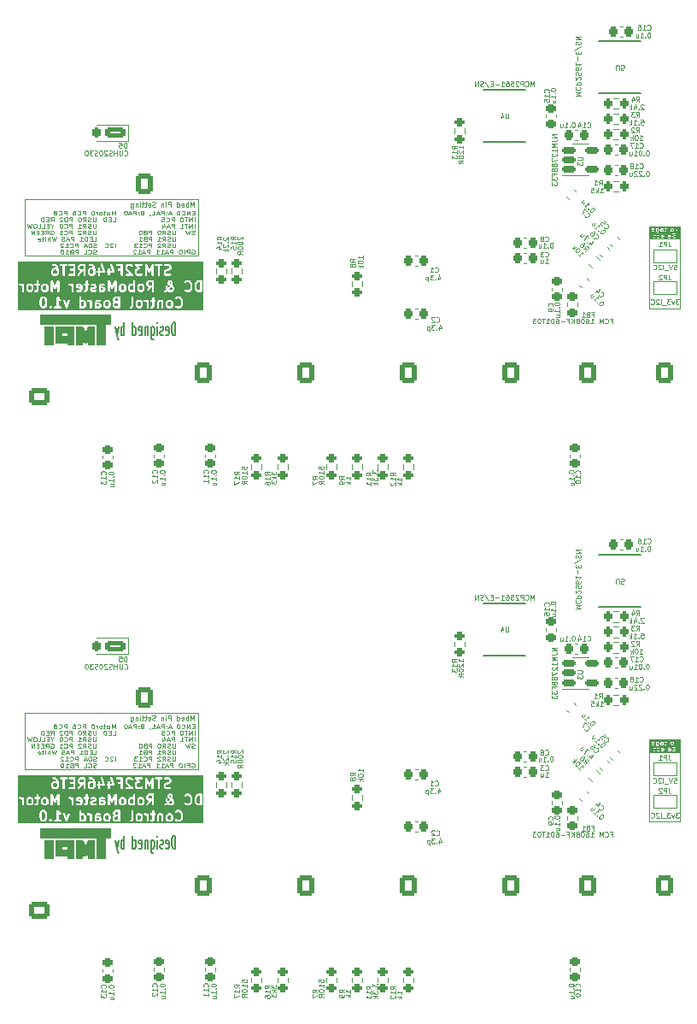
<source format=gbr>
%TF.GenerationSoftware,KiCad,Pcbnew,7.0.8*%
%TF.CreationDate,2024-02-13T15:10:35+09:00*%
%TF.ProjectId,446_CAN_Robomaster_newpanelize,3434365f-4341-44e5-9f52-6f626f6d6173,rev?*%
%TF.SameCoordinates,Original*%
%TF.FileFunction,Legend,Bot*%
%TF.FilePolarity,Positive*%
%FSLAX46Y46*%
G04 Gerber Fmt 4.6, Leading zero omitted, Abs format (unit mm)*
G04 Created by KiCad (PCBNEW 7.0.8) date 2024-02-13 15:10:35*
%MOMM*%
%LPD*%
G01*
G04 APERTURE LIST*
G04 Aperture macros list*
%AMRoundRect*
0 Rectangle with rounded corners*
0 $1 Rounding radius*
0 $2 $3 $4 $5 $6 $7 $8 $9 X,Y pos of 4 corners*
0 Add a 4 corners polygon primitive as box body*
4,1,4,$2,$3,$4,$5,$6,$7,$8,$9,$2,$3,0*
0 Add four circle primitives for the rounded corners*
1,1,$1+$1,$2,$3*
1,1,$1+$1,$4,$5*
1,1,$1+$1,$6,$7*
1,1,$1+$1,$8,$9*
0 Add four rect primitives between the rounded corners*
20,1,$1+$1,$2,$3,$4,$5,0*
20,1,$1+$1,$4,$5,$6,$7,0*
20,1,$1+$1,$6,$7,$8,$9,0*
20,1,$1+$1,$8,$9,$2,$3,0*%
%AMFreePoly0*
4,1,6,1.000000,0.000000,0.500000,-0.500000,-0.200000,-0.500000,-0.200000,0.500000,0.500000,0.500000,1.000000,0.000000,1.000000,0.000000,$1*%
%AMFreePoly1*
4,1,6,0.200000,-0.500000,-0.650000,-0.500000,-0.150000,0.000000,-0.650000,0.500000,0.200000,0.500000,0.200000,-0.500000,0.200000,-0.500000,$1*%
G04 Aperture macros list end*
%ADD10C,0.050000*%
%ADD11C,0.200000*%
%ADD12C,0.150000*%
%ADD13C,0.080000*%
%ADD14C,0.100000*%
%ADD15C,0.120000*%
%ADD16C,0.152400*%
%ADD17RoundRect,0.200000X0.275000X-0.200000X0.275000X0.200000X-0.275000X0.200000X-0.275000X-0.200000X0*%
%ADD18RoundRect,0.225000X0.225000X0.250000X-0.225000X0.250000X-0.225000X-0.250000X0.225000X-0.250000X0*%
%ADD19RoundRect,0.225000X-0.250000X0.225000X-0.250000X-0.225000X0.250000X-0.225000X0.250000X0.225000X0*%
%ADD20RoundRect,0.225000X-0.225000X-0.250000X0.225000X-0.250000X0.225000X0.250000X-0.225000X0.250000X0*%
%ADD21RoundRect,0.200000X-0.275000X0.200000X-0.275000X-0.200000X0.275000X-0.200000X0.275000X0.200000X0*%
%ADD22RoundRect,0.200000X-0.200000X-0.275000X0.200000X-0.275000X0.200000X0.275000X-0.200000X0.275000X0*%
%ADD23RoundRect,0.218750X-0.256250X0.218750X-0.256250X-0.218750X0.256250X-0.218750X0.256250X0.218750X0*%
%ADD24FreePoly0,180.000000*%
%ADD25FreePoly1,180.000000*%
%ADD26RoundRect,0.225000X0.335876X0.017678X0.017678X0.335876X-0.335876X-0.017678X-0.017678X-0.335876X0*%
%ADD27R,1.981200X0.558800*%
%ADD28RoundRect,0.225000X0.250000X-0.225000X0.250000X0.225000X-0.250000X0.225000X-0.250000X-0.225000X0*%
%ADD29RoundRect,0.200000X0.200000X0.275000X-0.200000X0.275000X-0.200000X-0.275000X0.200000X-0.275000X0*%
%ADD30RoundRect,0.200000X-0.335876X-0.053033X-0.053033X-0.335876X0.335876X0.053033X0.053033X0.335876X0*%
%ADD31RoundRect,0.250000X-0.750000X-0.300000X0.750000X-0.300000X0.750000X0.300000X-0.750000X0.300000X0*%
%ADD32RoundRect,0.200000X-0.200000X-0.350000X0.200000X-0.350000X0.200000X0.350000X-0.200000X0.350000X0*%
%ADD33RoundRect,0.150000X-0.512500X-0.150000X0.512500X-0.150000X0.512500X0.150000X-0.512500X0.150000X0*%
%ADD34RoundRect,0.225000X-0.335876X-0.017678X-0.017678X-0.335876X0.335876X0.017678X0.017678X0.335876X0*%
%ADD35C,1.500000*%
%ADD36O,1.700000X1.200000*%
%ADD37RoundRect,0.250000X0.600000X0.725000X-0.600000X0.725000X-0.600000X-0.725000X0.600000X-0.725000X0*%
%ADD38O,1.700000X1.950000*%
%ADD39R,1.700000X1.700000*%
%ADD40O,1.700000X1.700000*%
%ADD41C,5.600000*%
%ADD42RoundRect,0.250000X0.725000X-0.600000X0.725000X0.600000X-0.725000X0.600000X-0.725000X-0.600000X0*%
%ADD43O,1.950000X1.700000*%
%ADD44C,2.000000*%
%ADD45C,2.600000*%
%ADD46R,1.500000X1.500000*%
G04 APERTURE END LIST*
D10*
X19025058Y-70589523D02*
X18858391Y-70589523D01*
X18786963Y-70799047D02*
X19025058Y-70799047D01*
X19025058Y-70799047D02*
X19025058Y-70399047D01*
X19025058Y-70399047D02*
X18786963Y-70399047D01*
X18572677Y-70799047D02*
X18572677Y-70399047D01*
X18572677Y-70399047D02*
X18286963Y-70799047D01*
X18286963Y-70799047D02*
X18286963Y-70399047D01*
X17763153Y-70760952D02*
X17786962Y-70780000D01*
X17786962Y-70780000D02*
X17858391Y-70799047D01*
X17858391Y-70799047D02*
X17906010Y-70799047D01*
X17906010Y-70799047D02*
X17977438Y-70780000D01*
X17977438Y-70780000D02*
X18025057Y-70741904D01*
X18025057Y-70741904D02*
X18048867Y-70703809D01*
X18048867Y-70703809D02*
X18072676Y-70627619D01*
X18072676Y-70627619D02*
X18072676Y-70570476D01*
X18072676Y-70570476D02*
X18048867Y-70494285D01*
X18048867Y-70494285D02*
X18025057Y-70456190D01*
X18025057Y-70456190D02*
X17977438Y-70418095D01*
X17977438Y-70418095D02*
X17906010Y-70399047D01*
X17906010Y-70399047D02*
X17858391Y-70399047D01*
X17858391Y-70399047D02*
X17786962Y-70418095D01*
X17786962Y-70418095D02*
X17763153Y-70437142D01*
X17453629Y-70399047D02*
X17406010Y-70399047D01*
X17406010Y-70399047D02*
X17358391Y-70418095D01*
X17358391Y-70418095D02*
X17334581Y-70437142D01*
X17334581Y-70437142D02*
X17310772Y-70475238D01*
X17310772Y-70475238D02*
X17286962Y-70551428D01*
X17286962Y-70551428D02*
X17286962Y-70646666D01*
X17286962Y-70646666D02*
X17310772Y-70722857D01*
X17310772Y-70722857D02*
X17334581Y-70760952D01*
X17334581Y-70760952D02*
X17358391Y-70780000D01*
X17358391Y-70780000D02*
X17406010Y-70799047D01*
X17406010Y-70799047D02*
X17453629Y-70799047D01*
X17453629Y-70799047D02*
X17501248Y-70780000D01*
X17501248Y-70780000D02*
X17525057Y-70760952D01*
X17525057Y-70760952D02*
X17548867Y-70722857D01*
X17548867Y-70722857D02*
X17572676Y-70646666D01*
X17572676Y-70646666D02*
X17572676Y-70551428D01*
X17572676Y-70551428D02*
X17548867Y-70475238D01*
X17548867Y-70475238D02*
X17525057Y-70437142D01*
X17525057Y-70437142D02*
X17501248Y-70418095D01*
X17501248Y-70418095D02*
X17453629Y-70399047D01*
X16715534Y-70684761D02*
X16477439Y-70684761D01*
X16763153Y-70799047D02*
X16596487Y-70399047D01*
X16596487Y-70399047D02*
X16429820Y-70799047D01*
X16263154Y-70760952D02*
X16239344Y-70780000D01*
X16239344Y-70780000D02*
X16263154Y-70799047D01*
X16263154Y-70799047D02*
X16286963Y-70780000D01*
X16286963Y-70780000D02*
X16263154Y-70760952D01*
X16263154Y-70760952D02*
X16263154Y-70799047D01*
X16263154Y-70551428D02*
X16239344Y-70570476D01*
X16239344Y-70570476D02*
X16263154Y-70589523D01*
X16263154Y-70589523D02*
X16286963Y-70570476D01*
X16286963Y-70570476D02*
X16263154Y-70551428D01*
X16263154Y-70551428D02*
X16263154Y-70589523D01*
X16025059Y-70799047D02*
X16025059Y-70399047D01*
X16025059Y-70399047D02*
X15834583Y-70399047D01*
X15834583Y-70399047D02*
X15786964Y-70418095D01*
X15786964Y-70418095D02*
X15763154Y-70437142D01*
X15763154Y-70437142D02*
X15739345Y-70475238D01*
X15739345Y-70475238D02*
X15739345Y-70532380D01*
X15739345Y-70532380D02*
X15763154Y-70570476D01*
X15763154Y-70570476D02*
X15786964Y-70589523D01*
X15786964Y-70589523D02*
X15834583Y-70608571D01*
X15834583Y-70608571D02*
X16025059Y-70608571D01*
X15548868Y-70684761D02*
X15310773Y-70684761D01*
X15596487Y-70799047D02*
X15429821Y-70399047D01*
X15429821Y-70399047D02*
X15263154Y-70799047D01*
X14834583Y-70799047D02*
X15120297Y-70799047D01*
X14977440Y-70799047D02*
X14977440Y-70399047D01*
X14977440Y-70399047D02*
X15025059Y-70456190D01*
X15025059Y-70456190D02*
X15072678Y-70494285D01*
X15072678Y-70494285D02*
X15120297Y-70513333D01*
X14596488Y-70780000D02*
X14596488Y-70799047D01*
X14596488Y-70799047D02*
X14620298Y-70837142D01*
X14620298Y-70837142D02*
X14644107Y-70856190D01*
X13834584Y-70589523D02*
X13763156Y-70608571D01*
X13763156Y-70608571D02*
X13739346Y-70627619D01*
X13739346Y-70627619D02*
X13715537Y-70665714D01*
X13715537Y-70665714D02*
X13715537Y-70722857D01*
X13715537Y-70722857D02*
X13739346Y-70760952D01*
X13739346Y-70760952D02*
X13763156Y-70780000D01*
X13763156Y-70780000D02*
X13810775Y-70799047D01*
X13810775Y-70799047D02*
X14001251Y-70799047D01*
X14001251Y-70799047D02*
X14001251Y-70399047D01*
X14001251Y-70399047D02*
X13834584Y-70399047D01*
X13834584Y-70399047D02*
X13786965Y-70418095D01*
X13786965Y-70418095D02*
X13763156Y-70437142D01*
X13763156Y-70437142D02*
X13739346Y-70475238D01*
X13739346Y-70475238D02*
X13739346Y-70513333D01*
X13739346Y-70513333D02*
X13763156Y-70551428D01*
X13763156Y-70551428D02*
X13786965Y-70570476D01*
X13786965Y-70570476D02*
X13834584Y-70589523D01*
X13834584Y-70589523D02*
X14001251Y-70589523D01*
X13501251Y-70760952D02*
X13477441Y-70780000D01*
X13477441Y-70780000D02*
X13501251Y-70799047D01*
X13501251Y-70799047D02*
X13525060Y-70780000D01*
X13525060Y-70780000D02*
X13501251Y-70760952D01*
X13501251Y-70760952D02*
X13501251Y-70799047D01*
X13501251Y-70551428D02*
X13477441Y-70570476D01*
X13477441Y-70570476D02*
X13501251Y-70589523D01*
X13501251Y-70589523D02*
X13525060Y-70570476D01*
X13525060Y-70570476D02*
X13501251Y-70551428D01*
X13501251Y-70551428D02*
X13501251Y-70589523D01*
X13263156Y-70799047D02*
X13263156Y-70399047D01*
X13263156Y-70399047D02*
X13072680Y-70399047D01*
X13072680Y-70399047D02*
X13025061Y-70418095D01*
X13025061Y-70418095D02*
X13001251Y-70437142D01*
X13001251Y-70437142D02*
X12977442Y-70475238D01*
X12977442Y-70475238D02*
X12977442Y-70532380D01*
X12977442Y-70532380D02*
X13001251Y-70570476D01*
X13001251Y-70570476D02*
X13025061Y-70589523D01*
X13025061Y-70589523D02*
X13072680Y-70608571D01*
X13072680Y-70608571D02*
X13263156Y-70608571D01*
X12786965Y-70684761D02*
X12548870Y-70684761D01*
X12834584Y-70799047D02*
X12667918Y-70399047D01*
X12667918Y-70399047D02*
X12501251Y-70799047D01*
X12239347Y-70399047D02*
X12191728Y-70399047D01*
X12191728Y-70399047D02*
X12144109Y-70418095D01*
X12144109Y-70418095D02*
X12120299Y-70437142D01*
X12120299Y-70437142D02*
X12096490Y-70475238D01*
X12096490Y-70475238D02*
X12072680Y-70551428D01*
X12072680Y-70551428D02*
X12072680Y-70646666D01*
X12072680Y-70646666D02*
X12096490Y-70722857D01*
X12096490Y-70722857D02*
X12120299Y-70760952D01*
X12120299Y-70760952D02*
X12144109Y-70780000D01*
X12144109Y-70780000D02*
X12191728Y-70799047D01*
X12191728Y-70799047D02*
X12239347Y-70799047D01*
X12239347Y-70799047D02*
X12286966Y-70780000D01*
X12286966Y-70780000D02*
X12310775Y-70760952D01*
X12310775Y-70760952D02*
X12334585Y-70722857D01*
X12334585Y-70722857D02*
X12358394Y-70646666D01*
X12358394Y-70646666D02*
X12358394Y-70551428D01*
X12358394Y-70551428D02*
X12334585Y-70475238D01*
X12334585Y-70475238D02*
X12310775Y-70437142D01*
X12310775Y-70437142D02*
X12286966Y-70418095D01*
X12286966Y-70418095D02*
X12239347Y-70399047D01*
X19025058Y-71443047D02*
X19025058Y-71043047D01*
X18786963Y-71443047D02*
X18786963Y-71043047D01*
X18786963Y-71043047D02*
X18501249Y-71443047D01*
X18501249Y-71443047D02*
X18501249Y-71043047D01*
X18334581Y-71043047D02*
X18048867Y-71043047D01*
X18191724Y-71443047D02*
X18191724Y-71043047D01*
X17786963Y-71043047D02*
X17739344Y-71043047D01*
X17739344Y-71043047D02*
X17691725Y-71062095D01*
X17691725Y-71062095D02*
X17667915Y-71081142D01*
X17667915Y-71081142D02*
X17644106Y-71119238D01*
X17644106Y-71119238D02*
X17620296Y-71195428D01*
X17620296Y-71195428D02*
X17620296Y-71290666D01*
X17620296Y-71290666D02*
X17644106Y-71366857D01*
X17644106Y-71366857D02*
X17667915Y-71404952D01*
X17667915Y-71404952D02*
X17691725Y-71424000D01*
X17691725Y-71424000D02*
X17739344Y-71443047D01*
X17739344Y-71443047D02*
X17786963Y-71443047D01*
X17786963Y-71443047D02*
X17834582Y-71424000D01*
X17834582Y-71424000D02*
X17858391Y-71404952D01*
X17858391Y-71404952D02*
X17882201Y-71366857D01*
X17882201Y-71366857D02*
X17906010Y-71290666D01*
X17906010Y-71290666D02*
X17906010Y-71195428D01*
X17906010Y-71195428D02*
X17882201Y-71119238D01*
X17882201Y-71119238D02*
X17858391Y-71081142D01*
X17858391Y-71081142D02*
X17834582Y-71062095D01*
X17834582Y-71062095D02*
X17786963Y-71043047D01*
X17025059Y-71443047D02*
X17025059Y-71043047D01*
X17025059Y-71043047D02*
X16834583Y-71043047D01*
X16834583Y-71043047D02*
X16786964Y-71062095D01*
X16786964Y-71062095D02*
X16763154Y-71081142D01*
X16763154Y-71081142D02*
X16739345Y-71119238D01*
X16739345Y-71119238D02*
X16739345Y-71176380D01*
X16739345Y-71176380D02*
X16763154Y-71214476D01*
X16763154Y-71214476D02*
X16786964Y-71233523D01*
X16786964Y-71233523D02*
X16834583Y-71252571D01*
X16834583Y-71252571D02*
X17025059Y-71252571D01*
X16239345Y-71404952D02*
X16263154Y-71424000D01*
X16263154Y-71424000D02*
X16334583Y-71443047D01*
X16334583Y-71443047D02*
X16382202Y-71443047D01*
X16382202Y-71443047D02*
X16453630Y-71424000D01*
X16453630Y-71424000D02*
X16501249Y-71385904D01*
X16501249Y-71385904D02*
X16525059Y-71347809D01*
X16525059Y-71347809D02*
X16548868Y-71271619D01*
X16548868Y-71271619D02*
X16548868Y-71214476D01*
X16548868Y-71214476D02*
X16525059Y-71138285D01*
X16525059Y-71138285D02*
X16501249Y-71100190D01*
X16501249Y-71100190D02*
X16453630Y-71062095D01*
X16453630Y-71062095D02*
X16382202Y-71043047D01*
X16382202Y-71043047D02*
X16334583Y-71043047D01*
X16334583Y-71043047D02*
X16263154Y-71062095D01*
X16263154Y-71062095D02*
X16239345Y-71081142D01*
X15786964Y-71043047D02*
X16025059Y-71043047D01*
X16025059Y-71043047D02*
X16048868Y-71233523D01*
X16048868Y-71233523D02*
X16025059Y-71214476D01*
X16025059Y-71214476D02*
X15977440Y-71195428D01*
X15977440Y-71195428D02*
X15858392Y-71195428D01*
X15858392Y-71195428D02*
X15810773Y-71214476D01*
X15810773Y-71214476D02*
X15786964Y-71233523D01*
X15786964Y-71233523D02*
X15763154Y-71271619D01*
X15763154Y-71271619D02*
X15763154Y-71366857D01*
X15763154Y-71366857D02*
X15786964Y-71404952D01*
X15786964Y-71404952D02*
X15810773Y-71424000D01*
X15810773Y-71424000D02*
X15858392Y-71443047D01*
X15858392Y-71443047D02*
X15977440Y-71443047D01*
X15977440Y-71443047D02*
X16025059Y-71424000D01*
X16025059Y-71424000D02*
X16048868Y-71404952D01*
X19025058Y-72087047D02*
X19025058Y-71687047D01*
X18786963Y-72087047D02*
X18786963Y-71687047D01*
X18786963Y-71687047D02*
X18501249Y-72087047D01*
X18501249Y-72087047D02*
X18501249Y-71687047D01*
X18334581Y-71687047D02*
X18048867Y-71687047D01*
X18191724Y-72087047D02*
X18191724Y-71687047D01*
X17620296Y-72087047D02*
X17906010Y-72087047D01*
X17763153Y-72087047D02*
X17763153Y-71687047D01*
X17763153Y-71687047D02*
X17810772Y-71744190D01*
X17810772Y-71744190D02*
X17858391Y-71782285D01*
X17858391Y-71782285D02*
X17906010Y-71801333D01*
X17025059Y-72087047D02*
X17025059Y-71687047D01*
X17025059Y-71687047D02*
X16834583Y-71687047D01*
X16834583Y-71687047D02*
X16786964Y-71706095D01*
X16786964Y-71706095D02*
X16763154Y-71725142D01*
X16763154Y-71725142D02*
X16739345Y-71763238D01*
X16739345Y-71763238D02*
X16739345Y-71820380D01*
X16739345Y-71820380D02*
X16763154Y-71858476D01*
X16763154Y-71858476D02*
X16786964Y-71877523D01*
X16786964Y-71877523D02*
X16834583Y-71896571D01*
X16834583Y-71896571D02*
X17025059Y-71896571D01*
X16548868Y-71972761D02*
X16310773Y-71972761D01*
X16596487Y-72087047D02*
X16429821Y-71687047D01*
X16429821Y-71687047D02*
X16263154Y-72087047D01*
X15882202Y-71820380D02*
X15882202Y-72087047D01*
X16001250Y-71668000D02*
X16120297Y-71953714D01*
X16120297Y-71953714D02*
X15810774Y-71953714D01*
X19048867Y-72712000D02*
X18977439Y-72731047D01*
X18977439Y-72731047D02*
X18858391Y-72731047D01*
X18858391Y-72731047D02*
X18810772Y-72712000D01*
X18810772Y-72712000D02*
X18786963Y-72692952D01*
X18786963Y-72692952D02*
X18763153Y-72654857D01*
X18763153Y-72654857D02*
X18763153Y-72616761D01*
X18763153Y-72616761D02*
X18786963Y-72578666D01*
X18786963Y-72578666D02*
X18810772Y-72559619D01*
X18810772Y-72559619D02*
X18858391Y-72540571D01*
X18858391Y-72540571D02*
X18953629Y-72521523D01*
X18953629Y-72521523D02*
X19001248Y-72502476D01*
X19001248Y-72502476D02*
X19025058Y-72483428D01*
X19025058Y-72483428D02*
X19048867Y-72445333D01*
X19048867Y-72445333D02*
X19048867Y-72407238D01*
X19048867Y-72407238D02*
X19025058Y-72369142D01*
X19025058Y-72369142D02*
X19001248Y-72350095D01*
X19001248Y-72350095D02*
X18953629Y-72331047D01*
X18953629Y-72331047D02*
X18834582Y-72331047D01*
X18834582Y-72331047D02*
X18763153Y-72350095D01*
X18596487Y-72331047D02*
X18477439Y-72731047D01*
X18477439Y-72731047D02*
X18382201Y-72445333D01*
X18382201Y-72445333D02*
X18286963Y-72731047D01*
X18286963Y-72731047D02*
X18167916Y-72331047D01*
X17144106Y-72331047D02*
X17144106Y-72654857D01*
X17144106Y-72654857D02*
X17120296Y-72692952D01*
X17120296Y-72692952D02*
X17096487Y-72712000D01*
X17096487Y-72712000D02*
X17048868Y-72731047D01*
X17048868Y-72731047D02*
X16953630Y-72731047D01*
X16953630Y-72731047D02*
X16906011Y-72712000D01*
X16906011Y-72712000D02*
X16882201Y-72692952D01*
X16882201Y-72692952D02*
X16858392Y-72654857D01*
X16858392Y-72654857D02*
X16858392Y-72331047D01*
X16644105Y-72712000D02*
X16572677Y-72731047D01*
X16572677Y-72731047D02*
X16453629Y-72731047D01*
X16453629Y-72731047D02*
X16406010Y-72712000D01*
X16406010Y-72712000D02*
X16382201Y-72692952D01*
X16382201Y-72692952D02*
X16358391Y-72654857D01*
X16358391Y-72654857D02*
X16358391Y-72616761D01*
X16358391Y-72616761D02*
X16382201Y-72578666D01*
X16382201Y-72578666D02*
X16406010Y-72559619D01*
X16406010Y-72559619D02*
X16453629Y-72540571D01*
X16453629Y-72540571D02*
X16548867Y-72521523D01*
X16548867Y-72521523D02*
X16596486Y-72502476D01*
X16596486Y-72502476D02*
X16620296Y-72483428D01*
X16620296Y-72483428D02*
X16644105Y-72445333D01*
X16644105Y-72445333D02*
X16644105Y-72407238D01*
X16644105Y-72407238D02*
X16620296Y-72369142D01*
X16620296Y-72369142D02*
X16596486Y-72350095D01*
X16596486Y-72350095D02*
X16548867Y-72331047D01*
X16548867Y-72331047D02*
X16429820Y-72331047D01*
X16429820Y-72331047D02*
X16358391Y-72350095D01*
X15858392Y-72731047D02*
X16025058Y-72540571D01*
X16144106Y-72731047D02*
X16144106Y-72331047D01*
X16144106Y-72331047D02*
X15953630Y-72331047D01*
X15953630Y-72331047D02*
X15906011Y-72350095D01*
X15906011Y-72350095D02*
X15882201Y-72369142D01*
X15882201Y-72369142D02*
X15858392Y-72407238D01*
X15858392Y-72407238D02*
X15858392Y-72464380D01*
X15858392Y-72464380D02*
X15882201Y-72502476D01*
X15882201Y-72502476D02*
X15906011Y-72521523D01*
X15906011Y-72521523D02*
X15953630Y-72540571D01*
X15953630Y-72540571D02*
X16144106Y-72540571D01*
X15548868Y-72331047D02*
X15501249Y-72331047D01*
X15501249Y-72331047D02*
X15453630Y-72350095D01*
X15453630Y-72350095D02*
X15429820Y-72369142D01*
X15429820Y-72369142D02*
X15406011Y-72407238D01*
X15406011Y-72407238D02*
X15382201Y-72483428D01*
X15382201Y-72483428D02*
X15382201Y-72578666D01*
X15382201Y-72578666D02*
X15406011Y-72654857D01*
X15406011Y-72654857D02*
X15429820Y-72692952D01*
X15429820Y-72692952D02*
X15453630Y-72712000D01*
X15453630Y-72712000D02*
X15501249Y-72731047D01*
X15501249Y-72731047D02*
X15548868Y-72731047D01*
X15548868Y-72731047D02*
X15596487Y-72712000D01*
X15596487Y-72712000D02*
X15620296Y-72692952D01*
X15620296Y-72692952D02*
X15644106Y-72654857D01*
X15644106Y-72654857D02*
X15667915Y-72578666D01*
X15667915Y-72578666D02*
X15667915Y-72483428D01*
X15667915Y-72483428D02*
X15644106Y-72407238D01*
X15644106Y-72407238D02*
X15620296Y-72369142D01*
X15620296Y-72369142D02*
X15596487Y-72350095D01*
X15596487Y-72350095D02*
X15548868Y-72331047D01*
X14786964Y-72731047D02*
X14786964Y-72331047D01*
X14786964Y-72331047D02*
X14596488Y-72331047D01*
X14596488Y-72331047D02*
X14548869Y-72350095D01*
X14548869Y-72350095D02*
X14525059Y-72369142D01*
X14525059Y-72369142D02*
X14501250Y-72407238D01*
X14501250Y-72407238D02*
X14501250Y-72464380D01*
X14501250Y-72464380D02*
X14525059Y-72502476D01*
X14525059Y-72502476D02*
X14548869Y-72521523D01*
X14548869Y-72521523D02*
X14596488Y-72540571D01*
X14596488Y-72540571D02*
X14786964Y-72540571D01*
X14120297Y-72521523D02*
X14048869Y-72540571D01*
X14048869Y-72540571D02*
X14025059Y-72559619D01*
X14025059Y-72559619D02*
X14001250Y-72597714D01*
X14001250Y-72597714D02*
X14001250Y-72654857D01*
X14001250Y-72654857D02*
X14025059Y-72692952D01*
X14025059Y-72692952D02*
X14048869Y-72712000D01*
X14048869Y-72712000D02*
X14096488Y-72731047D01*
X14096488Y-72731047D02*
X14286964Y-72731047D01*
X14286964Y-72731047D02*
X14286964Y-72331047D01*
X14286964Y-72331047D02*
X14120297Y-72331047D01*
X14120297Y-72331047D02*
X14072678Y-72350095D01*
X14072678Y-72350095D02*
X14048869Y-72369142D01*
X14048869Y-72369142D02*
X14025059Y-72407238D01*
X14025059Y-72407238D02*
X14025059Y-72445333D01*
X14025059Y-72445333D02*
X14048869Y-72483428D01*
X14048869Y-72483428D02*
X14072678Y-72502476D01*
X14072678Y-72502476D02*
X14120297Y-72521523D01*
X14120297Y-72521523D02*
X14286964Y-72521523D01*
X13691726Y-72331047D02*
X13644107Y-72331047D01*
X13644107Y-72331047D02*
X13596488Y-72350095D01*
X13596488Y-72350095D02*
X13572678Y-72369142D01*
X13572678Y-72369142D02*
X13548869Y-72407238D01*
X13548869Y-72407238D02*
X13525059Y-72483428D01*
X13525059Y-72483428D02*
X13525059Y-72578666D01*
X13525059Y-72578666D02*
X13548869Y-72654857D01*
X13548869Y-72654857D02*
X13572678Y-72692952D01*
X13572678Y-72692952D02*
X13596488Y-72712000D01*
X13596488Y-72712000D02*
X13644107Y-72731047D01*
X13644107Y-72731047D02*
X13691726Y-72731047D01*
X13691726Y-72731047D02*
X13739345Y-72712000D01*
X13739345Y-72712000D02*
X13763154Y-72692952D01*
X13763154Y-72692952D02*
X13786964Y-72654857D01*
X13786964Y-72654857D02*
X13810773Y-72578666D01*
X13810773Y-72578666D02*
X13810773Y-72483428D01*
X13810773Y-72483428D02*
X13786964Y-72407238D01*
X13786964Y-72407238D02*
X13763154Y-72369142D01*
X13763154Y-72369142D02*
X13739345Y-72350095D01*
X13739345Y-72350095D02*
X13691726Y-72331047D01*
X17144106Y-72975047D02*
X17144106Y-73298857D01*
X17144106Y-73298857D02*
X17120296Y-73336952D01*
X17120296Y-73336952D02*
X17096487Y-73356000D01*
X17096487Y-73356000D02*
X17048868Y-73375047D01*
X17048868Y-73375047D02*
X16953630Y-73375047D01*
X16953630Y-73375047D02*
X16906011Y-73356000D01*
X16906011Y-73356000D02*
X16882201Y-73336952D01*
X16882201Y-73336952D02*
X16858392Y-73298857D01*
X16858392Y-73298857D02*
X16858392Y-72975047D01*
X16644105Y-73356000D02*
X16572677Y-73375047D01*
X16572677Y-73375047D02*
X16453629Y-73375047D01*
X16453629Y-73375047D02*
X16406010Y-73356000D01*
X16406010Y-73356000D02*
X16382201Y-73336952D01*
X16382201Y-73336952D02*
X16358391Y-73298857D01*
X16358391Y-73298857D02*
X16358391Y-73260761D01*
X16358391Y-73260761D02*
X16382201Y-73222666D01*
X16382201Y-73222666D02*
X16406010Y-73203619D01*
X16406010Y-73203619D02*
X16453629Y-73184571D01*
X16453629Y-73184571D02*
X16548867Y-73165523D01*
X16548867Y-73165523D02*
X16596486Y-73146476D01*
X16596486Y-73146476D02*
X16620296Y-73127428D01*
X16620296Y-73127428D02*
X16644105Y-73089333D01*
X16644105Y-73089333D02*
X16644105Y-73051238D01*
X16644105Y-73051238D02*
X16620296Y-73013142D01*
X16620296Y-73013142D02*
X16596486Y-72994095D01*
X16596486Y-72994095D02*
X16548867Y-72975047D01*
X16548867Y-72975047D02*
X16429820Y-72975047D01*
X16429820Y-72975047D02*
X16358391Y-72994095D01*
X15858392Y-73375047D02*
X16025058Y-73184571D01*
X16144106Y-73375047D02*
X16144106Y-72975047D01*
X16144106Y-72975047D02*
X15953630Y-72975047D01*
X15953630Y-72975047D02*
X15906011Y-72994095D01*
X15906011Y-72994095D02*
X15882201Y-73013142D01*
X15882201Y-73013142D02*
X15858392Y-73051238D01*
X15858392Y-73051238D02*
X15858392Y-73108380D01*
X15858392Y-73108380D02*
X15882201Y-73146476D01*
X15882201Y-73146476D02*
X15906011Y-73165523D01*
X15906011Y-73165523D02*
X15953630Y-73184571D01*
X15953630Y-73184571D02*
X16144106Y-73184571D01*
X15382201Y-73375047D02*
X15667915Y-73375047D01*
X15525058Y-73375047D02*
X15525058Y-72975047D01*
X15525058Y-72975047D02*
X15572677Y-73032190D01*
X15572677Y-73032190D02*
X15620296Y-73070285D01*
X15620296Y-73070285D02*
X15667915Y-73089333D01*
X14786964Y-73375047D02*
X14786964Y-72975047D01*
X14786964Y-72975047D02*
X14596488Y-72975047D01*
X14596488Y-72975047D02*
X14548869Y-72994095D01*
X14548869Y-72994095D02*
X14525059Y-73013142D01*
X14525059Y-73013142D02*
X14501250Y-73051238D01*
X14501250Y-73051238D02*
X14501250Y-73108380D01*
X14501250Y-73108380D02*
X14525059Y-73146476D01*
X14525059Y-73146476D02*
X14548869Y-73165523D01*
X14548869Y-73165523D02*
X14596488Y-73184571D01*
X14596488Y-73184571D02*
X14786964Y-73184571D01*
X14120297Y-73165523D02*
X14048869Y-73184571D01*
X14048869Y-73184571D02*
X14025059Y-73203619D01*
X14025059Y-73203619D02*
X14001250Y-73241714D01*
X14001250Y-73241714D02*
X14001250Y-73298857D01*
X14001250Y-73298857D02*
X14025059Y-73336952D01*
X14025059Y-73336952D02*
X14048869Y-73356000D01*
X14048869Y-73356000D02*
X14096488Y-73375047D01*
X14096488Y-73375047D02*
X14286964Y-73375047D01*
X14286964Y-73375047D02*
X14286964Y-72975047D01*
X14286964Y-72975047D02*
X14120297Y-72975047D01*
X14120297Y-72975047D02*
X14072678Y-72994095D01*
X14072678Y-72994095D02*
X14048869Y-73013142D01*
X14048869Y-73013142D02*
X14025059Y-73051238D01*
X14025059Y-73051238D02*
X14025059Y-73089333D01*
X14025059Y-73089333D02*
X14048869Y-73127428D01*
X14048869Y-73127428D02*
X14072678Y-73146476D01*
X14072678Y-73146476D02*
X14120297Y-73165523D01*
X14120297Y-73165523D02*
X14286964Y-73165523D01*
X13525059Y-73375047D02*
X13810773Y-73375047D01*
X13667916Y-73375047D02*
X13667916Y-72975047D01*
X13667916Y-72975047D02*
X13715535Y-73032190D01*
X13715535Y-73032190D02*
X13763154Y-73070285D01*
X13763154Y-73070285D02*
X13810773Y-73089333D01*
X17144106Y-73619047D02*
X17144106Y-73942857D01*
X17144106Y-73942857D02*
X17120296Y-73980952D01*
X17120296Y-73980952D02*
X17096487Y-74000000D01*
X17096487Y-74000000D02*
X17048868Y-74019047D01*
X17048868Y-74019047D02*
X16953630Y-74019047D01*
X16953630Y-74019047D02*
X16906011Y-74000000D01*
X16906011Y-74000000D02*
X16882201Y-73980952D01*
X16882201Y-73980952D02*
X16858392Y-73942857D01*
X16858392Y-73942857D02*
X16858392Y-73619047D01*
X16644105Y-74000000D02*
X16572677Y-74019047D01*
X16572677Y-74019047D02*
X16453629Y-74019047D01*
X16453629Y-74019047D02*
X16406010Y-74000000D01*
X16406010Y-74000000D02*
X16382201Y-73980952D01*
X16382201Y-73980952D02*
X16358391Y-73942857D01*
X16358391Y-73942857D02*
X16358391Y-73904761D01*
X16358391Y-73904761D02*
X16382201Y-73866666D01*
X16382201Y-73866666D02*
X16406010Y-73847619D01*
X16406010Y-73847619D02*
X16453629Y-73828571D01*
X16453629Y-73828571D02*
X16548867Y-73809523D01*
X16548867Y-73809523D02*
X16596486Y-73790476D01*
X16596486Y-73790476D02*
X16620296Y-73771428D01*
X16620296Y-73771428D02*
X16644105Y-73733333D01*
X16644105Y-73733333D02*
X16644105Y-73695238D01*
X16644105Y-73695238D02*
X16620296Y-73657142D01*
X16620296Y-73657142D02*
X16596486Y-73638095D01*
X16596486Y-73638095D02*
X16548867Y-73619047D01*
X16548867Y-73619047D02*
X16429820Y-73619047D01*
X16429820Y-73619047D02*
X16358391Y-73638095D01*
X15858392Y-74019047D02*
X16025058Y-73828571D01*
X16144106Y-74019047D02*
X16144106Y-73619047D01*
X16144106Y-73619047D02*
X15953630Y-73619047D01*
X15953630Y-73619047D02*
X15906011Y-73638095D01*
X15906011Y-73638095D02*
X15882201Y-73657142D01*
X15882201Y-73657142D02*
X15858392Y-73695238D01*
X15858392Y-73695238D02*
X15858392Y-73752380D01*
X15858392Y-73752380D02*
X15882201Y-73790476D01*
X15882201Y-73790476D02*
X15906011Y-73809523D01*
X15906011Y-73809523D02*
X15953630Y-73828571D01*
X15953630Y-73828571D02*
X16144106Y-73828571D01*
X15667915Y-73657142D02*
X15644106Y-73638095D01*
X15644106Y-73638095D02*
X15596487Y-73619047D01*
X15596487Y-73619047D02*
X15477439Y-73619047D01*
X15477439Y-73619047D02*
X15429820Y-73638095D01*
X15429820Y-73638095D02*
X15406011Y-73657142D01*
X15406011Y-73657142D02*
X15382201Y-73695238D01*
X15382201Y-73695238D02*
X15382201Y-73733333D01*
X15382201Y-73733333D02*
X15406011Y-73790476D01*
X15406011Y-73790476D02*
X15691725Y-74019047D01*
X15691725Y-74019047D02*
X15382201Y-74019047D01*
X14786964Y-74019047D02*
X14786964Y-73619047D01*
X14786964Y-73619047D02*
X14596488Y-73619047D01*
X14596488Y-73619047D02*
X14548869Y-73638095D01*
X14548869Y-73638095D02*
X14525059Y-73657142D01*
X14525059Y-73657142D02*
X14501250Y-73695238D01*
X14501250Y-73695238D02*
X14501250Y-73752380D01*
X14501250Y-73752380D02*
X14525059Y-73790476D01*
X14525059Y-73790476D02*
X14548869Y-73809523D01*
X14548869Y-73809523D02*
X14596488Y-73828571D01*
X14596488Y-73828571D02*
X14786964Y-73828571D01*
X14001250Y-73980952D02*
X14025059Y-74000000D01*
X14025059Y-74000000D02*
X14096488Y-74019047D01*
X14096488Y-74019047D02*
X14144107Y-74019047D01*
X14144107Y-74019047D02*
X14215535Y-74000000D01*
X14215535Y-74000000D02*
X14263154Y-73961904D01*
X14263154Y-73961904D02*
X14286964Y-73923809D01*
X14286964Y-73923809D02*
X14310773Y-73847619D01*
X14310773Y-73847619D02*
X14310773Y-73790476D01*
X14310773Y-73790476D02*
X14286964Y-73714285D01*
X14286964Y-73714285D02*
X14263154Y-73676190D01*
X14263154Y-73676190D02*
X14215535Y-73638095D01*
X14215535Y-73638095D02*
X14144107Y-73619047D01*
X14144107Y-73619047D02*
X14096488Y-73619047D01*
X14096488Y-73619047D02*
X14025059Y-73638095D01*
X14025059Y-73638095D02*
X14001250Y-73657142D01*
X13525059Y-74019047D02*
X13810773Y-74019047D01*
X13667916Y-74019047D02*
X13667916Y-73619047D01*
X13667916Y-73619047D02*
X13715535Y-73676190D01*
X13715535Y-73676190D02*
X13763154Y-73714285D01*
X13763154Y-73714285D02*
X13810773Y-73733333D01*
X13358393Y-73619047D02*
X13048869Y-73619047D01*
X13048869Y-73619047D02*
X13215536Y-73771428D01*
X13215536Y-73771428D02*
X13144107Y-73771428D01*
X13144107Y-73771428D02*
X13096488Y-73790476D01*
X13096488Y-73790476D02*
X13072679Y-73809523D01*
X13072679Y-73809523D02*
X13048869Y-73847619D01*
X13048869Y-73847619D02*
X13048869Y-73942857D01*
X13048869Y-73942857D02*
X13072679Y-73980952D01*
X13072679Y-73980952D02*
X13096488Y-74000000D01*
X13096488Y-74000000D02*
X13144107Y-74019047D01*
X13144107Y-74019047D02*
X13286964Y-74019047D01*
X13286964Y-74019047D02*
X13334583Y-74000000D01*
X13334583Y-74000000D02*
X13358393Y-73980952D01*
X18763153Y-74282095D02*
X18810772Y-74263047D01*
X18810772Y-74263047D02*
X18882201Y-74263047D01*
X18882201Y-74263047D02*
X18953629Y-74282095D01*
X18953629Y-74282095D02*
X19001248Y-74320190D01*
X19001248Y-74320190D02*
X19025058Y-74358285D01*
X19025058Y-74358285D02*
X19048867Y-74434476D01*
X19048867Y-74434476D02*
X19048867Y-74491619D01*
X19048867Y-74491619D02*
X19025058Y-74567809D01*
X19025058Y-74567809D02*
X19001248Y-74605904D01*
X19001248Y-74605904D02*
X18953629Y-74644000D01*
X18953629Y-74644000D02*
X18882201Y-74663047D01*
X18882201Y-74663047D02*
X18834582Y-74663047D01*
X18834582Y-74663047D02*
X18763153Y-74644000D01*
X18763153Y-74644000D02*
X18739344Y-74624952D01*
X18739344Y-74624952D02*
X18739344Y-74491619D01*
X18739344Y-74491619D02*
X18834582Y-74491619D01*
X18525058Y-74663047D02*
X18525058Y-74263047D01*
X18525058Y-74263047D02*
X18334582Y-74263047D01*
X18334582Y-74263047D02*
X18286963Y-74282095D01*
X18286963Y-74282095D02*
X18263153Y-74301142D01*
X18263153Y-74301142D02*
X18239344Y-74339238D01*
X18239344Y-74339238D02*
X18239344Y-74396380D01*
X18239344Y-74396380D02*
X18263153Y-74434476D01*
X18263153Y-74434476D02*
X18286963Y-74453523D01*
X18286963Y-74453523D02*
X18334582Y-74472571D01*
X18334582Y-74472571D02*
X18525058Y-74472571D01*
X18025058Y-74663047D02*
X18025058Y-74263047D01*
X17691725Y-74263047D02*
X17596487Y-74263047D01*
X17596487Y-74263047D02*
X17548868Y-74282095D01*
X17548868Y-74282095D02*
X17501249Y-74320190D01*
X17501249Y-74320190D02*
X17477439Y-74396380D01*
X17477439Y-74396380D02*
X17477439Y-74529714D01*
X17477439Y-74529714D02*
X17501249Y-74605904D01*
X17501249Y-74605904D02*
X17548868Y-74644000D01*
X17548868Y-74644000D02*
X17596487Y-74663047D01*
X17596487Y-74663047D02*
X17691725Y-74663047D01*
X17691725Y-74663047D02*
X17739344Y-74644000D01*
X17739344Y-74644000D02*
X17786963Y-74605904D01*
X17786963Y-74605904D02*
X17810772Y-74529714D01*
X17810772Y-74529714D02*
X17810772Y-74396380D01*
X17810772Y-74396380D02*
X17786963Y-74320190D01*
X17786963Y-74320190D02*
X17739344Y-74282095D01*
X17739344Y-74282095D02*
X17691725Y-74263047D01*
X16882201Y-74663047D02*
X16882201Y-74263047D01*
X16882201Y-74263047D02*
X16691725Y-74263047D01*
X16691725Y-74263047D02*
X16644106Y-74282095D01*
X16644106Y-74282095D02*
X16620296Y-74301142D01*
X16620296Y-74301142D02*
X16596487Y-74339238D01*
X16596487Y-74339238D02*
X16596487Y-74396380D01*
X16596487Y-74396380D02*
X16620296Y-74434476D01*
X16620296Y-74434476D02*
X16644106Y-74453523D01*
X16644106Y-74453523D02*
X16691725Y-74472571D01*
X16691725Y-74472571D02*
X16882201Y-74472571D01*
X16406010Y-74548761D02*
X16167915Y-74548761D01*
X16453629Y-74663047D02*
X16286963Y-74263047D01*
X16286963Y-74263047D02*
X16120296Y-74663047D01*
X15691725Y-74663047D02*
X15977439Y-74663047D01*
X15834582Y-74663047D02*
X15834582Y-74263047D01*
X15834582Y-74263047D02*
X15882201Y-74320190D01*
X15882201Y-74320190D02*
X15929820Y-74358285D01*
X15929820Y-74358285D02*
X15977439Y-74377333D01*
X15215535Y-74663047D02*
X15501249Y-74663047D01*
X15358392Y-74663047D02*
X15358392Y-74263047D01*
X15358392Y-74263047D02*
X15406011Y-74320190D01*
X15406011Y-74320190D02*
X15453630Y-74358285D01*
X15453630Y-74358285D02*
X15501249Y-74377333D01*
X14620298Y-74663047D02*
X14620298Y-74263047D01*
X14620298Y-74263047D02*
X14429822Y-74263047D01*
X14429822Y-74263047D02*
X14382203Y-74282095D01*
X14382203Y-74282095D02*
X14358393Y-74301142D01*
X14358393Y-74301142D02*
X14334584Y-74339238D01*
X14334584Y-74339238D02*
X14334584Y-74396380D01*
X14334584Y-74396380D02*
X14358393Y-74434476D01*
X14358393Y-74434476D02*
X14382203Y-74453523D01*
X14382203Y-74453523D02*
X14429822Y-74472571D01*
X14429822Y-74472571D02*
X14620298Y-74472571D01*
X14144107Y-74548761D02*
X13906012Y-74548761D01*
X14191726Y-74663047D02*
X14025060Y-74263047D01*
X14025060Y-74263047D02*
X13858393Y-74663047D01*
X13429822Y-74663047D02*
X13715536Y-74663047D01*
X13572679Y-74663047D02*
X13572679Y-74263047D01*
X13572679Y-74263047D02*
X13620298Y-74320190D01*
X13620298Y-74320190D02*
X13667917Y-74358285D01*
X13667917Y-74358285D02*
X13715536Y-74377333D01*
X13239346Y-74301142D02*
X13215537Y-74282095D01*
X13215537Y-74282095D02*
X13167918Y-74263047D01*
X13167918Y-74263047D02*
X13048870Y-74263047D01*
X13048870Y-74263047D02*
X13001251Y-74282095D01*
X13001251Y-74282095D02*
X12977442Y-74301142D01*
X12977442Y-74301142D02*
X12953632Y-74339238D01*
X12953632Y-74339238D02*
X12953632Y-74377333D01*
X12953632Y-74377333D02*
X12977442Y-74434476D01*
X12977442Y-74434476D02*
X13263156Y-74663047D01*
X13263156Y-74663047D02*
X12953632Y-74663047D01*
D11*
G36*
X4140524Y-79093024D02*
G01*
X4165193Y-79117692D01*
X4200646Y-79188599D01*
X4242617Y-79356480D01*
X4242617Y-79569956D01*
X4200646Y-79737837D01*
X4165193Y-79808743D01*
X4140524Y-79833413D01*
X4080915Y-79863219D01*
X4032891Y-79863219D01*
X3973281Y-79833414D01*
X3948614Y-79808746D01*
X3913159Y-79737837D01*
X3871189Y-79569956D01*
X3871189Y-79356481D01*
X3913159Y-79188599D01*
X3948613Y-79117692D01*
X3973281Y-79093023D01*
X4032891Y-79063219D01*
X4080915Y-79063219D01*
X4140524Y-79093024D01*
G37*
G36*
X8045286Y-79426357D02*
G01*
X8069955Y-79451025D01*
X8099760Y-79510635D01*
X8099760Y-79749135D01*
X8069955Y-79808743D01*
X8045286Y-79833413D01*
X7985677Y-79863219D01*
X7842415Y-79863219D01*
X7823570Y-79853796D01*
X7823570Y-79405974D01*
X7842415Y-79396552D01*
X7985677Y-79396552D01*
X8045286Y-79426357D01*
G37*
G36*
X9601415Y-79704421D02*
G01*
X9623570Y-79748730D01*
X9623570Y-79796754D01*
X9601415Y-79841063D01*
X9557106Y-79863219D01*
X9366225Y-79863219D01*
X9347380Y-79853796D01*
X9347380Y-79682266D01*
X9557106Y-79682266D01*
X9601415Y-79704421D01*
G37*
G36*
X10473858Y-79426357D02*
G01*
X10498527Y-79451025D01*
X10528332Y-79510635D01*
X10528332Y-79749135D01*
X10498527Y-79808743D01*
X10473858Y-79833413D01*
X10414249Y-79863219D01*
X10318606Y-79863219D01*
X10258996Y-79833414D01*
X10234329Y-79808746D01*
X10204523Y-79749134D01*
X10204523Y-79510635D01*
X10234328Y-79451025D01*
X10258996Y-79426356D01*
X10318606Y-79396552D01*
X10414249Y-79396552D01*
X10473858Y-79426357D01*
G37*
G36*
X11480713Y-79863219D02*
G01*
X11223368Y-79863219D01*
X11163758Y-79833414D01*
X11139091Y-79808746D01*
X11109285Y-79749134D01*
X11109285Y-79653492D01*
X11139090Y-79593882D01*
X11158541Y-79574430D01*
X11263606Y-79539409D01*
X11480713Y-79539409D01*
X11480713Y-79863219D01*
G37*
G36*
X11480713Y-79339409D02*
G01*
X11270987Y-79339409D01*
X11211377Y-79309604D01*
X11186709Y-79284935D01*
X11156904Y-79225325D01*
X11156904Y-79177302D01*
X11186709Y-79117692D01*
X11211377Y-79093023D01*
X11270987Y-79063219D01*
X11480713Y-79063219D01*
X11480713Y-79339409D01*
G37*
G36*
X13664335Y-79426357D02*
G01*
X13689004Y-79451025D01*
X13718809Y-79510635D01*
X13718809Y-79749135D01*
X13689004Y-79808743D01*
X13664335Y-79833413D01*
X13604726Y-79863219D01*
X13509083Y-79863219D01*
X13449473Y-79833414D01*
X13424806Y-79808746D01*
X13395000Y-79749134D01*
X13395000Y-79510635D01*
X13424805Y-79451025D01*
X13449473Y-79426356D01*
X13509083Y-79396552D01*
X13604726Y-79396552D01*
X13664335Y-79426357D01*
G37*
G36*
X16664336Y-79426357D02*
G01*
X16689005Y-79451025D01*
X16718810Y-79510635D01*
X16718810Y-79749135D01*
X16689005Y-79808743D01*
X16664336Y-79833413D01*
X16604727Y-79863219D01*
X16509084Y-79863219D01*
X16449474Y-79833414D01*
X16424807Y-79808746D01*
X16395001Y-79749134D01*
X16395001Y-79510635D01*
X16424806Y-79451025D01*
X16449474Y-79426356D01*
X16509084Y-79396552D01*
X16604727Y-79396552D01*
X16664336Y-79426357D01*
G37*
G36*
X2831000Y-77816357D02*
G01*
X2855669Y-77841025D01*
X2885474Y-77900635D01*
X2885474Y-78139135D01*
X2855669Y-78198743D01*
X2831000Y-78223413D01*
X2771391Y-78253219D01*
X2675748Y-78253219D01*
X2616138Y-78223414D01*
X2591471Y-78198746D01*
X2561665Y-78139134D01*
X2561665Y-77900635D01*
X2591470Y-77841025D01*
X2616138Y-77816356D01*
X2675748Y-77786552D01*
X2771391Y-77786552D01*
X2831000Y-77816357D01*
G37*
G36*
X4307191Y-77816357D02*
G01*
X4331860Y-77841025D01*
X4361665Y-77900635D01*
X4361665Y-78139135D01*
X4331860Y-78198743D01*
X4307191Y-78223413D01*
X4247582Y-78253219D01*
X4151939Y-78253219D01*
X4092329Y-78223414D01*
X4067662Y-78198746D01*
X4037856Y-78139134D01*
X4037856Y-77900635D01*
X4067661Y-77841025D01*
X4092329Y-77816356D01*
X4151939Y-77786552D01*
X4247582Y-77786552D01*
X4307191Y-77816357D01*
G37*
G36*
X7720463Y-77808707D02*
G01*
X7742618Y-77853016D01*
X7742618Y-77897904D01*
X7471132Y-77843607D01*
X7488583Y-77808706D01*
X7532892Y-77786552D01*
X7676154Y-77786552D01*
X7720463Y-77808707D01*
G37*
G36*
X10006178Y-78094421D02*
G01*
X10028333Y-78138730D01*
X10028333Y-78186754D01*
X10006178Y-78231063D01*
X9961869Y-78253219D01*
X9770988Y-78253219D01*
X9752143Y-78243796D01*
X9752143Y-78072266D01*
X9961869Y-78072266D01*
X10006178Y-78094421D01*
G37*
G36*
X12021478Y-77816357D02*
G01*
X12046147Y-77841025D01*
X12075952Y-77900635D01*
X12075952Y-78139135D01*
X12046147Y-78198743D01*
X12021478Y-78223413D01*
X11961869Y-78253219D01*
X11866226Y-78253219D01*
X11806616Y-78223414D01*
X11781949Y-78198746D01*
X11752143Y-78139134D01*
X11752143Y-77900635D01*
X11781948Y-77841025D01*
X11806616Y-77816356D01*
X11866226Y-77786552D01*
X11961869Y-77786552D01*
X12021478Y-77816357D01*
G37*
G36*
X12933095Y-77795974D02*
G01*
X12933095Y-78243796D01*
X12914250Y-78253219D01*
X12770988Y-78253219D01*
X12711378Y-78223414D01*
X12686711Y-78198746D01*
X12656905Y-78139134D01*
X12656905Y-77900635D01*
X12686710Y-77841025D01*
X12711378Y-77816356D01*
X12770988Y-77786552D01*
X12914250Y-77786552D01*
X12933095Y-77795974D01*
G37*
G36*
X13831002Y-77816357D02*
G01*
X13855671Y-77841025D01*
X13885476Y-77900635D01*
X13885476Y-78139135D01*
X13855671Y-78198743D01*
X13831002Y-78223413D01*
X13771393Y-78253219D01*
X13675750Y-78253219D01*
X13616140Y-78223414D01*
X13591473Y-78198746D01*
X13561667Y-78139134D01*
X13561667Y-77900635D01*
X13591472Y-77841025D01*
X13616140Y-77816356D01*
X13675750Y-77786552D01*
X13771393Y-77786552D01*
X13831002Y-77816357D01*
G37*
G36*
X16778908Y-77954739D02*
G01*
X16808052Y-77983882D01*
X16837857Y-78043492D01*
X16837857Y-78139135D01*
X16808052Y-78198743D01*
X16783383Y-78223413D01*
X16723774Y-78253219D01*
X16628131Y-78253219D01*
X16568521Y-78223414D01*
X16537404Y-78192296D01*
X16528965Y-78181045D01*
X16728965Y-77941047D01*
X16731016Y-77935920D01*
X16735348Y-77932498D01*
X16738486Y-77927791D01*
X16778908Y-77954739D01*
G37*
G36*
X16672845Y-77475374D02*
G01*
X16695000Y-77519683D01*
X16695000Y-77575087D01*
X16672270Y-77643277D01*
X16620613Y-77608839D01*
X16591472Y-77579697D01*
X16561667Y-77520087D01*
X16561667Y-77519683D01*
X16583822Y-77475373D01*
X16628131Y-77453219D01*
X16628536Y-77453219D01*
X16672845Y-77475374D01*
G37*
G36*
X19599762Y-78253219D02*
G01*
X19477893Y-78253219D01*
X19372828Y-78218197D01*
X19305758Y-78151127D01*
X19270304Y-78080218D01*
X19228334Y-77912337D01*
X19228334Y-77794100D01*
X19270304Y-77626218D01*
X19305757Y-77555312D01*
X19372829Y-77488240D01*
X19477893Y-77453219D01*
X19599762Y-77453219D01*
X19599762Y-78253219D01*
G37*
G36*
X14837857Y-77777028D02*
G01*
X14580512Y-77777028D01*
X14520902Y-77747223D01*
X14496234Y-77722554D01*
X14466429Y-77662944D01*
X14466429Y-77567302D01*
X14496234Y-77507692D01*
X14520902Y-77483023D01*
X14580512Y-77453219D01*
X14837857Y-77453219D01*
X14837857Y-77777028D01*
G37*
G36*
X5354810Y-76253976D02*
G01*
X5379479Y-76278644D01*
X5409284Y-76338254D01*
X5409284Y-76529135D01*
X5379479Y-76588743D01*
X5354810Y-76613413D01*
X5295201Y-76643219D01*
X5151939Y-76643219D01*
X5092329Y-76613414D01*
X5067662Y-76588746D01*
X5037856Y-76529134D01*
X5037856Y-76338254D01*
X5067661Y-76278644D01*
X5092329Y-76253975D01*
X5151939Y-76224171D01*
X5295201Y-76224171D01*
X5354810Y-76253976D01*
G37*
G36*
X8973858Y-76253976D02*
G01*
X8998527Y-76278644D01*
X9028332Y-76338254D01*
X9028332Y-76529135D01*
X8998527Y-76588743D01*
X8973858Y-76613413D01*
X8914249Y-76643219D01*
X8770987Y-76643219D01*
X8711377Y-76613414D01*
X8686710Y-76588746D01*
X8656904Y-76529134D01*
X8656904Y-76338254D01*
X8686709Y-76278644D01*
X8711377Y-76253975D01*
X8770987Y-76224171D01*
X8914249Y-76224171D01*
X8973858Y-76253976D01*
G37*
G36*
X8028332Y-76167028D02*
G01*
X7770987Y-76167028D01*
X7711377Y-76137223D01*
X7686709Y-76112554D01*
X7656904Y-76052944D01*
X7656904Y-75957302D01*
X7686709Y-75897692D01*
X7711377Y-75873023D01*
X7770987Y-75843219D01*
X8028332Y-75843219D01*
X8028332Y-76167028D01*
G37*
G36*
X19942619Y-80206076D02*
G01*
X1509416Y-80206076D01*
X1509416Y-79582266D01*
X3671189Y-79582266D01*
X3675035Y-79594103D01*
X3674175Y-79606520D01*
X3721794Y-79796995D01*
X3727704Y-79806441D01*
X3729365Y-79817463D01*
X3776984Y-79912701D01*
X3788357Y-79924248D01*
X3795716Y-79938690D01*
X3843334Y-79986310D01*
X3857777Y-79993669D01*
X3869325Y-80005043D01*
X3964562Y-80052662D01*
X3987360Y-80056095D01*
X4009284Y-80063219D01*
X4104522Y-80063219D01*
X4126445Y-80056095D01*
X4149243Y-80052662D01*
X4244481Y-80005043D01*
X4256029Y-79993668D01*
X4270471Y-79986310D01*
X4318090Y-79938690D01*
X4325447Y-79924249D01*
X4336822Y-79912701D01*
X4343194Y-79899958D01*
X4624799Y-79899958D01*
X4627277Y-79915602D01*
X4624800Y-79931243D01*
X4631989Y-79945353D01*
X4634468Y-79961000D01*
X4645668Y-79972199D01*
X4652858Y-79986311D01*
X4700477Y-80033929D01*
X4714588Y-80041119D01*
X4725789Y-80052320D01*
X4733758Y-80053582D01*
X4740286Y-80058325D01*
X4748355Y-80058325D01*
X4755544Y-80061988D01*
X4771187Y-80059510D01*
X4786831Y-80061988D01*
X4794020Y-80058325D01*
X4802090Y-80058325D01*
X4808618Y-80053582D01*
X4816587Y-80052320D01*
X4827786Y-80041120D01*
X4841899Y-80033930D01*
X4881707Y-79994121D01*
X5104654Y-79994121D01*
X5140981Y-80044121D01*
X5199760Y-80063219D01*
X5771188Y-80063219D01*
X5829967Y-80044121D01*
X5866294Y-79994121D01*
X5866294Y-79932317D01*
X5829967Y-79882317D01*
X5771188Y-79863219D01*
X5585474Y-79863219D01*
X5585474Y-79252260D01*
X5605239Y-79272025D01*
X5619681Y-79279383D01*
X5631229Y-79290757D01*
X5726466Y-79338376D01*
X5787581Y-79347581D01*
X5842433Y-79319105D01*
X5867782Y-79268408D01*
X6008564Y-79268408D01*
X6010348Y-79330186D01*
X6248443Y-79996852D01*
X6265638Y-80019138D01*
X6281528Y-80042391D01*
X6284360Y-80043402D01*
X6286198Y-80045784D01*
X6313216Y-80053708D01*
X6339731Y-80063178D01*
X6342617Y-80062331D01*
X6345503Y-80063178D01*
X6372017Y-80053708D01*
X6399036Y-80045784D01*
X6400873Y-80043402D01*
X6403706Y-80042391D01*
X6419591Y-80019143D01*
X6436791Y-79996853D01*
X6448803Y-79963219D01*
X7623570Y-79963219D01*
X7642668Y-80021998D01*
X7692668Y-80058325D01*
X7754472Y-80058325D01*
X7767084Y-80049161D01*
X7774086Y-80052662D01*
X7796884Y-80056095D01*
X7818808Y-80063219D01*
X8009284Y-80063219D01*
X8031207Y-80056095D01*
X8054005Y-80052662D01*
X8149243Y-80005043D01*
X8160791Y-79993668D01*
X8175233Y-79986310D01*
X8222852Y-79938690D01*
X8230209Y-79924249D01*
X8241584Y-79912701D01*
X8289203Y-79817464D01*
X8292636Y-79794665D01*
X8299760Y-79772742D01*
X8299760Y-79487028D01*
X8292636Y-79465104D01*
X8289203Y-79442306D01*
X8241584Y-79347069D01*
X8230209Y-79335520D01*
X8226099Y-79327454D01*
X8390369Y-79327454D01*
X8426696Y-79377454D01*
X8485475Y-79396552D01*
X8557106Y-79396552D01*
X8616715Y-79426357D01*
X8641384Y-79451025D01*
X8671189Y-79510635D01*
X8671189Y-79963219D01*
X8690287Y-80021998D01*
X8740287Y-80058325D01*
X8802091Y-80058325D01*
X8852091Y-80021998D01*
X8871189Y-79963219D01*
X9147380Y-79963219D01*
X9166478Y-80021998D01*
X9216478Y-80058325D01*
X9278282Y-80058325D01*
X9290894Y-80049161D01*
X9297896Y-80052662D01*
X9320694Y-80056095D01*
X9342618Y-80063219D01*
X9580713Y-80063219D01*
X9602636Y-80056095D01*
X9625434Y-80052662D01*
X9720672Y-80005043D01*
X9721238Y-80004484D01*
X9722026Y-80004354D01*
X9743219Y-79982835D01*
X9764705Y-79961674D01*
X9764835Y-79960887D01*
X9765394Y-79960321D01*
X9813013Y-79865082D01*
X9816446Y-79842284D01*
X9823570Y-79820361D01*
X9823570Y-79772742D01*
X10004523Y-79772742D01*
X10011646Y-79794665D01*
X10015080Y-79817463D01*
X10062699Y-79912701D01*
X10074072Y-79924248D01*
X10081431Y-79938690D01*
X10129049Y-79986310D01*
X10143492Y-79993669D01*
X10155040Y-80005043D01*
X10250277Y-80052662D01*
X10273075Y-80056095D01*
X10294999Y-80063219D01*
X10437856Y-80063219D01*
X10459779Y-80056095D01*
X10482577Y-80052662D01*
X10577815Y-80005043D01*
X10589363Y-79993668D01*
X10603805Y-79986310D01*
X10651424Y-79938690D01*
X10658781Y-79924249D01*
X10670156Y-79912701D01*
X10717775Y-79817464D01*
X10721208Y-79794665D01*
X10728332Y-79772742D01*
X10909285Y-79772742D01*
X10916408Y-79794665D01*
X10919842Y-79817463D01*
X10967461Y-79912701D01*
X10978834Y-79924248D01*
X10986193Y-79938690D01*
X11033811Y-79986310D01*
X11048254Y-79993669D01*
X11059802Y-80005043D01*
X11155039Y-80052662D01*
X11177837Y-80056095D01*
X11199761Y-80063219D01*
X11580713Y-80063219D01*
X11595776Y-80058325D01*
X11611615Y-80058325D01*
X11624428Y-80049015D01*
X11639492Y-80044121D01*
X11648801Y-80031307D01*
X11661615Y-80021998D01*
X11666509Y-80006934D01*
X11675819Y-79994121D01*
X11675819Y-79978281D01*
X11675874Y-79978112D01*
X12624686Y-79978112D01*
X12652325Y-80033391D01*
X12707178Y-80061867D01*
X12768292Y-80052662D01*
X12863530Y-80005043D01*
X12864096Y-80004484D01*
X12864884Y-80004354D01*
X12886077Y-79982835D01*
X12907563Y-79961674D01*
X12907693Y-79960887D01*
X12908252Y-79960321D01*
X12955871Y-79865082D01*
X12959304Y-79842284D01*
X12966428Y-79820361D01*
X12966428Y-79772742D01*
X13195000Y-79772742D01*
X13202123Y-79794665D01*
X13205557Y-79817463D01*
X13253176Y-79912701D01*
X13264549Y-79924248D01*
X13271908Y-79938690D01*
X13319526Y-79986310D01*
X13333969Y-79993669D01*
X13345517Y-80005043D01*
X13440754Y-80052662D01*
X13463552Y-80056095D01*
X13485476Y-80063219D01*
X13628333Y-80063219D01*
X13650256Y-80056095D01*
X13673054Y-80052662D01*
X13768292Y-80005043D01*
X13779840Y-79993668D01*
X13794282Y-79986310D01*
X13841901Y-79938690D01*
X13849258Y-79924249D01*
X13860633Y-79912701D01*
X13908252Y-79817464D01*
X13911685Y-79794665D01*
X13918809Y-79772742D01*
X13918809Y-79487028D01*
X13911685Y-79465104D01*
X13908252Y-79442306D01*
X13860633Y-79347069D01*
X13849258Y-79335520D01*
X13845148Y-79327454D01*
X14009418Y-79327454D01*
X14045745Y-79377454D01*
X14104524Y-79396552D01*
X14176155Y-79396552D01*
X14235764Y-79426357D01*
X14260433Y-79451025D01*
X14290238Y-79510635D01*
X14290238Y-79963219D01*
X14309336Y-80021998D01*
X14359336Y-80058325D01*
X14421140Y-80058325D01*
X14471140Y-80021998D01*
X14480198Y-79994121D01*
X14628466Y-79994121D01*
X14664793Y-80044121D01*
X14723572Y-80063219D01*
X14818810Y-80063219D01*
X14840733Y-80056095D01*
X14863531Y-80052662D01*
X14958769Y-80005043D01*
X14959335Y-80004484D01*
X14960123Y-80004354D01*
X14981316Y-79982835D01*
X15001233Y-79963219D01*
X15337858Y-79963219D01*
X15356956Y-80021998D01*
X15406956Y-80058325D01*
X15468760Y-80058325D01*
X15518760Y-80021998D01*
X15537858Y-79963219D01*
X15537858Y-79463016D01*
X15560013Y-79418706D01*
X15604322Y-79396552D01*
X15699965Y-79396552D01*
X15759574Y-79426357D01*
X15766429Y-79433211D01*
X15766429Y-79963219D01*
X15785527Y-80021998D01*
X15835527Y-80058325D01*
X15897331Y-80058325D01*
X15947331Y-80021998D01*
X15966429Y-79963219D01*
X15966429Y-79772742D01*
X16195001Y-79772742D01*
X16202124Y-79794665D01*
X16205558Y-79817463D01*
X16253177Y-79912701D01*
X16264550Y-79924248D01*
X16271909Y-79938690D01*
X16319527Y-79986310D01*
X16333970Y-79993669D01*
X16345518Y-80005043D01*
X16440755Y-80052662D01*
X16463553Y-80056095D01*
X16485477Y-80063219D01*
X16628334Y-80063219D01*
X16650257Y-80056095D01*
X16673055Y-80052662D01*
X16768293Y-80005043D01*
X16779841Y-79993668D01*
X16794283Y-79986310D01*
X16841902Y-79938690D01*
X16849259Y-79924249D01*
X16860634Y-79912701D01*
X16875174Y-79883622D01*
X17100993Y-79883622D01*
X17129052Y-79938690D01*
X17176670Y-79986310D01*
X17197212Y-79996776D01*
X17215759Y-80010468D01*
X17358616Y-80058087D01*
X17374823Y-80058210D01*
X17390239Y-80063219D01*
X17485477Y-80063219D01*
X17500892Y-80058210D01*
X17517100Y-80058087D01*
X17659956Y-80010468D01*
X17678503Y-79996776D01*
X17699045Y-79986310D01*
X17794283Y-79891071D01*
X17801641Y-79876629D01*
X17813015Y-79865082D01*
X17860634Y-79769845D01*
X17862294Y-79758823D01*
X17868205Y-79749377D01*
X17915824Y-79558901D01*
X17914963Y-79546484D01*
X17918810Y-79534647D01*
X17918810Y-79391790D01*
X17914963Y-79379952D01*
X17915824Y-79367536D01*
X17868205Y-79177060D01*
X17862294Y-79167613D01*
X17860634Y-79156592D01*
X17813015Y-79061355D01*
X17801641Y-79049807D01*
X17794283Y-79035365D01*
X17699045Y-78940127D01*
X17678501Y-78929659D01*
X17659956Y-78915970D01*
X17517100Y-78868351D01*
X17500892Y-78868227D01*
X17485477Y-78863219D01*
X17390239Y-78863219D01*
X17374823Y-78868227D01*
X17358616Y-78868351D01*
X17215759Y-78915970D01*
X17197210Y-78929662D01*
X17176671Y-78940128D01*
X17129052Y-78987746D01*
X17100994Y-79042814D01*
X17110662Y-79103856D01*
X17154364Y-79147558D01*
X17215406Y-79157226D01*
X17270474Y-79129168D01*
X17301400Y-79098240D01*
X17406465Y-79063219D01*
X17469250Y-79063219D01*
X17574314Y-79098240D01*
X17641387Y-79165313D01*
X17676839Y-79236218D01*
X17718810Y-79404099D01*
X17718810Y-79522337D01*
X17676839Y-79690218D01*
X17641386Y-79761124D01*
X17574315Y-79828197D01*
X17469250Y-79863219D01*
X17406465Y-79863219D01*
X17301400Y-79828197D01*
X17270474Y-79797270D01*
X17215407Y-79769211D01*
X17154365Y-79778878D01*
X17110662Y-79822580D01*
X17100993Y-79883622D01*
X16875174Y-79883622D01*
X16908253Y-79817464D01*
X16911686Y-79794665D01*
X16918810Y-79772742D01*
X16918810Y-79487028D01*
X16911686Y-79465104D01*
X16908253Y-79442306D01*
X16860634Y-79347069D01*
X16849259Y-79335520D01*
X16841901Y-79321079D01*
X16794283Y-79273460D01*
X16779840Y-79266101D01*
X16768293Y-79254728D01*
X16673055Y-79207109D01*
X16650257Y-79203675D01*
X16628334Y-79196552D01*
X16485477Y-79196552D01*
X16463553Y-79203675D01*
X16440755Y-79207109D01*
X16345518Y-79254728D01*
X16333969Y-79266102D01*
X16319528Y-79273461D01*
X16271909Y-79321079D01*
X16264550Y-79335521D01*
X16253177Y-79347069D01*
X16205558Y-79442307D01*
X16202124Y-79465104D01*
X16195001Y-79487028D01*
X16195001Y-79772742D01*
X15966429Y-79772742D01*
X15966429Y-79296552D01*
X15947331Y-79237773D01*
X15897331Y-79201446D01*
X15835527Y-79201446D01*
X15803501Y-79224713D01*
X15768293Y-79207109D01*
X15745495Y-79203675D01*
X15723572Y-79196552D01*
X15580715Y-79196552D01*
X15558791Y-79203675D01*
X15535993Y-79207109D01*
X15440756Y-79254728D01*
X15440189Y-79255286D01*
X15439403Y-79255417D01*
X15418225Y-79276919D01*
X15396723Y-79298097D01*
X15396592Y-79298883D01*
X15396034Y-79299450D01*
X15348415Y-79394688D01*
X15344981Y-79417485D01*
X15337858Y-79439409D01*
X15337858Y-79963219D01*
X15001233Y-79963219D01*
X15002802Y-79961674D01*
X15002932Y-79960887D01*
X15003491Y-79960321D01*
X15051110Y-79865082D01*
X15054543Y-79842284D01*
X15061667Y-79820361D01*
X15061667Y-79396552D01*
X15104524Y-79396552D01*
X15163303Y-79377454D01*
X15199630Y-79327454D01*
X15199630Y-79265650D01*
X15163303Y-79215650D01*
X15104524Y-79196552D01*
X15061667Y-79196552D01*
X15061667Y-78963219D01*
X15042569Y-78904440D01*
X14992569Y-78868113D01*
X14930765Y-78868113D01*
X14880765Y-78904440D01*
X14861667Y-78963219D01*
X14861667Y-79196552D01*
X14723572Y-79196552D01*
X14664793Y-79215650D01*
X14628466Y-79265650D01*
X14628466Y-79327454D01*
X14664793Y-79377454D01*
X14723572Y-79396552D01*
X14861667Y-79396552D01*
X14861667Y-79796754D01*
X14839512Y-79841063D01*
X14795203Y-79863219D01*
X14723572Y-79863219D01*
X14664793Y-79882317D01*
X14628466Y-79932317D01*
X14628466Y-79994121D01*
X14480198Y-79994121D01*
X14490238Y-79963219D01*
X14490238Y-79296552D01*
X14471140Y-79237773D01*
X14421140Y-79201446D01*
X14359336Y-79201446D01*
X14309336Y-79237773D01*
X14308843Y-79239289D01*
X14244483Y-79207109D01*
X14221685Y-79203675D01*
X14199762Y-79196552D01*
X14104524Y-79196552D01*
X14045745Y-79215650D01*
X14009418Y-79265650D01*
X14009418Y-79327454D01*
X13845148Y-79327454D01*
X13841900Y-79321079D01*
X13794282Y-79273460D01*
X13779839Y-79266101D01*
X13768292Y-79254728D01*
X13673054Y-79207109D01*
X13650256Y-79203675D01*
X13628333Y-79196552D01*
X13485476Y-79196552D01*
X13463552Y-79203675D01*
X13440754Y-79207109D01*
X13345517Y-79254728D01*
X13333968Y-79266102D01*
X13319527Y-79273461D01*
X13271908Y-79321079D01*
X13264549Y-79335521D01*
X13253176Y-79347069D01*
X13205557Y-79442307D01*
X13202123Y-79465104D01*
X13195000Y-79487028D01*
X13195000Y-79772742D01*
X12966428Y-79772742D01*
X12966428Y-78963219D01*
X12947330Y-78904440D01*
X12897330Y-78868113D01*
X12835526Y-78868113D01*
X12785526Y-78904440D01*
X12766428Y-78963219D01*
X12766428Y-79796754D01*
X12744273Y-79841063D01*
X12678850Y-79873776D01*
X12634817Y-79917145D01*
X12624686Y-79978112D01*
X11675874Y-79978112D01*
X11680713Y-79963219D01*
X11680713Y-78963219D01*
X11675819Y-78948156D01*
X11675819Y-78932317D01*
X11666509Y-78919503D01*
X11661615Y-78904440D01*
X11648801Y-78895130D01*
X11639492Y-78882317D01*
X11624428Y-78877422D01*
X11611615Y-78868113D01*
X11595776Y-78868113D01*
X11580713Y-78863219D01*
X11247380Y-78863219D01*
X11225456Y-78870342D01*
X11202658Y-78873776D01*
X11107421Y-78921395D01*
X11095872Y-78932769D01*
X11081431Y-78940128D01*
X11033812Y-78987746D01*
X11026453Y-79002188D01*
X11015080Y-79013736D01*
X10967461Y-79108974D01*
X10964027Y-79131771D01*
X10956904Y-79153695D01*
X10956904Y-79248933D01*
X10964027Y-79270856D01*
X10967461Y-79293654D01*
X11015080Y-79388892D01*
X11026453Y-79400439D01*
X11033812Y-79414882D01*
X11034763Y-79415833D01*
X11033812Y-79416318D01*
X10986193Y-79463936D01*
X10978834Y-79478378D01*
X10967461Y-79489926D01*
X10919842Y-79585164D01*
X10916408Y-79607961D01*
X10909285Y-79629885D01*
X10909285Y-79772742D01*
X10728332Y-79772742D01*
X10728332Y-79487028D01*
X10721208Y-79465104D01*
X10717775Y-79442306D01*
X10670156Y-79347069D01*
X10658781Y-79335520D01*
X10651423Y-79321079D01*
X10603805Y-79273460D01*
X10589362Y-79266101D01*
X10577815Y-79254728D01*
X10482577Y-79207109D01*
X10459779Y-79203675D01*
X10437856Y-79196552D01*
X10294999Y-79196552D01*
X10273075Y-79203675D01*
X10250277Y-79207109D01*
X10155040Y-79254728D01*
X10143491Y-79266102D01*
X10129050Y-79273461D01*
X10081431Y-79321079D01*
X10074072Y-79335521D01*
X10062699Y-79347069D01*
X10015080Y-79442307D01*
X10011646Y-79465104D01*
X10004523Y-79487028D01*
X10004523Y-79772742D01*
X9823570Y-79772742D01*
X9823570Y-79725123D01*
X9816446Y-79703199D01*
X9813013Y-79680401D01*
X9765394Y-79585164D01*
X9764835Y-79584597D01*
X9764705Y-79583811D01*
X9743202Y-79562633D01*
X9722025Y-79541131D01*
X9721238Y-79541000D01*
X9720672Y-79540442D01*
X9625434Y-79492823D01*
X9602636Y-79489389D01*
X9580713Y-79482266D01*
X9366225Y-79482266D01*
X9347380Y-79472843D01*
X9347380Y-79463016D01*
X9369535Y-79418706D01*
X9413844Y-79396552D01*
X9557106Y-79396552D01*
X9631229Y-79433614D01*
X9692344Y-79442819D01*
X9747196Y-79414343D01*
X9774836Y-79359064D01*
X9764705Y-79298097D01*
X9720672Y-79254728D01*
X9625434Y-79207109D01*
X9602636Y-79203675D01*
X9580713Y-79196552D01*
X9390237Y-79196552D01*
X9368313Y-79203675D01*
X9345515Y-79207109D01*
X9250278Y-79254728D01*
X9249711Y-79255286D01*
X9248925Y-79255417D01*
X9227747Y-79276919D01*
X9206245Y-79298097D01*
X9206114Y-79298883D01*
X9205556Y-79299450D01*
X9157937Y-79394688D01*
X9154503Y-79417485D01*
X9147380Y-79439409D01*
X9147380Y-79963219D01*
X8871189Y-79963219D01*
X8871189Y-79296552D01*
X8852091Y-79237773D01*
X8802091Y-79201446D01*
X8740287Y-79201446D01*
X8690287Y-79237773D01*
X8689794Y-79239289D01*
X8625434Y-79207109D01*
X8602636Y-79203675D01*
X8580713Y-79196552D01*
X8485475Y-79196552D01*
X8426696Y-79215650D01*
X8390369Y-79265650D01*
X8390369Y-79327454D01*
X8226099Y-79327454D01*
X8222851Y-79321079D01*
X8175233Y-79273460D01*
X8160790Y-79266101D01*
X8149243Y-79254728D01*
X8054005Y-79207109D01*
X8031207Y-79203675D01*
X8009284Y-79196552D01*
X7823570Y-79196552D01*
X7823570Y-78963219D01*
X7804472Y-78904440D01*
X7754472Y-78868113D01*
X7692668Y-78868113D01*
X7642668Y-78904440D01*
X7623570Y-78963219D01*
X7623570Y-79963219D01*
X6448803Y-79963219D01*
X6674886Y-79330186D01*
X6676670Y-79268408D01*
X6641801Y-79217380D01*
X6583598Y-79196593D01*
X6524293Y-79213987D01*
X6486538Y-79262919D01*
X6342617Y-79665897D01*
X6198696Y-79262918D01*
X6160941Y-79213987D01*
X6101636Y-79196593D01*
X6043433Y-79217380D01*
X6008564Y-79268408D01*
X5867782Y-79268408D01*
X5870073Y-79263826D01*
X5859942Y-79202859D01*
X5815909Y-79159490D01*
X5735187Y-79119129D01*
X5658423Y-79042365D01*
X5568679Y-78907749D01*
X5567027Y-78906443D01*
X5566376Y-78904440D01*
X5542918Y-78887397D01*
X5520184Y-78869436D01*
X5518080Y-78869351D01*
X5516376Y-78868113D01*
X5487386Y-78868113D01*
X5458431Y-78866945D01*
X5456679Y-78868113D01*
X5454572Y-78868113D01*
X5431117Y-78885153D01*
X5407007Y-78901227D01*
X5406276Y-78903201D01*
X5404572Y-78904440D01*
X5395616Y-78932003D01*
X5385555Y-78959188D01*
X5386124Y-78961216D01*
X5385474Y-78963219D01*
X5385474Y-79863219D01*
X5199760Y-79863219D01*
X5140981Y-79882317D01*
X5104654Y-79932317D01*
X5104654Y-79994121D01*
X4881707Y-79994121D01*
X4889517Y-79986311D01*
X4896706Y-79972200D01*
X4907908Y-79961000D01*
X4910385Y-79945354D01*
X4917576Y-79931244D01*
X4915098Y-79915600D01*
X4917576Y-79899958D01*
X4910385Y-79885846D01*
X4907908Y-79870201D01*
X4896707Y-79859000D01*
X4889518Y-79844890D01*
X4841899Y-79797270D01*
X4827786Y-79790079D01*
X4816586Y-79778879D01*
X4808618Y-79777617D01*
X4802090Y-79772874D01*
X4794021Y-79772874D01*
X4786832Y-79769211D01*
X4771187Y-79771688D01*
X4755544Y-79769211D01*
X4748355Y-79772874D01*
X4740286Y-79772874D01*
X4733759Y-79777615D01*
X4725790Y-79778878D01*
X4714588Y-79790079D01*
X4700476Y-79797270D01*
X4652858Y-79844890D01*
X4645667Y-79859001D01*
X4634468Y-79870201D01*
X4631990Y-79885844D01*
X4624799Y-79899958D01*
X4343194Y-79899958D01*
X4384441Y-79817464D01*
X4386101Y-79806442D01*
X4392012Y-79796996D01*
X4439631Y-79606520D01*
X4438770Y-79594103D01*
X4442617Y-79582266D01*
X4442617Y-79344171D01*
X4438770Y-79332333D01*
X4439631Y-79319917D01*
X4392012Y-79129441D01*
X4386101Y-79119994D01*
X4384441Y-79108973D01*
X4336822Y-79013736D01*
X4325447Y-79002187D01*
X4318089Y-78987746D01*
X4270471Y-78940127D01*
X4256028Y-78932768D01*
X4244481Y-78921395D01*
X4149243Y-78873776D01*
X4126445Y-78870342D01*
X4104522Y-78863219D01*
X4009284Y-78863219D01*
X3987360Y-78870342D01*
X3964562Y-78873776D01*
X3869325Y-78921395D01*
X3857776Y-78932769D01*
X3843335Y-78940128D01*
X3795716Y-78987746D01*
X3788357Y-79002188D01*
X3776984Y-79013736D01*
X3729365Y-79108974D01*
X3727704Y-79119995D01*
X3721794Y-79129442D01*
X3674175Y-79319917D01*
X3675035Y-79332333D01*
X3671189Y-79344171D01*
X3671189Y-79582266D01*
X1509416Y-79582266D01*
X1509416Y-77717454D01*
X1652273Y-77717454D01*
X1688600Y-77767454D01*
X1747379Y-77786552D01*
X1819010Y-77786552D01*
X1878619Y-77816357D01*
X1903288Y-77841025D01*
X1933093Y-77900635D01*
X1933093Y-78353219D01*
X1952191Y-78411998D01*
X2002191Y-78448325D01*
X2063995Y-78448325D01*
X2113995Y-78411998D01*
X2133093Y-78353219D01*
X2133093Y-78162742D01*
X2361665Y-78162742D01*
X2368788Y-78184665D01*
X2372222Y-78207463D01*
X2419841Y-78302701D01*
X2431214Y-78314248D01*
X2438573Y-78328690D01*
X2486191Y-78376310D01*
X2500634Y-78383669D01*
X2512182Y-78395043D01*
X2607419Y-78442662D01*
X2630217Y-78446095D01*
X2652141Y-78453219D01*
X2794998Y-78453219D01*
X2816921Y-78446095D01*
X2839719Y-78442662D01*
X2934957Y-78395043D01*
X2946045Y-78384121D01*
X3176083Y-78384121D01*
X3212410Y-78434121D01*
X3271189Y-78453219D01*
X3366427Y-78453219D01*
X3388350Y-78446095D01*
X3411148Y-78442662D01*
X3506386Y-78395043D01*
X3506952Y-78394484D01*
X3507740Y-78394354D01*
X3528933Y-78372835D01*
X3550419Y-78351674D01*
X3550549Y-78350887D01*
X3551108Y-78350321D01*
X3598727Y-78255082D01*
X3602160Y-78232284D01*
X3609284Y-78210361D01*
X3609284Y-78162742D01*
X3837856Y-78162742D01*
X3844979Y-78184665D01*
X3848413Y-78207463D01*
X3896032Y-78302701D01*
X3907405Y-78314248D01*
X3914764Y-78328690D01*
X3962382Y-78376310D01*
X3976825Y-78383669D01*
X3988373Y-78395043D01*
X4083610Y-78442662D01*
X4106408Y-78446095D01*
X4128332Y-78453219D01*
X4271189Y-78453219D01*
X4293112Y-78446095D01*
X4315910Y-78442662D01*
X4411148Y-78395043D01*
X4422696Y-78383668D01*
X4437138Y-78376310D01*
X4460229Y-78353219D01*
X4790237Y-78353219D01*
X4809335Y-78411998D01*
X4859335Y-78448325D01*
X4921139Y-78448325D01*
X4971139Y-78411998D01*
X4990237Y-78353219D01*
X4990237Y-77803975D01*
X5132952Y-78109793D01*
X5146046Y-78123826D01*
X5155348Y-78140619D01*
X5166624Y-78145881D01*
X5175115Y-78154981D01*
X5193962Y-78158638D01*
X5211354Y-78166755D01*
X5223567Y-78164384D01*
X5235786Y-78166756D01*
X5253182Y-78158637D01*
X5272025Y-78154981D01*
X5280513Y-78145883D01*
X5291792Y-78140620D01*
X5301095Y-78123825D01*
X5314188Y-78109793D01*
X5456903Y-77803974D01*
X5456903Y-78353219D01*
X5476001Y-78411998D01*
X5526001Y-78448325D01*
X5587805Y-78448325D01*
X5637805Y-78411998D01*
X5656903Y-78353219D01*
X5656903Y-77717454D01*
X6557036Y-77717454D01*
X6593363Y-77767454D01*
X6652142Y-77786552D01*
X6723773Y-77786552D01*
X6783382Y-77816357D01*
X6808051Y-77841025D01*
X6837856Y-77900635D01*
X6837856Y-78353219D01*
X6856954Y-78411998D01*
X6906954Y-78448325D01*
X6968758Y-78448325D01*
X7018758Y-78411998D01*
X7037856Y-78353219D01*
X7037856Y-77924647D01*
X7266428Y-77924647D01*
X7268291Y-77930383D01*
X7267109Y-77936297D01*
X7277694Y-77959322D01*
X7285526Y-77983426D01*
X7290405Y-77986970D01*
X7292924Y-77992450D01*
X7315020Y-78004855D01*
X7335526Y-78019753D01*
X7341558Y-78019753D01*
X7346816Y-78022705D01*
X7742618Y-78101865D01*
X7742618Y-78186754D01*
X7720463Y-78231063D01*
X7676154Y-78253219D01*
X7532892Y-78253219D01*
X7458768Y-78216157D01*
X7397654Y-78206952D01*
X7342801Y-78235428D01*
X7315162Y-78290707D01*
X7325293Y-78351674D01*
X7369326Y-78395043D01*
X7464563Y-78442662D01*
X7487361Y-78446095D01*
X7509285Y-78453219D01*
X7699761Y-78453219D01*
X7721684Y-78446095D01*
X7744482Y-78442662D01*
X7839720Y-78395043D01*
X7840286Y-78394484D01*
X7841074Y-78394354D01*
X7851152Y-78384121D01*
X8033227Y-78384121D01*
X8069554Y-78434121D01*
X8128333Y-78453219D01*
X8223571Y-78453219D01*
X8245494Y-78446095D01*
X8268292Y-78442662D01*
X8363530Y-78395043D01*
X8364096Y-78394484D01*
X8364884Y-78394354D01*
X8386077Y-78372835D01*
X8407563Y-78351674D01*
X8407693Y-78350887D01*
X8408252Y-78350321D01*
X8455871Y-78255082D01*
X8459304Y-78232284D01*
X8466428Y-78210361D01*
X8695000Y-78210361D01*
X8702123Y-78232284D01*
X8705557Y-78255082D01*
X8753176Y-78350321D01*
X8753734Y-78350887D01*
X8753865Y-78351674D01*
X8775350Y-78372835D01*
X8796544Y-78394354D01*
X8797331Y-78394484D01*
X8797898Y-78395043D01*
X8893135Y-78442662D01*
X8915933Y-78446095D01*
X8937857Y-78453219D01*
X9128333Y-78453219D01*
X9150256Y-78446095D01*
X9173054Y-78442662D01*
X9268292Y-78395043D01*
X9310756Y-78353219D01*
X9552143Y-78353219D01*
X9571241Y-78411998D01*
X9621241Y-78448325D01*
X9683045Y-78448325D01*
X9695657Y-78439161D01*
X9702659Y-78442662D01*
X9725457Y-78446095D01*
X9747381Y-78453219D01*
X9985476Y-78453219D01*
X10007399Y-78446095D01*
X10030197Y-78442662D01*
X10125435Y-78395043D01*
X10126001Y-78394484D01*
X10126789Y-78394354D01*
X10147982Y-78372835D01*
X10167899Y-78353219D01*
X10456905Y-78353219D01*
X10476003Y-78411998D01*
X10526003Y-78448325D01*
X10587807Y-78448325D01*
X10637807Y-78411998D01*
X10656905Y-78353219D01*
X10656905Y-77803975D01*
X10799620Y-78109793D01*
X10812714Y-78123826D01*
X10822016Y-78140619D01*
X10833292Y-78145881D01*
X10841783Y-78154981D01*
X10860630Y-78158638D01*
X10878022Y-78166755D01*
X10890235Y-78164384D01*
X10902454Y-78166756D01*
X10919850Y-78158637D01*
X10938693Y-78154981D01*
X10947181Y-78145883D01*
X10958460Y-78140620D01*
X10967763Y-78123825D01*
X10980856Y-78109793D01*
X11123571Y-77803974D01*
X11123571Y-78353219D01*
X11142669Y-78411998D01*
X11192669Y-78448325D01*
X11254473Y-78448325D01*
X11304473Y-78411998D01*
X11323571Y-78353219D01*
X11323571Y-78162742D01*
X11552143Y-78162742D01*
X11559266Y-78184665D01*
X11562700Y-78207463D01*
X11610319Y-78302701D01*
X11621692Y-78314248D01*
X11629051Y-78328690D01*
X11676669Y-78376310D01*
X11691112Y-78383669D01*
X11702660Y-78395043D01*
X11797897Y-78442662D01*
X11820695Y-78446095D01*
X11842619Y-78453219D01*
X11985476Y-78453219D01*
X12007399Y-78446095D01*
X12030197Y-78442662D01*
X12125435Y-78395043D01*
X12136983Y-78383668D01*
X12151425Y-78376310D01*
X12199044Y-78328690D01*
X12206401Y-78314249D01*
X12217776Y-78302701D01*
X12265395Y-78207464D01*
X12268828Y-78184665D01*
X12275952Y-78162742D01*
X12456905Y-78162742D01*
X12464028Y-78184665D01*
X12467462Y-78207463D01*
X12515081Y-78302701D01*
X12526454Y-78314248D01*
X12533813Y-78328690D01*
X12581431Y-78376310D01*
X12595874Y-78383669D01*
X12607422Y-78395043D01*
X12702659Y-78442662D01*
X12725457Y-78446095D01*
X12747381Y-78453219D01*
X12937857Y-78453219D01*
X12959780Y-78446095D01*
X12982578Y-78442662D01*
X12989579Y-78439161D01*
X13002193Y-78448325D01*
X13063997Y-78448325D01*
X13113997Y-78411998D01*
X13133095Y-78353219D01*
X13133095Y-78162742D01*
X13361667Y-78162742D01*
X13368790Y-78184665D01*
X13372224Y-78207463D01*
X13419843Y-78302701D01*
X13431216Y-78314248D01*
X13438575Y-78328690D01*
X13486193Y-78376310D01*
X13500636Y-78383669D01*
X13512184Y-78395043D01*
X13607421Y-78442662D01*
X13630219Y-78446095D01*
X13652143Y-78453219D01*
X13795000Y-78453219D01*
X13816923Y-78446095D01*
X13839721Y-78442662D01*
X13934959Y-78395043D01*
X13946507Y-78383668D01*
X13960949Y-78376310D01*
X14008568Y-78328690D01*
X14015925Y-78314249D01*
X14027300Y-78302701D01*
X14074919Y-78207464D01*
X14078352Y-78184665D01*
X14085476Y-78162742D01*
X14085476Y-77877028D01*
X14078352Y-77855104D01*
X14074919Y-77832306D01*
X14027300Y-77737069D01*
X14015925Y-77725520D01*
X14008567Y-77711079D01*
X13984041Y-77686552D01*
X14266429Y-77686552D01*
X14273552Y-77708475D01*
X14276986Y-77731273D01*
X14324605Y-77826511D01*
X14335978Y-77838058D01*
X14343337Y-77852501D01*
X14390956Y-77900119D01*
X14405397Y-77907477D01*
X14416946Y-77918852D01*
X14512183Y-77966471D01*
X14514809Y-77966866D01*
X14284506Y-78295873D01*
X14266444Y-78354978D01*
X14286573Y-78413412D01*
X14337205Y-78448854D01*
X14398999Y-78447767D01*
X14448352Y-78410565D01*
X14751827Y-77977028D01*
X14837857Y-77977028D01*
X14837857Y-78353219D01*
X14856955Y-78411998D01*
X14906955Y-78448325D01*
X14968759Y-78448325D01*
X15018759Y-78411998D01*
X15027817Y-78384121D01*
X16033227Y-78384121D01*
X16069554Y-78434121D01*
X16128333Y-78453219D01*
X16175953Y-78453219D01*
X16197876Y-78446095D01*
X16220674Y-78442662D01*
X16315912Y-78395043D01*
X16327460Y-78383668D01*
X16341902Y-78376310D01*
X16390471Y-78327739D01*
X16390956Y-78328690D01*
X16438574Y-78376310D01*
X16453017Y-78383669D01*
X16464565Y-78395043D01*
X16559802Y-78442662D01*
X16582600Y-78446095D01*
X16604524Y-78453219D01*
X16747381Y-78453219D01*
X16769304Y-78446095D01*
X16792102Y-78442662D01*
X16887340Y-78395043D01*
X16898888Y-78383668D01*
X16913330Y-78376310D01*
X16960949Y-78328690D01*
X16968306Y-78314249D01*
X16979681Y-78302701D01*
X16994221Y-78273622D01*
X18029564Y-78273622D01*
X18057623Y-78328690D01*
X18105241Y-78376310D01*
X18125783Y-78386776D01*
X18144330Y-78400468D01*
X18287187Y-78448087D01*
X18303394Y-78448210D01*
X18318810Y-78453219D01*
X18414048Y-78453219D01*
X18429463Y-78448210D01*
X18445671Y-78448087D01*
X18588527Y-78400468D01*
X18607074Y-78386776D01*
X18627616Y-78376310D01*
X18722854Y-78281071D01*
X18730212Y-78266629D01*
X18741586Y-78255082D01*
X18789205Y-78159845D01*
X18790865Y-78148823D01*
X18796776Y-78139377D01*
X18844395Y-77948901D01*
X18843534Y-77936484D01*
X18847381Y-77924647D01*
X19028334Y-77924647D01*
X19032180Y-77936484D01*
X19031320Y-77948901D01*
X19078939Y-78139376D01*
X19084849Y-78148822D01*
X19086510Y-78159844D01*
X19134129Y-78255082D01*
X19145503Y-78266630D01*
X19152861Y-78281071D01*
X19248099Y-78376311D01*
X19268643Y-78386779D01*
X19287187Y-78400468D01*
X19430044Y-78448087D01*
X19446251Y-78448210D01*
X19461667Y-78453219D01*
X19699762Y-78453219D01*
X19714825Y-78448325D01*
X19730664Y-78448325D01*
X19743477Y-78439015D01*
X19758541Y-78434121D01*
X19767850Y-78421307D01*
X19780664Y-78411998D01*
X19785558Y-78396934D01*
X19794868Y-78384121D01*
X19794868Y-78368281D01*
X19799762Y-78353219D01*
X19799762Y-77353219D01*
X19794868Y-77338156D01*
X19794868Y-77322317D01*
X19785558Y-77309503D01*
X19780664Y-77294440D01*
X19767850Y-77285130D01*
X19758541Y-77272317D01*
X19743477Y-77267422D01*
X19730664Y-77258113D01*
X19714825Y-77258113D01*
X19699762Y-77253219D01*
X19461667Y-77253219D01*
X19446251Y-77258227D01*
X19430044Y-77258351D01*
X19287187Y-77305970D01*
X19268640Y-77319660D01*
X19248099Y-77330127D01*
X19152861Y-77425365D01*
X19145502Y-77439807D01*
X19134129Y-77451355D01*
X19086510Y-77546593D01*
X19084849Y-77557614D01*
X19078939Y-77567061D01*
X19031320Y-77757536D01*
X19032180Y-77769952D01*
X19028334Y-77781790D01*
X19028334Y-77924647D01*
X18847381Y-77924647D01*
X18847381Y-77781790D01*
X18843534Y-77769952D01*
X18844395Y-77757536D01*
X18796776Y-77567060D01*
X18790865Y-77557613D01*
X18789205Y-77546592D01*
X18741586Y-77451355D01*
X18730212Y-77439807D01*
X18722854Y-77425365D01*
X18627616Y-77330127D01*
X18607072Y-77319659D01*
X18588527Y-77305970D01*
X18445671Y-77258351D01*
X18429463Y-77258227D01*
X18414048Y-77253219D01*
X18318810Y-77253219D01*
X18303394Y-77258227D01*
X18287187Y-77258351D01*
X18144330Y-77305970D01*
X18125781Y-77319662D01*
X18105242Y-77330128D01*
X18057623Y-77377746D01*
X18029565Y-77432814D01*
X18039233Y-77493856D01*
X18082935Y-77537558D01*
X18143977Y-77547226D01*
X18199045Y-77519168D01*
X18229971Y-77488240D01*
X18335036Y-77453219D01*
X18397821Y-77453219D01*
X18502885Y-77488240D01*
X18569958Y-77555313D01*
X18605410Y-77626218D01*
X18647381Y-77794099D01*
X18647381Y-77912337D01*
X18605410Y-78080218D01*
X18569957Y-78151124D01*
X18502886Y-78218197D01*
X18397821Y-78253219D01*
X18335036Y-78253219D01*
X18229971Y-78218197D01*
X18199045Y-78187270D01*
X18143978Y-78159211D01*
X18082936Y-78168878D01*
X18039233Y-78212580D01*
X18029564Y-78273622D01*
X16994221Y-78273622D01*
X17027300Y-78207464D01*
X17030733Y-78184665D01*
X17037857Y-78162742D01*
X17037857Y-78019885D01*
X17030733Y-77997961D01*
X17027300Y-77975163D01*
X16979681Y-77879926D01*
X16968306Y-77868377D01*
X16960948Y-77853936D01*
X16913330Y-77806317D01*
X16904341Y-77801737D01*
X16898089Y-77793823D01*
X16844757Y-77758268D01*
X16889868Y-77622937D01*
X16889991Y-77606729D01*
X16895000Y-77591314D01*
X16895000Y-77496076D01*
X16887876Y-77474152D01*
X16884443Y-77451354D01*
X16836824Y-77356117D01*
X16836265Y-77355550D01*
X16836135Y-77354764D01*
X16814632Y-77333586D01*
X16793455Y-77312084D01*
X16792668Y-77311953D01*
X16792102Y-77311395D01*
X16696864Y-77263776D01*
X16674066Y-77260342D01*
X16652143Y-77253219D01*
X16604524Y-77253219D01*
X16582600Y-77260342D01*
X16559802Y-77263776D01*
X16464565Y-77311395D01*
X16463998Y-77311953D01*
X16463212Y-77312084D01*
X16442034Y-77333586D01*
X16420532Y-77354764D01*
X16420401Y-77355550D01*
X16419843Y-77356117D01*
X16372224Y-77451355D01*
X16368790Y-77474152D01*
X16361667Y-77496076D01*
X16361667Y-77543695D01*
X16368790Y-77565618D01*
X16372224Y-77588416D01*
X16419843Y-77683654D01*
X16431216Y-77695201D01*
X16438575Y-77709644D01*
X16486194Y-77757262D01*
X16495181Y-77761841D01*
X16501435Y-77769757D01*
X16572076Y-77816851D01*
X16571899Y-77817116D01*
X16406797Y-78015238D01*
X16371191Y-77908420D01*
X16371191Y-77829409D01*
X16352093Y-77770630D01*
X16302093Y-77734303D01*
X16240289Y-77734303D01*
X16190289Y-77770630D01*
X16171191Y-77829409D01*
X16171191Y-77924647D01*
X16176199Y-77940062D01*
X16176323Y-77956270D01*
X16223942Y-78099126D01*
X16233567Y-78112165D01*
X16238810Y-78127504D01*
X16268405Y-78166964D01*
X16211956Y-78223413D01*
X16152346Y-78253219D01*
X16128333Y-78253219D01*
X16069554Y-78272317D01*
X16033227Y-78322317D01*
X16033227Y-78384121D01*
X15027817Y-78384121D01*
X15037857Y-78353219D01*
X15037857Y-77353219D01*
X15032963Y-77338156D01*
X15032963Y-77322317D01*
X15023653Y-77309503D01*
X15018759Y-77294440D01*
X15005945Y-77285130D01*
X14996636Y-77272317D01*
X14981572Y-77267422D01*
X14968759Y-77258113D01*
X14952920Y-77258113D01*
X14937857Y-77253219D01*
X14556905Y-77253219D01*
X14534981Y-77260342D01*
X14512183Y-77263776D01*
X14416946Y-77311395D01*
X14405397Y-77322769D01*
X14390956Y-77330128D01*
X14343337Y-77377746D01*
X14335978Y-77392188D01*
X14324605Y-77403736D01*
X14276986Y-77498974D01*
X14273552Y-77521771D01*
X14266429Y-77543695D01*
X14266429Y-77686552D01*
X13984041Y-77686552D01*
X13960949Y-77663460D01*
X13946506Y-77656101D01*
X13934959Y-77644728D01*
X13839721Y-77597109D01*
X13816923Y-77593675D01*
X13795000Y-77586552D01*
X13652143Y-77586552D01*
X13630219Y-77593675D01*
X13607421Y-77597109D01*
X13512184Y-77644728D01*
X13500635Y-77656102D01*
X13486194Y-77663461D01*
X13438575Y-77711079D01*
X13431216Y-77725521D01*
X13419843Y-77737069D01*
X13372224Y-77832307D01*
X13368790Y-77855104D01*
X13361667Y-77877028D01*
X13361667Y-78162742D01*
X13133095Y-78162742D01*
X13133095Y-77353219D01*
X13113997Y-77294440D01*
X13063997Y-77258113D01*
X13002193Y-77258113D01*
X12952193Y-77294440D01*
X12933095Y-77353219D01*
X12933095Y-77586552D01*
X12747381Y-77586552D01*
X12725457Y-77593675D01*
X12702659Y-77597109D01*
X12607422Y-77644728D01*
X12595873Y-77656102D01*
X12581432Y-77663461D01*
X12533813Y-77711079D01*
X12526454Y-77725521D01*
X12515081Y-77737069D01*
X12467462Y-77832307D01*
X12464028Y-77855104D01*
X12456905Y-77877028D01*
X12456905Y-78162742D01*
X12275952Y-78162742D01*
X12275952Y-77877028D01*
X12268828Y-77855104D01*
X12265395Y-77832306D01*
X12217776Y-77737069D01*
X12206401Y-77725520D01*
X12199043Y-77711079D01*
X12151425Y-77663460D01*
X12136982Y-77656101D01*
X12125435Y-77644728D01*
X12030197Y-77597109D01*
X12007399Y-77593675D01*
X11985476Y-77586552D01*
X11842619Y-77586552D01*
X11820695Y-77593675D01*
X11797897Y-77597109D01*
X11702660Y-77644728D01*
X11691111Y-77656102D01*
X11676670Y-77663461D01*
X11629051Y-77711079D01*
X11621692Y-77725521D01*
X11610319Y-77737069D01*
X11562700Y-77832307D01*
X11559266Y-77855104D01*
X11552143Y-77877028D01*
X11552143Y-78162742D01*
X11323571Y-78162742D01*
X11323571Y-77353219D01*
X11320542Y-77343896D01*
X11321740Y-77334166D01*
X11311195Y-77315129D01*
X11304473Y-77294440D01*
X11296543Y-77288678D01*
X11291793Y-77280103D01*
X11272074Y-77270900D01*
X11254473Y-77258113D01*
X11244671Y-77258113D01*
X11235787Y-77253967D01*
X11214425Y-77258113D01*
X11192669Y-77258113D01*
X11184739Y-77263874D01*
X11175116Y-77265742D01*
X11160272Y-77281650D01*
X11142669Y-77294440D01*
X11139639Y-77303763D01*
X11132953Y-77310930D01*
X10890237Y-77831033D01*
X10647523Y-77310930D01*
X10640836Y-77303763D01*
X10637807Y-77294440D01*
X10620203Y-77281650D01*
X10605360Y-77265742D01*
X10595737Y-77263874D01*
X10587807Y-77258113D01*
X10566048Y-77258113D01*
X10544689Y-77253968D01*
X10535807Y-77258113D01*
X10526003Y-77258113D01*
X10508398Y-77270903D01*
X10488683Y-77280104D01*
X10483933Y-77288678D01*
X10476003Y-77294440D01*
X10469279Y-77315132D01*
X10458736Y-77334167D01*
X10459933Y-77343897D01*
X10456905Y-77353219D01*
X10456905Y-78353219D01*
X10167899Y-78353219D01*
X10169468Y-78351674D01*
X10169598Y-78350887D01*
X10170157Y-78350321D01*
X10217776Y-78255082D01*
X10221209Y-78232284D01*
X10228333Y-78210361D01*
X10228333Y-78115123D01*
X10221209Y-78093199D01*
X10217776Y-78070401D01*
X10170157Y-77975164D01*
X10169598Y-77974597D01*
X10169468Y-77973811D01*
X10147965Y-77952633D01*
X10126788Y-77931131D01*
X10126001Y-77931000D01*
X10125435Y-77930442D01*
X10030197Y-77882823D01*
X10007399Y-77879389D01*
X9985476Y-77872266D01*
X9770988Y-77872266D01*
X9752143Y-77862843D01*
X9752143Y-77853016D01*
X9774298Y-77808706D01*
X9818607Y-77786552D01*
X9961869Y-77786552D01*
X10035992Y-77823614D01*
X10097107Y-77832819D01*
X10151959Y-77804343D01*
X10179599Y-77749064D01*
X10169468Y-77688097D01*
X10125435Y-77644728D01*
X10030197Y-77597109D01*
X10007399Y-77593675D01*
X9985476Y-77586552D01*
X9795000Y-77586552D01*
X9773076Y-77593675D01*
X9750278Y-77597109D01*
X9655041Y-77644728D01*
X9654474Y-77645286D01*
X9653688Y-77645417D01*
X9632510Y-77666919D01*
X9611008Y-77688097D01*
X9610877Y-77688883D01*
X9610319Y-77689450D01*
X9562700Y-77784688D01*
X9559266Y-77807485D01*
X9552143Y-77829409D01*
X9552143Y-78353219D01*
X9310756Y-78353219D01*
X9312325Y-78351674D01*
X9322456Y-78290707D01*
X9294816Y-78235428D01*
X9239964Y-78206952D01*
X9178849Y-78216157D01*
X9104726Y-78253219D01*
X8961464Y-78253219D01*
X8917154Y-78231064D01*
X8895000Y-78186754D01*
X8895000Y-78186349D01*
X8917155Y-78142039D01*
X8961464Y-78119885D01*
X9080714Y-78119885D01*
X9102637Y-78112761D01*
X9125435Y-78109328D01*
X9220673Y-78061709D01*
X9221239Y-78061150D01*
X9222026Y-78061020D01*
X9243203Y-78039517D01*
X9264706Y-78018340D01*
X9264836Y-78017553D01*
X9265395Y-78016987D01*
X9313014Y-77921750D01*
X9316447Y-77898951D01*
X9323571Y-77877028D01*
X9323571Y-77829409D01*
X9316447Y-77807485D01*
X9313014Y-77784687D01*
X9265395Y-77689450D01*
X9264836Y-77688883D01*
X9264706Y-77688097D01*
X9243203Y-77666919D01*
X9222026Y-77645417D01*
X9221239Y-77645286D01*
X9220673Y-77644728D01*
X9125435Y-77597109D01*
X9102637Y-77593675D01*
X9080714Y-77586552D01*
X8937857Y-77586552D01*
X8915933Y-77593675D01*
X8893135Y-77597109D01*
X8797898Y-77644728D01*
X8753865Y-77688097D01*
X8743734Y-77749064D01*
X8771373Y-77804343D01*
X8826226Y-77832819D01*
X8887340Y-77823614D01*
X8961464Y-77786552D01*
X9057107Y-77786552D01*
X9101416Y-77808707D01*
X9123571Y-77853016D01*
X9123571Y-77853421D01*
X9101416Y-77897729D01*
X9057107Y-77919885D01*
X8937857Y-77919885D01*
X8915933Y-77927008D01*
X8893135Y-77930442D01*
X8797898Y-77978061D01*
X8797331Y-77978619D01*
X8796545Y-77978750D01*
X8775367Y-78000252D01*
X8753865Y-78021430D01*
X8753734Y-78022216D01*
X8753176Y-78022783D01*
X8705557Y-78118021D01*
X8702123Y-78140818D01*
X8695000Y-78162742D01*
X8695000Y-78210361D01*
X8466428Y-78210361D01*
X8466428Y-77786552D01*
X8509285Y-77786552D01*
X8568064Y-77767454D01*
X8604391Y-77717454D01*
X8604391Y-77655650D01*
X8568064Y-77605650D01*
X8509285Y-77586552D01*
X8466428Y-77586552D01*
X8466428Y-77353219D01*
X8447330Y-77294440D01*
X8397330Y-77258113D01*
X8335526Y-77258113D01*
X8285526Y-77294440D01*
X8266428Y-77353219D01*
X8266428Y-77586552D01*
X8128333Y-77586552D01*
X8069554Y-77605650D01*
X8033227Y-77655650D01*
X8033227Y-77717454D01*
X8069554Y-77767454D01*
X8128333Y-77786552D01*
X8266428Y-77786552D01*
X8266428Y-78186754D01*
X8244273Y-78231063D01*
X8199964Y-78253219D01*
X8128333Y-78253219D01*
X8069554Y-78272317D01*
X8033227Y-78322317D01*
X8033227Y-78384121D01*
X7851152Y-78384121D01*
X7862267Y-78372835D01*
X7883753Y-78351674D01*
X7883883Y-78350887D01*
X7884442Y-78350321D01*
X7932061Y-78255082D01*
X7935494Y-78232284D01*
X7942618Y-78210361D01*
X7942618Y-77829409D01*
X7935494Y-77807485D01*
X7932061Y-77784687D01*
X7884442Y-77689450D01*
X7883883Y-77688883D01*
X7883753Y-77688097D01*
X7862250Y-77666919D01*
X7841073Y-77645417D01*
X7840286Y-77645286D01*
X7839720Y-77644728D01*
X7744482Y-77597109D01*
X7721684Y-77593675D01*
X7699761Y-77586552D01*
X7509285Y-77586552D01*
X7487361Y-77593675D01*
X7464563Y-77597109D01*
X7369326Y-77644728D01*
X7368759Y-77645286D01*
X7367973Y-77645417D01*
X7346795Y-77666919D01*
X7325293Y-77688097D01*
X7325162Y-77688883D01*
X7324604Y-77689450D01*
X7276985Y-77784688D01*
X7273551Y-77807485D01*
X7266428Y-77829409D01*
X7266428Y-77924647D01*
X7037856Y-77924647D01*
X7037856Y-77686552D01*
X7018758Y-77627773D01*
X6968758Y-77591446D01*
X6906954Y-77591446D01*
X6856954Y-77627773D01*
X6856461Y-77629289D01*
X6792101Y-77597109D01*
X6769303Y-77593675D01*
X6747380Y-77586552D01*
X6652142Y-77586552D01*
X6593363Y-77605650D01*
X6557036Y-77655650D01*
X6557036Y-77717454D01*
X5656903Y-77717454D01*
X5656903Y-77353219D01*
X5653874Y-77343896D01*
X5655072Y-77334166D01*
X5644527Y-77315129D01*
X5637805Y-77294440D01*
X5629875Y-77288678D01*
X5625125Y-77280103D01*
X5605406Y-77270900D01*
X5587805Y-77258113D01*
X5578003Y-77258113D01*
X5569119Y-77253967D01*
X5547757Y-77258113D01*
X5526001Y-77258113D01*
X5518071Y-77263874D01*
X5508448Y-77265742D01*
X5493604Y-77281650D01*
X5476001Y-77294440D01*
X5472971Y-77303763D01*
X5466285Y-77310930D01*
X5223569Y-77831033D01*
X4980855Y-77310930D01*
X4974168Y-77303763D01*
X4971139Y-77294440D01*
X4953535Y-77281650D01*
X4938692Y-77265742D01*
X4929069Y-77263874D01*
X4921139Y-77258113D01*
X4899380Y-77258113D01*
X4878021Y-77253968D01*
X4869139Y-77258113D01*
X4859335Y-77258113D01*
X4841730Y-77270903D01*
X4822015Y-77280104D01*
X4817265Y-77288678D01*
X4809335Y-77294440D01*
X4802611Y-77315132D01*
X4792068Y-77334167D01*
X4793265Y-77343897D01*
X4790237Y-77353219D01*
X4790237Y-78353219D01*
X4460229Y-78353219D01*
X4484757Y-78328690D01*
X4492114Y-78314249D01*
X4503489Y-78302701D01*
X4551108Y-78207464D01*
X4554541Y-78184665D01*
X4561665Y-78162742D01*
X4561665Y-77877028D01*
X4554541Y-77855104D01*
X4551108Y-77832306D01*
X4503489Y-77737069D01*
X4492114Y-77725520D01*
X4484756Y-77711079D01*
X4437138Y-77663460D01*
X4422695Y-77656101D01*
X4411148Y-77644728D01*
X4315910Y-77597109D01*
X4293112Y-77593675D01*
X4271189Y-77586552D01*
X4128332Y-77586552D01*
X4106408Y-77593675D01*
X4083610Y-77597109D01*
X3988373Y-77644728D01*
X3976824Y-77656102D01*
X3962383Y-77663461D01*
X3914764Y-77711079D01*
X3907405Y-77725521D01*
X3896032Y-77737069D01*
X3848413Y-77832307D01*
X3844979Y-77855104D01*
X3837856Y-77877028D01*
X3837856Y-78162742D01*
X3609284Y-78162742D01*
X3609284Y-77786552D01*
X3652141Y-77786552D01*
X3710920Y-77767454D01*
X3747247Y-77717454D01*
X3747247Y-77655650D01*
X3710920Y-77605650D01*
X3652141Y-77586552D01*
X3609284Y-77586552D01*
X3609284Y-77353219D01*
X3590186Y-77294440D01*
X3540186Y-77258113D01*
X3478382Y-77258113D01*
X3428382Y-77294440D01*
X3409284Y-77353219D01*
X3409284Y-77586552D01*
X3271189Y-77586552D01*
X3212410Y-77605650D01*
X3176083Y-77655650D01*
X3176083Y-77717454D01*
X3212410Y-77767454D01*
X3271189Y-77786552D01*
X3409284Y-77786552D01*
X3409284Y-78186754D01*
X3387129Y-78231063D01*
X3342820Y-78253219D01*
X3271189Y-78253219D01*
X3212410Y-78272317D01*
X3176083Y-78322317D01*
X3176083Y-78384121D01*
X2946045Y-78384121D01*
X2946505Y-78383668D01*
X2960947Y-78376310D01*
X3008566Y-78328690D01*
X3015923Y-78314249D01*
X3027298Y-78302701D01*
X3074917Y-78207464D01*
X3078350Y-78184665D01*
X3085474Y-78162742D01*
X3085474Y-77877028D01*
X3078350Y-77855104D01*
X3074917Y-77832306D01*
X3027298Y-77737069D01*
X3015923Y-77725520D01*
X3008565Y-77711079D01*
X2960947Y-77663460D01*
X2946504Y-77656101D01*
X2934957Y-77644728D01*
X2839719Y-77597109D01*
X2816921Y-77593675D01*
X2794998Y-77586552D01*
X2652141Y-77586552D01*
X2630217Y-77593675D01*
X2607419Y-77597109D01*
X2512182Y-77644728D01*
X2500633Y-77656102D01*
X2486192Y-77663461D01*
X2438573Y-77711079D01*
X2431214Y-77725521D01*
X2419841Y-77737069D01*
X2372222Y-77832307D01*
X2368788Y-77855104D01*
X2361665Y-77877028D01*
X2361665Y-78162742D01*
X2133093Y-78162742D01*
X2133093Y-77686552D01*
X2113995Y-77627773D01*
X2063995Y-77591446D01*
X2002191Y-77591446D01*
X1952191Y-77627773D01*
X1951698Y-77629289D01*
X1887338Y-77597109D01*
X1864540Y-77593675D01*
X1842617Y-77586552D01*
X1747379Y-77586552D01*
X1688600Y-77605650D01*
X1652273Y-77655650D01*
X1652273Y-77717454D01*
X1509416Y-77717454D01*
X1509416Y-76552742D01*
X4837856Y-76552742D01*
X4844979Y-76574665D01*
X4848413Y-76597463D01*
X4896032Y-76692701D01*
X4907405Y-76704248D01*
X4914764Y-76718690D01*
X4962382Y-76766310D01*
X4976825Y-76773669D01*
X4988373Y-76785043D01*
X5083610Y-76832662D01*
X5106408Y-76836095D01*
X5128332Y-76843219D01*
X5318808Y-76843219D01*
X5340731Y-76836095D01*
X5363529Y-76832662D01*
X5458767Y-76785043D01*
X5470315Y-76773668D01*
X5484757Y-76766310D01*
X5532376Y-76718690D01*
X5539733Y-76704249D01*
X5551108Y-76692701D01*
X5598727Y-76597464D01*
X5602160Y-76574665D01*
X5609284Y-76552742D01*
X5609284Y-76171790D01*
X5605437Y-76159952D01*
X5606298Y-76147536D01*
X5558679Y-75957060D01*
X5549532Y-75942443D01*
X5544870Y-75925844D01*
X5449632Y-75782987D01*
X5441716Y-75776733D01*
X5440385Y-75774121D01*
X5699893Y-75774121D01*
X5736220Y-75824121D01*
X5794999Y-75843219D01*
X5980713Y-75843219D01*
X5980713Y-76743219D01*
X5999811Y-76801998D01*
X6049811Y-76838325D01*
X6111615Y-76838325D01*
X6161615Y-76801998D01*
X6170673Y-76774121D01*
X6557036Y-76774121D01*
X6593363Y-76824121D01*
X6652142Y-76843219D01*
X7128332Y-76843219D01*
X7143395Y-76838325D01*
X7159234Y-76838325D01*
X7172047Y-76829015D01*
X7187111Y-76824121D01*
X7196420Y-76811307D01*
X7209234Y-76801998D01*
X7214128Y-76786934D01*
X7223438Y-76774121D01*
X7223438Y-76758281D01*
X7228332Y-76743219D01*
X7228332Y-76076552D01*
X7456904Y-76076552D01*
X7464027Y-76098475D01*
X7467461Y-76121273D01*
X7515080Y-76216511D01*
X7526453Y-76228058D01*
X7533812Y-76242501D01*
X7581431Y-76290119D01*
X7595872Y-76297477D01*
X7607421Y-76308852D01*
X7702658Y-76356471D01*
X7705284Y-76356866D01*
X7474981Y-76685873D01*
X7456919Y-76744978D01*
X7477048Y-76803412D01*
X7527680Y-76838854D01*
X7589474Y-76837767D01*
X7638827Y-76800565D01*
X7942302Y-76367028D01*
X8028332Y-76367028D01*
X8028332Y-76743219D01*
X8047430Y-76801998D01*
X8097430Y-76838325D01*
X8159234Y-76838325D01*
X8209234Y-76801998D01*
X8228332Y-76743219D01*
X8228332Y-76552742D01*
X8456904Y-76552742D01*
X8464027Y-76574665D01*
X8467461Y-76597463D01*
X8515080Y-76692701D01*
X8526453Y-76704248D01*
X8533812Y-76718690D01*
X8581430Y-76766310D01*
X8595873Y-76773669D01*
X8607421Y-76785043D01*
X8702658Y-76832662D01*
X8725456Y-76836095D01*
X8747380Y-76843219D01*
X8937856Y-76843219D01*
X8959779Y-76836095D01*
X8982577Y-76832662D01*
X9077815Y-76785043D01*
X9089363Y-76773668D01*
X9103805Y-76766310D01*
X9151424Y-76718690D01*
X9158781Y-76704249D01*
X9170156Y-76692701D01*
X9217775Y-76597464D01*
X9221208Y-76574665D01*
X9228332Y-76552742D01*
X9228332Y-76440787D01*
X9366560Y-76440787D01*
X9402887Y-76490787D01*
X9461666Y-76509885D01*
X9504523Y-76509885D01*
X9504523Y-76743219D01*
X9523621Y-76801998D01*
X9573621Y-76838325D01*
X9635425Y-76838325D01*
X9685425Y-76801998D01*
X9704523Y-76743219D01*
X9704523Y-76509885D01*
X10080713Y-76509885D01*
X10081092Y-76509761D01*
X10081472Y-76509882D01*
X10110399Y-76500239D01*
X10139492Y-76490787D01*
X10139726Y-76490463D01*
X10140104Y-76490338D01*
X10157844Y-76465526D01*
X10175819Y-76440787D01*
X10318941Y-76440787D01*
X10355268Y-76490787D01*
X10414047Y-76509885D01*
X10456904Y-76509885D01*
X10456904Y-76743219D01*
X10476002Y-76801998D01*
X10526002Y-76838325D01*
X10587806Y-76838325D01*
X10637806Y-76801998D01*
X10656904Y-76743219D01*
X10656904Y-76509885D01*
X11033094Y-76509885D01*
X11033473Y-76509761D01*
X11033853Y-76509882D01*
X11062780Y-76500239D01*
X11091873Y-76490787D01*
X11092107Y-76490463D01*
X11092485Y-76490338D01*
X11110225Y-76465526D01*
X11128200Y-76440787D01*
X11128200Y-76440388D01*
X11128432Y-76440064D01*
X11128200Y-76409557D01*
X11128200Y-76378983D01*
X11127965Y-76378659D01*
X11127962Y-76378262D01*
X10926582Y-75774121D01*
X11271322Y-75774121D01*
X11307649Y-75824121D01*
X11366428Y-75843219D01*
X11742618Y-75843219D01*
X11742618Y-76119409D01*
X11509285Y-76119409D01*
X11450506Y-76138507D01*
X11414179Y-76188507D01*
X11414179Y-76250311D01*
X11450506Y-76300311D01*
X11509285Y-76319409D01*
X11742618Y-76319409D01*
X11742618Y-76743219D01*
X11761716Y-76801998D01*
X11811716Y-76838325D01*
X11873520Y-76838325D01*
X11923520Y-76801998D01*
X11942618Y-76743219D01*
X11942618Y-76028933D01*
X12171190Y-76028933D01*
X12176198Y-76044348D01*
X12176322Y-76060556D01*
X12223941Y-76203412D01*
X12237630Y-76221957D01*
X12248098Y-76242501D01*
X12648815Y-76643219D01*
X12271190Y-76643219D01*
X12212411Y-76662317D01*
X12176084Y-76712317D01*
X12176084Y-76774121D01*
X12212411Y-76824121D01*
X12271190Y-76843219D01*
X12890237Y-76843219D01*
X12912506Y-76835983D01*
X12935636Y-76832320D01*
X12941341Y-76826614D01*
X12949016Y-76824121D01*
X12962781Y-76805174D01*
X12979338Y-76788618D01*
X12980600Y-76780648D01*
X12985343Y-76774121D01*
X12985343Y-76750703D01*
X12989006Y-76727576D01*
X12985343Y-76720386D01*
X12985343Y-76712317D01*
X12971578Y-76693371D01*
X12960948Y-76672508D01*
X12841182Y-76552742D01*
X13123571Y-76552742D01*
X13130694Y-76574665D01*
X13134128Y-76597463D01*
X13181747Y-76692701D01*
X13193120Y-76704248D01*
X13200479Y-76718690D01*
X13248097Y-76766310D01*
X13262540Y-76773669D01*
X13274088Y-76785043D01*
X13369325Y-76832662D01*
X13392123Y-76836095D01*
X13414047Y-76843219D01*
X13699761Y-76843219D01*
X13721684Y-76836095D01*
X13744482Y-76832662D01*
X13839720Y-76785043D01*
X13851268Y-76773668D01*
X13865710Y-76766310D01*
X13888801Y-76743219D01*
X14123571Y-76743219D01*
X14142669Y-76801998D01*
X14192669Y-76838325D01*
X14254473Y-76838325D01*
X14304473Y-76801998D01*
X14323571Y-76743219D01*
X14323571Y-76193975D01*
X14466286Y-76499793D01*
X14479380Y-76513826D01*
X14488682Y-76530619D01*
X14499958Y-76535881D01*
X14508449Y-76544981D01*
X14527296Y-76548638D01*
X14544688Y-76556755D01*
X14556901Y-76554384D01*
X14569120Y-76556756D01*
X14586516Y-76548637D01*
X14605359Y-76544981D01*
X14613847Y-76535883D01*
X14625126Y-76530620D01*
X14634429Y-76513825D01*
X14647522Y-76499793D01*
X14790237Y-76193974D01*
X14790237Y-76743219D01*
X14809335Y-76801998D01*
X14859335Y-76838325D01*
X14921139Y-76838325D01*
X14971139Y-76801998D01*
X14990237Y-76743219D01*
X14990237Y-75774121D01*
X15128465Y-75774121D01*
X15164792Y-75824121D01*
X15223571Y-75843219D01*
X15409285Y-75843219D01*
X15409285Y-76743219D01*
X15428383Y-76801998D01*
X15478383Y-76838325D01*
X15540187Y-76838325D01*
X15590187Y-76801998D01*
X15609285Y-76743219D01*
X15609285Y-76552742D01*
X15980714Y-76552742D01*
X15987837Y-76574665D01*
X15991271Y-76597463D01*
X16038890Y-76692701D01*
X16050263Y-76704248D01*
X16057622Y-76718690D01*
X16105240Y-76766310D01*
X16119683Y-76773669D01*
X16131231Y-76785043D01*
X16226468Y-76832662D01*
X16249266Y-76836095D01*
X16271190Y-76843219D01*
X16509285Y-76843219D01*
X16524700Y-76838210D01*
X16540908Y-76838087D01*
X16683764Y-76790468D01*
X16733488Y-76753763D01*
X16752139Y-76694841D01*
X16732595Y-76636209D01*
X16682321Y-76600262D01*
X16620519Y-76600732D01*
X16493058Y-76643219D01*
X16294797Y-76643219D01*
X16235187Y-76613414D01*
X16210520Y-76588746D01*
X16180714Y-76529134D01*
X16180714Y-76481111D01*
X16210519Y-76421501D01*
X16235187Y-76396832D01*
X16306094Y-76361379D01*
X16485919Y-76316423D01*
X16495365Y-76310512D01*
X16506387Y-76308852D01*
X16601625Y-76261233D01*
X16613172Y-76249859D01*
X16627615Y-76242501D01*
X16675233Y-76194882D01*
X16682591Y-76180440D01*
X16693966Y-76168892D01*
X16741585Y-76073655D01*
X16745018Y-76050856D01*
X16752142Y-76028933D01*
X16752142Y-75933695D01*
X16745018Y-75911771D01*
X16741585Y-75888973D01*
X16693966Y-75793736D01*
X16682591Y-75782187D01*
X16675233Y-75767746D01*
X16627615Y-75720127D01*
X16613172Y-75712768D01*
X16601625Y-75701395D01*
X16506387Y-75653776D01*
X16483589Y-75650342D01*
X16461666Y-75643219D01*
X16223571Y-75643219D01*
X16208155Y-75648227D01*
X16191948Y-75648351D01*
X16049091Y-75695970D01*
X15999368Y-75732675D01*
X15980716Y-75791597D01*
X16000261Y-75850229D01*
X16050535Y-75886176D01*
X16112337Y-75885706D01*
X16239797Y-75843219D01*
X16438059Y-75843219D01*
X16497668Y-75873024D01*
X16522337Y-75897692D01*
X16552142Y-75957302D01*
X16552142Y-76005326D01*
X16522337Y-76064935D01*
X16497668Y-76089603D01*
X16426761Y-76125057D01*
X16246936Y-76170014D01*
X16237489Y-76175924D01*
X16226468Y-76177585D01*
X16131231Y-76225204D01*
X16119682Y-76236578D01*
X16105241Y-76243937D01*
X16057622Y-76291555D01*
X16050263Y-76305997D01*
X16038890Y-76317545D01*
X15991271Y-76412783D01*
X15987837Y-76435580D01*
X15980714Y-76457504D01*
X15980714Y-76552742D01*
X15609285Y-76552742D01*
X15609285Y-75843219D01*
X15794999Y-75843219D01*
X15853778Y-75824121D01*
X15890105Y-75774121D01*
X15890105Y-75712317D01*
X15853778Y-75662317D01*
X15794999Y-75643219D01*
X15223571Y-75643219D01*
X15164792Y-75662317D01*
X15128465Y-75712317D01*
X15128465Y-75774121D01*
X14990237Y-75774121D01*
X14990237Y-75743219D01*
X14987208Y-75733896D01*
X14988406Y-75724166D01*
X14977861Y-75705129D01*
X14971139Y-75684440D01*
X14963209Y-75678678D01*
X14958459Y-75670103D01*
X14938740Y-75660900D01*
X14921139Y-75648113D01*
X14911337Y-75648113D01*
X14902453Y-75643967D01*
X14881091Y-75648113D01*
X14859335Y-75648113D01*
X14851405Y-75653874D01*
X14841782Y-75655742D01*
X14826938Y-75671650D01*
X14809335Y-75684440D01*
X14806305Y-75693763D01*
X14799619Y-75700930D01*
X14556903Y-76221033D01*
X14314189Y-75700930D01*
X14307502Y-75693763D01*
X14304473Y-75684440D01*
X14286869Y-75671650D01*
X14272026Y-75655742D01*
X14262403Y-75653874D01*
X14254473Y-75648113D01*
X14232714Y-75648113D01*
X14211355Y-75643968D01*
X14202473Y-75648113D01*
X14192669Y-75648113D01*
X14175064Y-75660903D01*
X14155349Y-75670104D01*
X14150599Y-75678678D01*
X14142669Y-75684440D01*
X14135945Y-75705132D01*
X14125402Y-75724167D01*
X14126599Y-75733897D01*
X14123571Y-75743219D01*
X14123571Y-76743219D01*
X13888801Y-76743219D01*
X13913329Y-76718690D01*
X13941387Y-76663622D01*
X13931719Y-76602580D01*
X13888016Y-76558879D01*
X13826974Y-76549211D01*
X13771906Y-76577270D01*
X13735763Y-76613413D01*
X13676154Y-76643219D01*
X13437654Y-76643219D01*
X13378044Y-76613414D01*
X13353377Y-76588746D01*
X13323571Y-76529134D01*
X13323571Y-76338254D01*
X13353376Y-76278644D01*
X13378044Y-76253975D01*
X13437654Y-76224171D01*
X13556904Y-76224171D01*
X13576133Y-76217922D01*
X13596276Y-76216095D01*
X13604849Y-76208592D01*
X13615683Y-76205073D01*
X13627568Y-76188714D01*
X13642788Y-76175397D01*
X13645314Y-76164288D01*
X13652010Y-76155073D01*
X13652010Y-76134851D01*
X13656495Y-76115132D01*
X13652010Y-76104660D01*
X13652010Y-76093269D01*
X13640123Y-76076908D01*
X13632162Y-76058321D01*
X13443948Y-75843219D01*
X13842618Y-75843219D01*
X13901397Y-75824121D01*
X13937724Y-75774121D01*
X13937724Y-75712317D01*
X13901397Y-75662317D01*
X13842618Y-75643219D01*
X13223571Y-75643219D01*
X13204341Y-75649467D01*
X13184199Y-75651295D01*
X13175625Y-75658797D01*
X13164792Y-75662317D01*
X13152905Y-75678677D01*
X13137687Y-75691994D01*
X13135160Y-75703101D01*
X13128465Y-75712317D01*
X13128465Y-75732539D01*
X13123980Y-75752258D01*
X13128465Y-75762729D01*
X13128465Y-75774121D01*
X13140351Y-75790481D01*
X13148313Y-75809069D01*
X13352934Y-76042923D01*
X13274088Y-76082347D01*
X13262539Y-76093721D01*
X13248098Y-76101080D01*
X13200479Y-76148698D01*
X13193120Y-76163140D01*
X13181747Y-76174688D01*
X13134128Y-76269926D01*
X13130694Y-76292723D01*
X13123571Y-76314647D01*
X13123571Y-76552742D01*
X12841182Y-76552742D01*
X12406211Y-76117770D01*
X12371190Y-76012706D01*
X12371190Y-75957302D01*
X12400995Y-75897692D01*
X12425663Y-75873023D01*
X12485273Y-75843219D01*
X12676154Y-75843219D01*
X12735763Y-75873024D01*
X12771907Y-75909167D01*
X12826974Y-75937226D01*
X12888017Y-75927558D01*
X12931719Y-75883856D01*
X12941387Y-75822813D01*
X12913328Y-75767746D01*
X12865710Y-75720127D01*
X12851267Y-75712768D01*
X12839720Y-75701395D01*
X12744482Y-75653776D01*
X12721684Y-75650342D01*
X12699761Y-75643219D01*
X12461666Y-75643219D01*
X12439742Y-75650342D01*
X12416944Y-75653776D01*
X12321707Y-75701395D01*
X12310158Y-75712769D01*
X12295717Y-75720128D01*
X12248098Y-75767746D01*
X12240739Y-75782188D01*
X12229366Y-75793736D01*
X12181747Y-75888974D01*
X12178313Y-75911771D01*
X12171190Y-75933695D01*
X12171190Y-76028933D01*
X11942618Y-76028933D01*
X11942618Y-75743219D01*
X11937724Y-75728156D01*
X11937724Y-75712317D01*
X11928414Y-75699503D01*
X11923520Y-75684440D01*
X11910706Y-75675130D01*
X11901397Y-75662317D01*
X11886333Y-75657422D01*
X11873520Y-75648113D01*
X11857681Y-75648113D01*
X11842618Y-75643219D01*
X11366428Y-75643219D01*
X11307649Y-75662317D01*
X11271322Y-75712317D01*
X11271322Y-75774121D01*
X10926582Y-75774121D01*
X10889867Y-75663977D01*
X10853162Y-75614254D01*
X10794240Y-75595602D01*
X10735608Y-75615147D01*
X10699661Y-75665421D01*
X10700131Y-75727223D01*
X10894352Y-76309885D01*
X10656904Y-76309885D01*
X10656904Y-76076552D01*
X10637806Y-76017773D01*
X10587806Y-75981446D01*
X10526002Y-75981446D01*
X10476002Y-76017773D01*
X10456904Y-76076552D01*
X10456904Y-76309885D01*
X10414047Y-76309885D01*
X10355268Y-76328983D01*
X10318941Y-76378983D01*
X10318941Y-76440787D01*
X10175819Y-76440787D01*
X10175819Y-76440388D01*
X10176051Y-76440064D01*
X10175819Y-76409557D01*
X10175819Y-76378983D01*
X10175584Y-76378659D01*
X10175581Y-76378262D01*
X9937486Y-75663977D01*
X9900781Y-75614254D01*
X9841859Y-75595602D01*
X9783227Y-75615147D01*
X9747280Y-75665421D01*
X9747750Y-75727223D01*
X9941971Y-76309885D01*
X9704523Y-76309885D01*
X9704523Y-76076552D01*
X9685425Y-76017773D01*
X9635425Y-75981446D01*
X9573621Y-75981446D01*
X9523621Y-76017773D01*
X9504523Y-76076552D01*
X9504523Y-76309885D01*
X9461666Y-76309885D01*
X9402887Y-76328983D01*
X9366560Y-76378983D01*
X9366560Y-76440787D01*
X9228332Y-76440787D01*
X9228332Y-76171790D01*
X9224485Y-76159952D01*
X9225346Y-76147536D01*
X9177727Y-75957060D01*
X9168580Y-75942443D01*
X9163918Y-75925844D01*
X9068680Y-75782987D01*
X9060764Y-75776733D01*
X9056185Y-75767746D01*
X9008567Y-75720127D01*
X8994124Y-75712768D01*
X8982577Y-75701395D01*
X8887339Y-75653776D01*
X8864541Y-75650342D01*
X8842618Y-75643219D01*
X8652142Y-75643219D01*
X8593363Y-75662317D01*
X8557036Y-75712317D01*
X8557036Y-75774121D01*
X8593363Y-75824121D01*
X8652142Y-75843219D01*
X8819011Y-75843219D01*
X8878620Y-75873024D01*
X8907762Y-75902165D01*
X8987900Y-76022372D01*
X8992190Y-76039534D01*
X8982577Y-76034728D01*
X8959779Y-76031294D01*
X8937856Y-76024171D01*
X8747380Y-76024171D01*
X8725456Y-76031294D01*
X8702658Y-76034728D01*
X8607421Y-76082347D01*
X8595872Y-76093721D01*
X8581431Y-76101080D01*
X8533812Y-76148698D01*
X8526453Y-76163140D01*
X8515080Y-76174688D01*
X8467461Y-76269926D01*
X8464027Y-76292723D01*
X8456904Y-76314647D01*
X8456904Y-76552742D01*
X8228332Y-76552742D01*
X8228332Y-75743219D01*
X8223438Y-75728156D01*
X8223438Y-75712317D01*
X8214128Y-75699503D01*
X8209234Y-75684440D01*
X8196420Y-75675130D01*
X8187111Y-75662317D01*
X8172047Y-75657422D01*
X8159234Y-75648113D01*
X8143395Y-75648113D01*
X8128332Y-75643219D01*
X7747380Y-75643219D01*
X7725456Y-75650342D01*
X7702658Y-75653776D01*
X7607421Y-75701395D01*
X7595872Y-75712769D01*
X7581431Y-75720128D01*
X7533812Y-75767746D01*
X7526453Y-75782188D01*
X7515080Y-75793736D01*
X7467461Y-75888974D01*
X7464027Y-75911771D01*
X7456904Y-75933695D01*
X7456904Y-76076552D01*
X7228332Y-76076552D01*
X7228332Y-75743219D01*
X7223438Y-75728156D01*
X7223438Y-75712317D01*
X7214128Y-75699503D01*
X7209234Y-75684440D01*
X7196420Y-75675130D01*
X7187111Y-75662317D01*
X7172047Y-75657422D01*
X7159234Y-75648113D01*
X7143395Y-75648113D01*
X7128332Y-75643219D01*
X6652142Y-75643219D01*
X6593363Y-75662317D01*
X6557036Y-75712317D01*
X6557036Y-75774121D01*
X6593363Y-75824121D01*
X6652142Y-75843219D01*
X7028332Y-75843219D01*
X7028332Y-76119409D01*
X6794999Y-76119409D01*
X6736220Y-76138507D01*
X6699893Y-76188507D01*
X6699893Y-76250311D01*
X6736220Y-76300311D01*
X6794999Y-76319409D01*
X7028332Y-76319409D01*
X7028332Y-76643219D01*
X6652142Y-76643219D01*
X6593363Y-76662317D01*
X6557036Y-76712317D01*
X6557036Y-76774121D01*
X6170673Y-76774121D01*
X6180713Y-76743219D01*
X6180713Y-75843219D01*
X6366427Y-75843219D01*
X6425206Y-75824121D01*
X6461533Y-75774121D01*
X6461533Y-75712317D01*
X6425206Y-75662317D01*
X6366427Y-75643219D01*
X5794999Y-75643219D01*
X5736220Y-75662317D01*
X5699893Y-75712317D01*
X5699893Y-75774121D01*
X5440385Y-75774121D01*
X5437137Y-75767746D01*
X5389519Y-75720127D01*
X5375076Y-75712768D01*
X5363529Y-75701395D01*
X5268291Y-75653776D01*
X5245493Y-75650342D01*
X5223570Y-75643219D01*
X5033094Y-75643219D01*
X4974315Y-75662317D01*
X4937988Y-75712317D01*
X4937988Y-75774121D01*
X4974315Y-75824121D01*
X5033094Y-75843219D01*
X5199963Y-75843219D01*
X5259572Y-75873024D01*
X5288714Y-75902165D01*
X5368852Y-76022372D01*
X5373142Y-76039534D01*
X5363529Y-76034728D01*
X5340731Y-76031294D01*
X5318808Y-76024171D01*
X5128332Y-76024171D01*
X5106408Y-76031294D01*
X5083610Y-76034728D01*
X4988373Y-76082347D01*
X4976824Y-76093721D01*
X4962383Y-76101080D01*
X4914764Y-76148698D01*
X4907405Y-76163140D01*
X4896032Y-76174688D01*
X4848413Y-76269926D01*
X4844979Y-76292723D01*
X4837856Y-76314647D01*
X4837856Y-76552742D01*
X1509416Y-76552742D01*
X1509416Y-75452745D01*
X19942619Y-75452745D01*
X19942619Y-80206076D01*
G37*
D12*
X17159323Y-82724989D02*
X17159323Y-81424989D01*
X17159323Y-81424989D02*
X16997418Y-81424989D01*
X16997418Y-81424989D02*
X16900275Y-81486894D01*
X16900275Y-81486894D02*
X16835513Y-81610704D01*
X16835513Y-81610704D02*
X16803132Y-81734513D01*
X16803132Y-81734513D02*
X16770751Y-81982132D01*
X16770751Y-81982132D02*
X16770751Y-82167846D01*
X16770751Y-82167846D02*
X16803132Y-82415465D01*
X16803132Y-82415465D02*
X16835513Y-82539275D01*
X16835513Y-82539275D02*
X16900275Y-82663085D01*
X16900275Y-82663085D02*
X16997418Y-82724989D01*
X16997418Y-82724989D02*
X17159323Y-82724989D01*
X16220275Y-82663085D02*
X16285037Y-82724989D01*
X16285037Y-82724989D02*
X16414561Y-82724989D01*
X16414561Y-82724989D02*
X16479323Y-82663085D01*
X16479323Y-82663085D02*
X16511704Y-82539275D01*
X16511704Y-82539275D02*
X16511704Y-82044037D01*
X16511704Y-82044037D02*
X16479323Y-81920227D01*
X16479323Y-81920227D02*
X16414561Y-81858323D01*
X16414561Y-81858323D02*
X16285037Y-81858323D01*
X16285037Y-81858323D02*
X16220275Y-81920227D01*
X16220275Y-81920227D02*
X16187894Y-82044037D01*
X16187894Y-82044037D02*
X16187894Y-82167846D01*
X16187894Y-82167846D02*
X16511704Y-82291656D01*
X15928847Y-82663085D02*
X15864085Y-82724989D01*
X15864085Y-82724989D02*
X15734561Y-82724989D01*
X15734561Y-82724989D02*
X15669799Y-82663085D01*
X15669799Y-82663085D02*
X15637418Y-82539275D01*
X15637418Y-82539275D02*
X15637418Y-82477370D01*
X15637418Y-82477370D02*
X15669799Y-82353561D01*
X15669799Y-82353561D02*
X15734561Y-82291656D01*
X15734561Y-82291656D02*
X15831704Y-82291656D01*
X15831704Y-82291656D02*
X15896466Y-82229751D01*
X15896466Y-82229751D02*
X15928847Y-82105942D01*
X15928847Y-82105942D02*
X15928847Y-82044037D01*
X15928847Y-82044037D02*
X15896466Y-81920227D01*
X15896466Y-81920227D02*
X15831704Y-81858323D01*
X15831704Y-81858323D02*
X15734561Y-81858323D01*
X15734561Y-81858323D02*
X15669799Y-81920227D01*
X15345990Y-82724989D02*
X15345990Y-81858323D01*
X15345990Y-81424989D02*
X15378371Y-81486894D01*
X15378371Y-81486894D02*
X15345990Y-81548799D01*
X15345990Y-81548799D02*
X15313609Y-81486894D01*
X15313609Y-81486894D02*
X15345990Y-81424989D01*
X15345990Y-81424989D02*
X15345990Y-81548799D01*
X14730751Y-81858323D02*
X14730751Y-82910704D01*
X14730751Y-82910704D02*
X14763132Y-83034513D01*
X14763132Y-83034513D02*
X14795513Y-83096418D01*
X14795513Y-83096418D02*
X14860275Y-83158323D01*
X14860275Y-83158323D02*
X14957418Y-83158323D01*
X14957418Y-83158323D02*
X15022180Y-83096418D01*
X14730751Y-82663085D02*
X14795513Y-82724989D01*
X14795513Y-82724989D02*
X14925037Y-82724989D01*
X14925037Y-82724989D02*
X14989799Y-82663085D01*
X14989799Y-82663085D02*
X15022180Y-82601180D01*
X15022180Y-82601180D02*
X15054561Y-82477370D01*
X15054561Y-82477370D02*
X15054561Y-82105942D01*
X15054561Y-82105942D02*
X15022180Y-81982132D01*
X15022180Y-81982132D02*
X14989799Y-81920227D01*
X14989799Y-81920227D02*
X14925037Y-81858323D01*
X14925037Y-81858323D02*
X14795513Y-81858323D01*
X14795513Y-81858323D02*
X14730751Y-81920227D01*
X14406942Y-81858323D02*
X14406942Y-82724989D01*
X14406942Y-81982132D02*
X14374561Y-81920227D01*
X14374561Y-81920227D02*
X14309799Y-81858323D01*
X14309799Y-81858323D02*
X14212656Y-81858323D01*
X14212656Y-81858323D02*
X14147894Y-81920227D01*
X14147894Y-81920227D02*
X14115513Y-82044037D01*
X14115513Y-82044037D02*
X14115513Y-82724989D01*
X13532656Y-82663085D02*
X13597418Y-82724989D01*
X13597418Y-82724989D02*
X13726942Y-82724989D01*
X13726942Y-82724989D02*
X13791704Y-82663085D01*
X13791704Y-82663085D02*
X13824085Y-82539275D01*
X13824085Y-82539275D02*
X13824085Y-82044037D01*
X13824085Y-82044037D02*
X13791704Y-81920227D01*
X13791704Y-81920227D02*
X13726942Y-81858323D01*
X13726942Y-81858323D02*
X13597418Y-81858323D01*
X13597418Y-81858323D02*
X13532656Y-81920227D01*
X13532656Y-81920227D02*
X13500275Y-82044037D01*
X13500275Y-82044037D02*
X13500275Y-82167846D01*
X13500275Y-82167846D02*
X13824085Y-82291656D01*
X12917418Y-82724989D02*
X12917418Y-81424989D01*
X12917418Y-82663085D02*
X12982180Y-82724989D01*
X12982180Y-82724989D02*
X13111704Y-82724989D01*
X13111704Y-82724989D02*
X13176466Y-82663085D01*
X13176466Y-82663085D02*
X13208847Y-82601180D01*
X13208847Y-82601180D02*
X13241228Y-82477370D01*
X13241228Y-82477370D02*
X13241228Y-82105942D01*
X13241228Y-82105942D02*
X13208847Y-81982132D01*
X13208847Y-81982132D02*
X13176466Y-81920227D01*
X13176466Y-81920227D02*
X13111704Y-81858323D01*
X13111704Y-81858323D02*
X12982180Y-81858323D01*
X12982180Y-81858323D02*
X12917418Y-81920227D01*
X12075514Y-82724989D02*
X12075514Y-81424989D01*
X12075514Y-81920227D02*
X12010752Y-81858323D01*
X12010752Y-81858323D02*
X11881228Y-81858323D01*
X11881228Y-81858323D02*
X11816466Y-81920227D01*
X11816466Y-81920227D02*
X11784085Y-81982132D01*
X11784085Y-81982132D02*
X11751704Y-82105942D01*
X11751704Y-82105942D02*
X11751704Y-82477370D01*
X11751704Y-82477370D02*
X11784085Y-82601180D01*
X11784085Y-82601180D02*
X11816466Y-82663085D01*
X11816466Y-82663085D02*
X11881228Y-82724989D01*
X11881228Y-82724989D02*
X12010752Y-82724989D01*
X12010752Y-82724989D02*
X12075514Y-82663085D01*
X11525038Y-81858323D02*
X11363133Y-82724989D01*
X11201228Y-81858323D02*
X11363133Y-82724989D01*
X11363133Y-82724989D02*
X11427895Y-83034513D01*
X11427895Y-83034513D02*
X11460276Y-83096418D01*
X11460276Y-83096418D02*
X11525038Y-83158323D01*
D13*
G36*
X65501054Y-72854552D02*
G01*
X65511856Y-72871834D01*
X65511856Y-72889644D01*
X65358014Y-72865030D01*
X65364563Y-72854552D01*
X65392894Y-72843220D01*
X65472724Y-72843220D01*
X65501054Y-72854552D01*
G37*
G36*
X66191530Y-72854552D02*
G01*
X66202332Y-72871834D01*
X66202332Y-72889644D01*
X66048490Y-72865030D01*
X66055039Y-72854552D01*
X66083370Y-72843220D01*
X66163200Y-72843220D01*
X66191530Y-72854552D01*
G37*
G36*
X64995781Y-72213205D02*
G01*
X65009643Y-72224294D01*
X65023761Y-72246882D01*
X65023761Y-72338225D01*
X65009643Y-72360813D01*
X64995781Y-72371903D01*
X64960821Y-72385887D01*
X64880987Y-72385887D01*
X64865666Y-72379758D01*
X64865666Y-72205349D01*
X64880989Y-72199220D01*
X64960819Y-72199220D01*
X64995781Y-72213205D01*
G37*
G36*
X64560578Y-72210552D02*
G01*
X64571380Y-72227834D01*
X64571380Y-72245644D01*
X64417538Y-72221030D01*
X64424087Y-72210552D01*
X64452418Y-72199220D01*
X64532248Y-72199220D01*
X64560578Y-72210552D01*
G37*
G36*
X65325666Y-72313506D02*
G01*
X65437010Y-72313506D01*
X65465340Y-72324838D01*
X65476142Y-72342120D01*
X65476142Y-72357273D01*
X65465341Y-72374555D01*
X65437012Y-72385887D01*
X65333368Y-72385887D01*
X65318047Y-72379758D01*
X65318047Y-72310556D01*
X65318531Y-72310550D01*
X65325666Y-72313506D01*
G37*
G36*
X66448162Y-72213205D02*
G01*
X66462024Y-72224294D01*
X66476142Y-72246882D01*
X66476142Y-72338225D01*
X66462024Y-72360813D01*
X66448162Y-72371903D01*
X66413202Y-72385887D01*
X66357178Y-72385887D01*
X66322217Y-72371903D01*
X66308355Y-72360813D01*
X66294238Y-72338225D01*
X66294238Y-72246882D01*
X66308355Y-72224294D01*
X66322217Y-72213205D01*
X66357180Y-72199220D01*
X66413200Y-72199220D01*
X66448162Y-72213205D01*
G37*
G36*
X67086462Y-73167030D02*
G01*
X64276142Y-73167030D01*
X64276142Y-73069887D01*
X64511857Y-73069887D01*
X64523573Y-73098171D01*
X64551857Y-73109887D01*
X64599476Y-73109887D01*
X64606610Y-73106931D01*
X64614331Y-73107026D01*
X64661950Y-73087979D01*
X64670867Y-73079276D01*
X64681015Y-73072040D01*
X64703549Y-73035985D01*
X64848051Y-73035985D01*
X64848425Y-73066597D01*
X64870335Y-73087979D01*
X64917954Y-73107026D01*
X64925674Y-73106931D01*
X64932809Y-73109887D01*
X65028047Y-73109887D01*
X65035181Y-73106931D01*
X65042902Y-73107026D01*
X65090521Y-73087979D01*
X65094846Y-73083757D01*
X65100654Y-73082075D01*
X65124464Y-73063027D01*
X65127787Y-73056991D01*
X65133396Y-73052992D01*
X65157205Y-73014897D01*
X65159037Y-73003950D01*
X65163285Y-72993697D01*
X65163285Y-72898459D01*
X65273761Y-72898459D01*
X65278495Y-72909888D01*
X65281364Y-72921919D01*
X65284201Y-72923664D01*
X65285477Y-72926743D01*
X65296903Y-72931476D01*
X65307441Y-72937957D01*
X65511856Y-72970663D01*
X65511856Y-73001273D01*
X65501055Y-73018555D01*
X65472726Y-73029887D01*
X65392892Y-73029887D01*
X65352426Y-73013701D01*
X65321814Y-73014075D01*
X65300432Y-73035985D01*
X65300806Y-73066597D01*
X65322716Y-73087979D01*
X65370335Y-73107026D01*
X65378055Y-73106931D01*
X65385190Y-73109887D01*
X65480428Y-73109887D01*
X65487562Y-73106931D01*
X65495283Y-73107026D01*
X65542902Y-73087979D01*
X65546219Y-73084742D01*
X65681384Y-73084742D01*
X65702766Y-73106652D01*
X65733378Y-73107026D01*
X65780997Y-73087979D01*
X65789914Y-73079276D01*
X65800062Y-73072040D01*
X65823872Y-73033944D01*
X65825704Y-73022998D01*
X65829952Y-73012744D01*
X65829952Y-72898459D01*
X65964237Y-72898459D01*
X65968971Y-72909888D01*
X65971840Y-72921919D01*
X65974677Y-72923664D01*
X65975953Y-72926743D01*
X65987379Y-72931476D01*
X65997917Y-72937957D01*
X66202332Y-72970663D01*
X66202332Y-73001273D01*
X66191531Y-73018555D01*
X66163202Y-73029887D01*
X66083368Y-73029887D01*
X66042902Y-73013701D01*
X66012290Y-73014075D01*
X65990908Y-73035985D01*
X65991282Y-73066597D01*
X66013192Y-73087979D01*
X66060811Y-73107026D01*
X66068531Y-73106931D01*
X66075666Y-73109887D01*
X66170904Y-73109887D01*
X66178038Y-73106931D01*
X66185759Y-73107026D01*
X66233378Y-73087979D01*
X66242297Y-73079274D01*
X66252443Y-73072039D01*
X66276252Y-73033943D01*
X66278084Y-73022998D01*
X66282332Y-73012744D01*
X66282332Y-72993697D01*
X66392808Y-72993697D01*
X66397055Y-73003950D01*
X66398888Y-73014897D01*
X66422698Y-73052993D01*
X66428308Y-73056993D01*
X66431630Y-73063026D01*
X66455439Y-73082074D01*
X66461245Y-73083756D01*
X66465572Y-73087979D01*
X66513191Y-73107026D01*
X66520911Y-73106931D01*
X66528046Y-73109887D01*
X66647094Y-73109887D01*
X66652066Y-73107827D01*
X66657400Y-73108536D01*
X66728828Y-73089489D01*
X66753139Y-73070881D01*
X66757172Y-73040534D01*
X66738564Y-73016223D01*
X66708216Y-73012191D01*
X66641854Y-73029887D01*
X66535748Y-73029887D01*
X66500787Y-73015903D01*
X66486927Y-73004815D01*
X66472808Y-72982224D01*
X66472808Y-72967073D01*
X66486926Y-72944484D01*
X66500785Y-72933396D01*
X66539493Y-72917913D01*
X66631129Y-72899586D01*
X66634310Y-72897455D01*
X66638139Y-72897502D01*
X66685758Y-72878455D01*
X66690083Y-72874233D01*
X66695891Y-72872551D01*
X66719701Y-72853503D01*
X66723024Y-72847467D01*
X66728633Y-72843468D01*
X66752442Y-72805373D01*
X66754274Y-72794426D01*
X66758522Y-72784173D01*
X66758522Y-72746078D01*
X66754274Y-72735823D01*
X66752442Y-72724879D01*
X66728633Y-72686783D01*
X66723023Y-72682782D01*
X66719700Y-72676747D01*
X66695890Y-72657700D01*
X66690084Y-72656017D01*
X66685759Y-72651796D01*
X66638140Y-72632748D01*
X66630417Y-72632842D01*
X66623284Y-72629887D01*
X66504237Y-72629887D01*
X66499264Y-72631946D01*
X66493930Y-72631238D01*
X66422501Y-72650286D01*
X66398191Y-72668894D01*
X66394159Y-72699242D01*
X66412767Y-72723552D01*
X66443115Y-72727584D01*
X66509477Y-72709887D01*
X66615580Y-72709887D01*
X66650545Y-72723873D01*
X66664404Y-72734960D01*
X66678522Y-72757548D01*
X66678522Y-72772701D01*
X66664404Y-72795289D01*
X66650542Y-72806379D01*
X66611839Y-72821859D01*
X66520201Y-72840188D01*
X66517019Y-72842318D01*
X66513190Y-72842272D01*
X66465571Y-72861320D01*
X66461245Y-72865541D01*
X66455439Y-72867224D01*
X66431630Y-72886271D01*
X66428307Y-72892304D01*
X66422698Y-72896305D01*
X66398888Y-72934401D01*
X66397055Y-72945347D01*
X66392808Y-72955601D01*
X66392808Y-72993697D01*
X66282332Y-72993697D01*
X66282332Y-72860363D01*
X66278084Y-72850109D01*
X66276252Y-72839163D01*
X66252443Y-72801068D01*
X66242295Y-72793831D01*
X66233379Y-72785129D01*
X66185760Y-72766081D01*
X66178037Y-72766175D01*
X66170904Y-72763220D01*
X66075666Y-72763220D01*
X66068531Y-72766175D01*
X66060810Y-72766081D01*
X66013191Y-72785129D01*
X66004275Y-72793829D01*
X65994127Y-72801067D01*
X65970317Y-72839163D01*
X65968484Y-72850109D01*
X65964237Y-72860363D01*
X65964237Y-72898459D01*
X65829952Y-72898459D01*
X65829952Y-72669887D01*
X65818236Y-72641603D01*
X65789952Y-72629887D01*
X65761668Y-72641603D01*
X65749952Y-72669887D01*
X65749952Y-73001272D01*
X65739149Y-73018555D01*
X65703668Y-73032748D01*
X65681758Y-73054130D01*
X65681384Y-73084742D01*
X65546219Y-73084742D01*
X65551821Y-73079274D01*
X65561967Y-73072039D01*
X65585776Y-73033943D01*
X65587608Y-73022998D01*
X65591856Y-73012744D01*
X65591856Y-72860363D01*
X65587608Y-72850109D01*
X65585776Y-72839163D01*
X65561967Y-72801068D01*
X65551819Y-72793831D01*
X65542903Y-72785129D01*
X65495284Y-72766081D01*
X65487561Y-72766175D01*
X65480428Y-72763220D01*
X65385190Y-72763220D01*
X65378055Y-72766175D01*
X65370334Y-72766081D01*
X65322715Y-72785129D01*
X65313799Y-72793829D01*
X65303651Y-72801067D01*
X65279841Y-72839163D01*
X65278008Y-72850109D01*
X65273761Y-72860363D01*
X65273761Y-72898459D01*
X65163285Y-72898459D01*
X65163285Y-72879411D01*
X65159037Y-72869157D01*
X65157205Y-72858211D01*
X65133396Y-72820116D01*
X65127787Y-72816116D01*
X65124464Y-72810081D01*
X65100654Y-72791033D01*
X65094847Y-72789350D01*
X65090522Y-72785129D01*
X65042903Y-72766081D01*
X65035180Y-72766175D01*
X65028047Y-72763220D01*
X64932809Y-72763220D01*
X64925674Y-72766175D01*
X64917953Y-72766081D01*
X64870334Y-72785129D01*
X64848424Y-72806512D01*
X64848051Y-72837124D01*
X64869434Y-72859034D01*
X64900046Y-72859407D01*
X64940513Y-72843220D01*
X65020343Y-72843220D01*
X65055305Y-72857205D01*
X65069167Y-72868294D01*
X65083285Y-72890882D01*
X65083285Y-72982225D01*
X65069167Y-73004813D01*
X65055305Y-73015903D01*
X65020345Y-73029887D01*
X64940511Y-73029887D01*
X64900045Y-73013701D01*
X64869433Y-73014075D01*
X64848051Y-73035985D01*
X64703549Y-73035985D01*
X64704825Y-73033944D01*
X64706657Y-73022998D01*
X64710905Y-73012744D01*
X64710905Y-72843220D01*
X64742333Y-72843220D01*
X64770617Y-72831504D01*
X64782333Y-72803220D01*
X64770617Y-72774936D01*
X64742333Y-72763220D01*
X64710905Y-72763220D01*
X64710905Y-72669887D01*
X64699189Y-72641603D01*
X64670905Y-72629887D01*
X64642621Y-72641603D01*
X64630905Y-72669887D01*
X64630905Y-72763220D01*
X64551857Y-72763220D01*
X64523573Y-72774936D01*
X64511857Y-72803220D01*
X64523573Y-72831504D01*
X64551857Y-72843220D01*
X64630905Y-72843220D01*
X64630905Y-73001272D01*
X64620102Y-73018555D01*
X64591774Y-73029887D01*
X64551857Y-73029887D01*
X64523573Y-73041603D01*
X64511857Y-73069887D01*
X64276142Y-73069887D01*
X64276142Y-72483030D01*
X64785666Y-72483030D01*
X64789913Y-72493283D01*
X64791746Y-72504230D01*
X64815556Y-72542326D01*
X64821166Y-72546326D01*
X64824488Y-72552359D01*
X64848297Y-72571407D01*
X64854103Y-72573089D01*
X64858430Y-72577312D01*
X64906049Y-72596359D01*
X64913769Y-72596264D01*
X64920904Y-72599220D01*
X64992333Y-72599220D01*
X64999467Y-72596264D01*
X65007188Y-72596359D01*
X65054807Y-72577312D01*
X65076717Y-72555930D01*
X65077091Y-72525318D01*
X65055709Y-72503408D01*
X65025097Y-72503034D01*
X64984631Y-72519220D01*
X64928606Y-72519220D01*
X64893645Y-72505236D01*
X64879785Y-72494148D01*
X64865666Y-72471557D01*
X64865666Y-72462937D01*
X64866150Y-72462931D01*
X64873285Y-72465887D01*
X64968523Y-72465887D01*
X64975657Y-72462931D01*
X64983378Y-72463026D01*
X65030997Y-72443979D01*
X65035322Y-72439757D01*
X65041130Y-72438075D01*
X65056365Y-72425887D01*
X65238047Y-72425887D01*
X65249763Y-72454171D01*
X65278047Y-72465887D01*
X65297656Y-72457764D01*
X65310811Y-72463026D01*
X65318531Y-72462931D01*
X65325666Y-72465887D01*
X65444714Y-72465887D01*
X65451848Y-72462931D01*
X65459569Y-72463026D01*
X65507188Y-72443979D01*
X65516107Y-72435274D01*
X65526253Y-72428039D01*
X65527598Y-72425887D01*
X65618999Y-72425887D01*
X65630715Y-72454171D01*
X65658999Y-72465887D01*
X65706618Y-72465887D01*
X65713752Y-72462931D01*
X65721473Y-72463026D01*
X65769092Y-72443979D01*
X65772409Y-72440742D01*
X65931384Y-72440742D01*
X65952766Y-72462652D01*
X65983378Y-72463026D01*
X66030997Y-72443979D01*
X66039914Y-72435276D01*
X66050062Y-72428040D01*
X66073872Y-72389944D01*
X66075704Y-72378998D01*
X66079952Y-72368744D01*
X66079952Y-72349697D01*
X66214238Y-72349697D01*
X66218485Y-72359951D01*
X66220318Y-72370897D01*
X66244127Y-72408992D01*
X66249735Y-72412991D01*
X66253059Y-72419027D01*
X66276869Y-72438075D01*
X66282676Y-72439757D01*
X66287002Y-72443979D01*
X66334621Y-72463026D01*
X66342341Y-72462931D01*
X66349476Y-72465887D01*
X66420904Y-72465887D01*
X66428038Y-72462931D01*
X66435759Y-72463026D01*
X66483378Y-72443979D01*
X66487703Y-72439757D01*
X66493511Y-72438075D01*
X66517321Y-72419027D01*
X66520644Y-72412991D01*
X66526253Y-72408992D01*
X66550062Y-72370897D01*
X66551894Y-72359950D01*
X66556142Y-72349697D01*
X66556142Y-72235411D01*
X66551894Y-72225157D01*
X66550062Y-72214211D01*
X66526253Y-72176116D01*
X66520644Y-72172116D01*
X66517321Y-72166081D01*
X66493511Y-72147033D01*
X66487704Y-72145350D01*
X66483379Y-72141129D01*
X66435760Y-72122081D01*
X66428037Y-72122175D01*
X66420904Y-72119220D01*
X66349476Y-72119220D01*
X66342341Y-72122175D01*
X66334620Y-72122081D01*
X66287001Y-72141129D01*
X66282675Y-72145350D01*
X66276869Y-72147033D01*
X66253059Y-72166081D01*
X66249735Y-72172116D01*
X66244127Y-72176116D01*
X66220318Y-72214211D01*
X66218485Y-72225156D01*
X66214238Y-72235411D01*
X66214238Y-72349697D01*
X66079952Y-72349697D01*
X66079952Y-72025887D01*
X66073643Y-72010657D01*
X66622012Y-72010657D01*
X66622076Y-72041272D01*
X66788743Y-72441271D01*
X66799415Y-72451898D01*
X66810281Y-72462810D01*
X66810372Y-72462810D01*
X66810436Y-72462873D01*
X66825544Y-72462841D01*
X66840896Y-72462874D01*
X66840960Y-72462810D01*
X66841050Y-72462810D01*
X66851678Y-72452137D01*
X66862589Y-72441272D01*
X67029255Y-72041272D01*
X67029319Y-72010657D01*
X67007717Y-71988964D01*
X66977102Y-71988900D01*
X66955409Y-72010503D01*
X66825665Y-72321886D01*
X66695922Y-72010502D01*
X66674229Y-71988900D01*
X66643614Y-71988964D01*
X66622012Y-72010657D01*
X66073643Y-72010657D01*
X66068236Y-71997603D01*
X66039952Y-71985887D01*
X66011668Y-71997603D01*
X65999952Y-72025887D01*
X65999952Y-72357272D01*
X65989149Y-72374555D01*
X65953668Y-72388748D01*
X65931758Y-72410130D01*
X65931384Y-72440742D01*
X65772409Y-72440742D01*
X65778009Y-72435276D01*
X65788157Y-72428040D01*
X65811967Y-72389944D01*
X65813799Y-72378998D01*
X65818047Y-72368744D01*
X65818047Y-72199220D01*
X65849475Y-72199220D01*
X65877759Y-72187504D01*
X65889475Y-72159220D01*
X65877759Y-72130936D01*
X65849475Y-72119220D01*
X65818047Y-72119220D01*
X65818047Y-72025887D01*
X65806331Y-71997603D01*
X65778047Y-71985887D01*
X65749763Y-71997603D01*
X65738047Y-72025887D01*
X65738047Y-72119220D01*
X65658999Y-72119220D01*
X65630715Y-72130936D01*
X65618999Y-72159220D01*
X65630715Y-72187504D01*
X65658999Y-72199220D01*
X65738047Y-72199220D01*
X65738047Y-72357272D01*
X65727244Y-72374555D01*
X65698916Y-72385887D01*
X65658999Y-72385887D01*
X65630715Y-72397603D01*
X65618999Y-72425887D01*
X65527598Y-72425887D01*
X65550062Y-72389943D01*
X65551894Y-72378998D01*
X65556142Y-72368744D01*
X65556142Y-72330649D01*
X65551894Y-72320395D01*
X65550062Y-72309449D01*
X65526253Y-72271354D01*
X65516105Y-72264117D01*
X65507189Y-72255415D01*
X65459570Y-72236367D01*
X65451847Y-72236461D01*
X65444714Y-72233506D01*
X65333368Y-72233506D01*
X65318275Y-72227469D01*
X65328849Y-72210552D01*
X65357180Y-72199220D01*
X65437010Y-72199220D01*
X65477477Y-72215407D01*
X65508089Y-72215033D01*
X65529472Y-72193124D01*
X65529098Y-72162512D01*
X65507189Y-72141129D01*
X65459570Y-72122081D01*
X65451847Y-72122175D01*
X65444714Y-72119220D01*
X65349476Y-72119220D01*
X65342341Y-72122175D01*
X65334620Y-72122081D01*
X65287001Y-72141129D01*
X65278085Y-72149829D01*
X65267937Y-72157067D01*
X65244127Y-72195163D01*
X65242294Y-72206109D01*
X65238047Y-72216363D01*
X65238047Y-72425887D01*
X65056365Y-72425887D01*
X65064940Y-72419027D01*
X65068263Y-72412991D01*
X65073872Y-72408992D01*
X65097681Y-72370897D01*
X65099513Y-72359950D01*
X65103761Y-72349697D01*
X65103761Y-72235411D01*
X65099513Y-72225157D01*
X65097681Y-72214211D01*
X65073872Y-72176116D01*
X65068263Y-72172116D01*
X65064940Y-72166081D01*
X65041130Y-72147033D01*
X65035323Y-72145350D01*
X65030998Y-72141129D01*
X64983379Y-72122081D01*
X64975656Y-72122175D01*
X64968523Y-72119220D01*
X64873285Y-72119220D01*
X64866150Y-72122175D01*
X64858429Y-72122081D01*
X64845275Y-72127342D01*
X64825666Y-72119220D01*
X64797382Y-72130936D01*
X64785666Y-72159220D01*
X64785666Y-72483030D01*
X64276142Y-72483030D01*
X64276142Y-72254459D01*
X64333285Y-72254459D01*
X64338019Y-72265888D01*
X64340888Y-72277919D01*
X64343725Y-72279664D01*
X64345001Y-72282743D01*
X64356427Y-72287476D01*
X64366965Y-72293957D01*
X64571380Y-72326663D01*
X64571380Y-72357273D01*
X64560579Y-72374555D01*
X64532250Y-72385887D01*
X64452416Y-72385887D01*
X64411950Y-72369701D01*
X64381338Y-72370075D01*
X64359956Y-72391985D01*
X64360330Y-72422597D01*
X64382240Y-72443979D01*
X64429859Y-72463026D01*
X64437579Y-72462931D01*
X64444714Y-72465887D01*
X64539952Y-72465887D01*
X64547086Y-72462931D01*
X64554807Y-72463026D01*
X64602426Y-72443979D01*
X64611345Y-72435274D01*
X64621491Y-72428039D01*
X64645300Y-72389943D01*
X64647132Y-72378998D01*
X64651380Y-72368744D01*
X64651380Y-72216363D01*
X64647132Y-72206109D01*
X64645300Y-72195163D01*
X64621491Y-72157068D01*
X64611343Y-72149831D01*
X64602427Y-72141129D01*
X64554808Y-72122081D01*
X64547085Y-72122175D01*
X64539952Y-72119220D01*
X64444714Y-72119220D01*
X64437579Y-72122175D01*
X64429858Y-72122081D01*
X64382239Y-72141129D01*
X64373323Y-72149829D01*
X64363175Y-72157067D01*
X64339365Y-72195163D01*
X64337532Y-72206109D01*
X64333285Y-72216363D01*
X64333285Y-72254459D01*
X64276142Y-72254459D01*
X64276142Y-71928744D01*
X67086462Y-71928744D01*
X67086462Y-73167030D01*
G37*
D10*
X19025058Y-19739523D02*
X18858391Y-19739523D01*
X18786963Y-19949047D02*
X19025058Y-19949047D01*
X19025058Y-19949047D02*
X19025058Y-19549047D01*
X19025058Y-19549047D02*
X18786963Y-19549047D01*
X18572677Y-19949047D02*
X18572677Y-19549047D01*
X18572677Y-19549047D02*
X18286963Y-19949047D01*
X18286963Y-19949047D02*
X18286963Y-19549047D01*
X17763153Y-19910952D02*
X17786962Y-19930000D01*
X17786962Y-19930000D02*
X17858391Y-19949047D01*
X17858391Y-19949047D02*
X17906010Y-19949047D01*
X17906010Y-19949047D02*
X17977438Y-19930000D01*
X17977438Y-19930000D02*
X18025057Y-19891904D01*
X18025057Y-19891904D02*
X18048867Y-19853809D01*
X18048867Y-19853809D02*
X18072676Y-19777619D01*
X18072676Y-19777619D02*
X18072676Y-19720476D01*
X18072676Y-19720476D02*
X18048867Y-19644285D01*
X18048867Y-19644285D02*
X18025057Y-19606190D01*
X18025057Y-19606190D02*
X17977438Y-19568095D01*
X17977438Y-19568095D02*
X17906010Y-19549047D01*
X17906010Y-19549047D02*
X17858391Y-19549047D01*
X17858391Y-19549047D02*
X17786962Y-19568095D01*
X17786962Y-19568095D02*
X17763153Y-19587142D01*
X17453629Y-19549047D02*
X17406010Y-19549047D01*
X17406010Y-19549047D02*
X17358391Y-19568095D01*
X17358391Y-19568095D02*
X17334581Y-19587142D01*
X17334581Y-19587142D02*
X17310772Y-19625238D01*
X17310772Y-19625238D02*
X17286962Y-19701428D01*
X17286962Y-19701428D02*
X17286962Y-19796666D01*
X17286962Y-19796666D02*
X17310772Y-19872857D01*
X17310772Y-19872857D02*
X17334581Y-19910952D01*
X17334581Y-19910952D02*
X17358391Y-19930000D01*
X17358391Y-19930000D02*
X17406010Y-19949047D01*
X17406010Y-19949047D02*
X17453629Y-19949047D01*
X17453629Y-19949047D02*
X17501248Y-19930000D01*
X17501248Y-19930000D02*
X17525057Y-19910952D01*
X17525057Y-19910952D02*
X17548867Y-19872857D01*
X17548867Y-19872857D02*
X17572676Y-19796666D01*
X17572676Y-19796666D02*
X17572676Y-19701428D01*
X17572676Y-19701428D02*
X17548867Y-19625238D01*
X17548867Y-19625238D02*
X17525057Y-19587142D01*
X17525057Y-19587142D02*
X17501248Y-19568095D01*
X17501248Y-19568095D02*
X17453629Y-19549047D01*
X16715534Y-19834761D02*
X16477439Y-19834761D01*
X16763153Y-19949047D02*
X16596487Y-19549047D01*
X16596487Y-19549047D02*
X16429820Y-19949047D01*
X16263154Y-19910952D02*
X16239344Y-19930000D01*
X16239344Y-19930000D02*
X16263154Y-19949047D01*
X16263154Y-19949047D02*
X16286963Y-19930000D01*
X16286963Y-19930000D02*
X16263154Y-19910952D01*
X16263154Y-19910952D02*
X16263154Y-19949047D01*
X16263154Y-19701428D02*
X16239344Y-19720476D01*
X16239344Y-19720476D02*
X16263154Y-19739523D01*
X16263154Y-19739523D02*
X16286963Y-19720476D01*
X16286963Y-19720476D02*
X16263154Y-19701428D01*
X16263154Y-19701428D02*
X16263154Y-19739523D01*
X16025059Y-19949047D02*
X16025059Y-19549047D01*
X16025059Y-19549047D02*
X15834583Y-19549047D01*
X15834583Y-19549047D02*
X15786964Y-19568095D01*
X15786964Y-19568095D02*
X15763154Y-19587142D01*
X15763154Y-19587142D02*
X15739345Y-19625238D01*
X15739345Y-19625238D02*
X15739345Y-19682380D01*
X15739345Y-19682380D02*
X15763154Y-19720476D01*
X15763154Y-19720476D02*
X15786964Y-19739523D01*
X15786964Y-19739523D02*
X15834583Y-19758571D01*
X15834583Y-19758571D02*
X16025059Y-19758571D01*
X15548868Y-19834761D02*
X15310773Y-19834761D01*
X15596487Y-19949047D02*
X15429821Y-19549047D01*
X15429821Y-19549047D02*
X15263154Y-19949047D01*
X14834583Y-19949047D02*
X15120297Y-19949047D01*
X14977440Y-19949047D02*
X14977440Y-19549047D01*
X14977440Y-19549047D02*
X15025059Y-19606190D01*
X15025059Y-19606190D02*
X15072678Y-19644285D01*
X15072678Y-19644285D02*
X15120297Y-19663333D01*
X14596488Y-19930000D02*
X14596488Y-19949047D01*
X14596488Y-19949047D02*
X14620298Y-19987142D01*
X14620298Y-19987142D02*
X14644107Y-20006190D01*
X13834584Y-19739523D02*
X13763156Y-19758571D01*
X13763156Y-19758571D02*
X13739346Y-19777619D01*
X13739346Y-19777619D02*
X13715537Y-19815714D01*
X13715537Y-19815714D02*
X13715537Y-19872857D01*
X13715537Y-19872857D02*
X13739346Y-19910952D01*
X13739346Y-19910952D02*
X13763156Y-19930000D01*
X13763156Y-19930000D02*
X13810775Y-19949047D01*
X13810775Y-19949047D02*
X14001251Y-19949047D01*
X14001251Y-19949047D02*
X14001251Y-19549047D01*
X14001251Y-19549047D02*
X13834584Y-19549047D01*
X13834584Y-19549047D02*
X13786965Y-19568095D01*
X13786965Y-19568095D02*
X13763156Y-19587142D01*
X13763156Y-19587142D02*
X13739346Y-19625238D01*
X13739346Y-19625238D02*
X13739346Y-19663333D01*
X13739346Y-19663333D02*
X13763156Y-19701428D01*
X13763156Y-19701428D02*
X13786965Y-19720476D01*
X13786965Y-19720476D02*
X13834584Y-19739523D01*
X13834584Y-19739523D02*
X14001251Y-19739523D01*
X13501251Y-19910952D02*
X13477441Y-19930000D01*
X13477441Y-19930000D02*
X13501251Y-19949047D01*
X13501251Y-19949047D02*
X13525060Y-19930000D01*
X13525060Y-19930000D02*
X13501251Y-19910952D01*
X13501251Y-19910952D02*
X13501251Y-19949047D01*
X13501251Y-19701428D02*
X13477441Y-19720476D01*
X13477441Y-19720476D02*
X13501251Y-19739523D01*
X13501251Y-19739523D02*
X13525060Y-19720476D01*
X13525060Y-19720476D02*
X13501251Y-19701428D01*
X13501251Y-19701428D02*
X13501251Y-19739523D01*
X13263156Y-19949047D02*
X13263156Y-19549047D01*
X13263156Y-19549047D02*
X13072680Y-19549047D01*
X13072680Y-19549047D02*
X13025061Y-19568095D01*
X13025061Y-19568095D02*
X13001251Y-19587142D01*
X13001251Y-19587142D02*
X12977442Y-19625238D01*
X12977442Y-19625238D02*
X12977442Y-19682380D01*
X12977442Y-19682380D02*
X13001251Y-19720476D01*
X13001251Y-19720476D02*
X13025061Y-19739523D01*
X13025061Y-19739523D02*
X13072680Y-19758571D01*
X13072680Y-19758571D02*
X13263156Y-19758571D01*
X12786965Y-19834761D02*
X12548870Y-19834761D01*
X12834584Y-19949047D02*
X12667918Y-19549047D01*
X12667918Y-19549047D02*
X12501251Y-19949047D01*
X12239347Y-19549047D02*
X12191728Y-19549047D01*
X12191728Y-19549047D02*
X12144109Y-19568095D01*
X12144109Y-19568095D02*
X12120299Y-19587142D01*
X12120299Y-19587142D02*
X12096490Y-19625238D01*
X12096490Y-19625238D02*
X12072680Y-19701428D01*
X12072680Y-19701428D02*
X12072680Y-19796666D01*
X12072680Y-19796666D02*
X12096490Y-19872857D01*
X12096490Y-19872857D02*
X12120299Y-19910952D01*
X12120299Y-19910952D02*
X12144109Y-19930000D01*
X12144109Y-19930000D02*
X12191728Y-19949047D01*
X12191728Y-19949047D02*
X12239347Y-19949047D01*
X12239347Y-19949047D02*
X12286966Y-19930000D01*
X12286966Y-19930000D02*
X12310775Y-19910952D01*
X12310775Y-19910952D02*
X12334585Y-19872857D01*
X12334585Y-19872857D02*
X12358394Y-19796666D01*
X12358394Y-19796666D02*
X12358394Y-19701428D01*
X12358394Y-19701428D02*
X12334585Y-19625238D01*
X12334585Y-19625238D02*
X12310775Y-19587142D01*
X12310775Y-19587142D02*
X12286966Y-19568095D01*
X12286966Y-19568095D02*
X12239347Y-19549047D01*
X19025058Y-20593047D02*
X19025058Y-20193047D01*
X18786963Y-20593047D02*
X18786963Y-20193047D01*
X18786963Y-20193047D02*
X18501249Y-20593047D01*
X18501249Y-20593047D02*
X18501249Y-20193047D01*
X18334581Y-20193047D02*
X18048867Y-20193047D01*
X18191724Y-20593047D02*
X18191724Y-20193047D01*
X17786963Y-20193047D02*
X17739344Y-20193047D01*
X17739344Y-20193047D02*
X17691725Y-20212095D01*
X17691725Y-20212095D02*
X17667915Y-20231142D01*
X17667915Y-20231142D02*
X17644106Y-20269238D01*
X17644106Y-20269238D02*
X17620296Y-20345428D01*
X17620296Y-20345428D02*
X17620296Y-20440666D01*
X17620296Y-20440666D02*
X17644106Y-20516857D01*
X17644106Y-20516857D02*
X17667915Y-20554952D01*
X17667915Y-20554952D02*
X17691725Y-20574000D01*
X17691725Y-20574000D02*
X17739344Y-20593047D01*
X17739344Y-20593047D02*
X17786963Y-20593047D01*
X17786963Y-20593047D02*
X17834582Y-20574000D01*
X17834582Y-20574000D02*
X17858391Y-20554952D01*
X17858391Y-20554952D02*
X17882201Y-20516857D01*
X17882201Y-20516857D02*
X17906010Y-20440666D01*
X17906010Y-20440666D02*
X17906010Y-20345428D01*
X17906010Y-20345428D02*
X17882201Y-20269238D01*
X17882201Y-20269238D02*
X17858391Y-20231142D01*
X17858391Y-20231142D02*
X17834582Y-20212095D01*
X17834582Y-20212095D02*
X17786963Y-20193047D01*
X17025059Y-20593047D02*
X17025059Y-20193047D01*
X17025059Y-20193047D02*
X16834583Y-20193047D01*
X16834583Y-20193047D02*
X16786964Y-20212095D01*
X16786964Y-20212095D02*
X16763154Y-20231142D01*
X16763154Y-20231142D02*
X16739345Y-20269238D01*
X16739345Y-20269238D02*
X16739345Y-20326380D01*
X16739345Y-20326380D02*
X16763154Y-20364476D01*
X16763154Y-20364476D02*
X16786964Y-20383523D01*
X16786964Y-20383523D02*
X16834583Y-20402571D01*
X16834583Y-20402571D02*
X17025059Y-20402571D01*
X16239345Y-20554952D02*
X16263154Y-20574000D01*
X16263154Y-20574000D02*
X16334583Y-20593047D01*
X16334583Y-20593047D02*
X16382202Y-20593047D01*
X16382202Y-20593047D02*
X16453630Y-20574000D01*
X16453630Y-20574000D02*
X16501249Y-20535904D01*
X16501249Y-20535904D02*
X16525059Y-20497809D01*
X16525059Y-20497809D02*
X16548868Y-20421619D01*
X16548868Y-20421619D02*
X16548868Y-20364476D01*
X16548868Y-20364476D02*
X16525059Y-20288285D01*
X16525059Y-20288285D02*
X16501249Y-20250190D01*
X16501249Y-20250190D02*
X16453630Y-20212095D01*
X16453630Y-20212095D02*
X16382202Y-20193047D01*
X16382202Y-20193047D02*
X16334583Y-20193047D01*
X16334583Y-20193047D02*
X16263154Y-20212095D01*
X16263154Y-20212095D02*
X16239345Y-20231142D01*
X15786964Y-20193047D02*
X16025059Y-20193047D01*
X16025059Y-20193047D02*
X16048868Y-20383523D01*
X16048868Y-20383523D02*
X16025059Y-20364476D01*
X16025059Y-20364476D02*
X15977440Y-20345428D01*
X15977440Y-20345428D02*
X15858392Y-20345428D01*
X15858392Y-20345428D02*
X15810773Y-20364476D01*
X15810773Y-20364476D02*
X15786964Y-20383523D01*
X15786964Y-20383523D02*
X15763154Y-20421619D01*
X15763154Y-20421619D02*
X15763154Y-20516857D01*
X15763154Y-20516857D02*
X15786964Y-20554952D01*
X15786964Y-20554952D02*
X15810773Y-20574000D01*
X15810773Y-20574000D02*
X15858392Y-20593047D01*
X15858392Y-20593047D02*
X15977440Y-20593047D01*
X15977440Y-20593047D02*
X16025059Y-20574000D01*
X16025059Y-20574000D02*
X16048868Y-20554952D01*
X19025058Y-21237047D02*
X19025058Y-20837047D01*
X18786963Y-21237047D02*
X18786963Y-20837047D01*
X18786963Y-20837047D02*
X18501249Y-21237047D01*
X18501249Y-21237047D02*
X18501249Y-20837047D01*
X18334581Y-20837047D02*
X18048867Y-20837047D01*
X18191724Y-21237047D02*
X18191724Y-20837047D01*
X17620296Y-21237047D02*
X17906010Y-21237047D01*
X17763153Y-21237047D02*
X17763153Y-20837047D01*
X17763153Y-20837047D02*
X17810772Y-20894190D01*
X17810772Y-20894190D02*
X17858391Y-20932285D01*
X17858391Y-20932285D02*
X17906010Y-20951333D01*
X17025059Y-21237047D02*
X17025059Y-20837047D01*
X17025059Y-20837047D02*
X16834583Y-20837047D01*
X16834583Y-20837047D02*
X16786964Y-20856095D01*
X16786964Y-20856095D02*
X16763154Y-20875142D01*
X16763154Y-20875142D02*
X16739345Y-20913238D01*
X16739345Y-20913238D02*
X16739345Y-20970380D01*
X16739345Y-20970380D02*
X16763154Y-21008476D01*
X16763154Y-21008476D02*
X16786964Y-21027523D01*
X16786964Y-21027523D02*
X16834583Y-21046571D01*
X16834583Y-21046571D02*
X17025059Y-21046571D01*
X16548868Y-21122761D02*
X16310773Y-21122761D01*
X16596487Y-21237047D02*
X16429821Y-20837047D01*
X16429821Y-20837047D02*
X16263154Y-21237047D01*
X15882202Y-20970380D02*
X15882202Y-21237047D01*
X16001250Y-20818000D02*
X16120297Y-21103714D01*
X16120297Y-21103714D02*
X15810774Y-21103714D01*
X19048867Y-21862000D02*
X18977439Y-21881047D01*
X18977439Y-21881047D02*
X18858391Y-21881047D01*
X18858391Y-21881047D02*
X18810772Y-21862000D01*
X18810772Y-21862000D02*
X18786963Y-21842952D01*
X18786963Y-21842952D02*
X18763153Y-21804857D01*
X18763153Y-21804857D02*
X18763153Y-21766761D01*
X18763153Y-21766761D02*
X18786963Y-21728666D01*
X18786963Y-21728666D02*
X18810772Y-21709619D01*
X18810772Y-21709619D02*
X18858391Y-21690571D01*
X18858391Y-21690571D02*
X18953629Y-21671523D01*
X18953629Y-21671523D02*
X19001248Y-21652476D01*
X19001248Y-21652476D02*
X19025058Y-21633428D01*
X19025058Y-21633428D02*
X19048867Y-21595333D01*
X19048867Y-21595333D02*
X19048867Y-21557238D01*
X19048867Y-21557238D02*
X19025058Y-21519142D01*
X19025058Y-21519142D02*
X19001248Y-21500095D01*
X19001248Y-21500095D02*
X18953629Y-21481047D01*
X18953629Y-21481047D02*
X18834582Y-21481047D01*
X18834582Y-21481047D02*
X18763153Y-21500095D01*
X18596487Y-21481047D02*
X18477439Y-21881047D01*
X18477439Y-21881047D02*
X18382201Y-21595333D01*
X18382201Y-21595333D02*
X18286963Y-21881047D01*
X18286963Y-21881047D02*
X18167916Y-21481047D01*
X17144106Y-21481047D02*
X17144106Y-21804857D01*
X17144106Y-21804857D02*
X17120296Y-21842952D01*
X17120296Y-21842952D02*
X17096487Y-21862000D01*
X17096487Y-21862000D02*
X17048868Y-21881047D01*
X17048868Y-21881047D02*
X16953630Y-21881047D01*
X16953630Y-21881047D02*
X16906011Y-21862000D01*
X16906011Y-21862000D02*
X16882201Y-21842952D01*
X16882201Y-21842952D02*
X16858392Y-21804857D01*
X16858392Y-21804857D02*
X16858392Y-21481047D01*
X16644105Y-21862000D02*
X16572677Y-21881047D01*
X16572677Y-21881047D02*
X16453629Y-21881047D01*
X16453629Y-21881047D02*
X16406010Y-21862000D01*
X16406010Y-21862000D02*
X16382201Y-21842952D01*
X16382201Y-21842952D02*
X16358391Y-21804857D01*
X16358391Y-21804857D02*
X16358391Y-21766761D01*
X16358391Y-21766761D02*
X16382201Y-21728666D01*
X16382201Y-21728666D02*
X16406010Y-21709619D01*
X16406010Y-21709619D02*
X16453629Y-21690571D01*
X16453629Y-21690571D02*
X16548867Y-21671523D01*
X16548867Y-21671523D02*
X16596486Y-21652476D01*
X16596486Y-21652476D02*
X16620296Y-21633428D01*
X16620296Y-21633428D02*
X16644105Y-21595333D01*
X16644105Y-21595333D02*
X16644105Y-21557238D01*
X16644105Y-21557238D02*
X16620296Y-21519142D01*
X16620296Y-21519142D02*
X16596486Y-21500095D01*
X16596486Y-21500095D02*
X16548867Y-21481047D01*
X16548867Y-21481047D02*
X16429820Y-21481047D01*
X16429820Y-21481047D02*
X16358391Y-21500095D01*
X15858392Y-21881047D02*
X16025058Y-21690571D01*
X16144106Y-21881047D02*
X16144106Y-21481047D01*
X16144106Y-21481047D02*
X15953630Y-21481047D01*
X15953630Y-21481047D02*
X15906011Y-21500095D01*
X15906011Y-21500095D02*
X15882201Y-21519142D01*
X15882201Y-21519142D02*
X15858392Y-21557238D01*
X15858392Y-21557238D02*
X15858392Y-21614380D01*
X15858392Y-21614380D02*
X15882201Y-21652476D01*
X15882201Y-21652476D02*
X15906011Y-21671523D01*
X15906011Y-21671523D02*
X15953630Y-21690571D01*
X15953630Y-21690571D02*
X16144106Y-21690571D01*
X15548868Y-21481047D02*
X15501249Y-21481047D01*
X15501249Y-21481047D02*
X15453630Y-21500095D01*
X15453630Y-21500095D02*
X15429820Y-21519142D01*
X15429820Y-21519142D02*
X15406011Y-21557238D01*
X15406011Y-21557238D02*
X15382201Y-21633428D01*
X15382201Y-21633428D02*
X15382201Y-21728666D01*
X15382201Y-21728666D02*
X15406011Y-21804857D01*
X15406011Y-21804857D02*
X15429820Y-21842952D01*
X15429820Y-21842952D02*
X15453630Y-21862000D01*
X15453630Y-21862000D02*
X15501249Y-21881047D01*
X15501249Y-21881047D02*
X15548868Y-21881047D01*
X15548868Y-21881047D02*
X15596487Y-21862000D01*
X15596487Y-21862000D02*
X15620296Y-21842952D01*
X15620296Y-21842952D02*
X15644106Y-21804857D01*
X15644106Y-21804857D02*
X15667915Y-21728666D01*
X15667915Y-21728666D02*
X15667915Y-21633428D01*
X15667915Y-21633428D02*
X15644106Y-21557238D01*
X15644106Y-21557238D02*
X15620296Y-21519142D01*
X15620296Y-21519142D02*
X15596487Y-21500095D01*
X15596487Y-21500095D02*
X15548868Y-21481047D01*
X14786964Y-21881047D02*
X14786964Y-21481047D01*
X14786964Y-21481047D02*
X14596488Y-21481047D01*
X14596488Y-21481047D02*
X14548869Y-21500095D01*
X14548869Y-21500095D02*
X14525059Y-21519142D01*
X14525059Y-21519142D02*
X14501250Y-21557238D01*
X14501250Y-21557238D02*
X14501250Y-21614380D01*
X14501250Y-21614380D02*
X14525059Y-21652476D01*
X14525059Y-21652476D02*
X14548869Y-21671523D01*
X14548869Y-21671523D02*
X14596488Y-21690571D01*
X14596488Y-21690571D02*
X14786964Y-21690571D01*
X14120297Y-21671523D02*
X14048869Y-21690571D01*
X14048869Y-21690571D02*
X14025059Y-21709619D01*
X14025059Y-21709619D02*
X14001250Y-21747714D01*
X14001250Y-21747714D02*
X14001250Y-21804857D01*
X14001250Y-21804857D02*
X14025059Y-21842952D01*
X14025059Y-21842952D02*
X14048869Y-21862000D01*
X14048869Y-21862000D02*
X14096488Y-21881047D01*
X14096488Y-21881047D02*
X14286964Y-21881047D01*
X14286964Y-21881047D02*
X14286964Y-21481047D01*
X14286964Y-21481047D02*
X14120297Y-21481047D01*
X14120297Y-21481047D02*
X14072678Y-21500095D01*
X14072678Y-21500095D02*
X14048869Y-21519142D01*
X14048869Y-21519142D02*
X14025059Y-21557238D01*
X14025059Y-21557238D02*
X14025059Y-21595333D01*
X14025059Y-21595333D02*
X14048869Y-21633428D01*
X14048869Y-21633428D02*
X14072678Y-21652476D01*
X14072678Y-21652476D02*
X14120297Y-21671523D01*
X14120297Y-21671523D02*
X14286964Y-21671523D01*
X13691726Y-21481047D02*
X13644107Y-21481047D01*
X13644107Y-21481047D02*
X13596488Y-21500095D01*
X13596488Y-21500095D02*
X13572678Y-21519142D01*
X13572678Y-21519142D02*
X13548869Y-21557238D01*
X13548869Y-21557238D02*
X13525059Y-21633428D01*
X13525059Y-21633428D02*
X13525059Y-21728666D01*
X13525059Y-21728666D02*
X13548869Y-21804857D01*
X13548869Y-21804857D02*
X13572678Y-21842952D01*
X13572678Y-21842952D02*
X13596488Y-21862000D01*
X13596488Y-21862000D02*
X13644107Y-21881047D01*
X13644107Y-21881047D02*
X13691726Y-21881047D01*
X13691726Y-21881047D02*
X13739345Y-21862000D01*
X13739345Y-21862000D02*
X13763154Y-21842952D01*
X13763154Y-21842952D02*
X13786964Y-21804857D01*
X13786964Y-21804857D02*
X13810773Y-21728666D01*
X13810773Y-21728666D02*
X13810773Y-21633428D01*
X13810773Y-21633428D02*
X13786964Y-21557238D01*
X13786964Y-21557238D02*
X13763154Y-21519142D01*
X13763154Y-21519142D02*
X13739345Y-21500095D01*
X13739345Y-21500095D02*
X13691726Y-21481047D01*
X17144106Y-22125047D02*
X17144106Y-22448857D01*
X17144106Y-22448857D02*
X17120296Y-22486952D01*
X17120296Y-22486952D02*
X17096487Y-22506000D01*
X17096487Y-22506000D02*
X17048868Y-22525047D01*
X17048868Y-22525047D02*
X16953630Y-22525047D01*
X16953630Y-22525047D02*
X16906011Y-22506000D01*
X16906011Y-22506000D02*
X16882201Y-22486952D01*
X16882201Y-22486952D02*
X16858392Y-22448857D01*
X16858392Y-22448857D02*
X16858392Y-22125047D01*
X16644105Y-22506000D02*
X16572677Y-22525047D01*
X16572677Y-22525047D02*
X16453629Y-22525047D01*
X16453629Y-22525047D02*
X16406010Y-22506000D01*
X16406010Y-22506000D02*
X16382201Y-22486952D01*
X16382201Y-22486952D02*
X16358391Y-22448857D01*
X16358391Y-22448857D02*
X16358391Y-22410761D01*
X16358391Y-22410761D02*
X16382201Y-22372666D01*
X16382201Y-22372666D02*
X16406010Y-22353619D01*
X16406010Y-22353619D02*
X16453629Y-22334571D01*
X16453629Y-22334571D02*
X16548867Y-22315523D01*
X16548867Y-22315523D02*
X16596486Y-22296476D01*
X16596486Y-22296476D02*
X16620296Y-22277428D01*
X16620296Y-22277428D02*
X16644105Y-22239333D01*
X16644105Y-22239333D02*
X16644105Y-22201238D01*
X16644105Y-22201238D02*
X16620296Y-22163142D01*
X16620296Y-22163142D02*
X16596486Y-22144095D01*
X16596486Y-22144095D02*
X16548867Y-22125047D01*
X16548867Y-22125047D02*
X16429820Y-22125047D01*
X16429820Y-22125047D02*
X16358391Y-22144095D01*
X15858392Y-22525047D02*
X16025058Y-22334571D01*
X16144106Y-22525047D02*
X16144106Y-22125047D01*
X16144106Y-22125047D02*
X15953630Y-22125047D01*
X15953630Y-22125047D02*
X15906011Y-22144095D01*
X15906011Y-22144095D02*
X15882201Y-22163142D01*
X15882201Y-22163142D02*
X15858392Y-22201238D01*
X15858392Y-22201238D02*
X15858392Y-22258380D01*
X15858392Y-22258380D02*
X15882201Y-22296476D01*
X15882201Y-22296476D02*
X15906011Y-22315523D01*
X15906011Y-22315523D02*
X15953630Y-22334571D01*
X15953630Y-22334571D02*
X16144106Y-22334571D01*
X15382201Y-22525047D02*
X15667915Y-22525047D01*
X15525058Y-22525047D02*
X15525058Y-22125047D01*
X15525058Y-22125047D02*
X15572677Y-22182190D01*
X15572677Y-22182190D02*
X15620296Y-22220285D01*
X15620296Y-22220285D02*
X15667915Y-22239333D01*
X14786964Y-22525047D02*
X14786964Y-22125047D01*
X14786964Y-22125047D02*
X14596488Y-22125047D01*
X14596488Y-22125047D02*
X14548869Y-22144095D01*
X14548869Y-22144095D02*
X14525059Y-22163142D01*
X14525059Y-22163142D02*
X14501250Y-22201238D01*
X14501250Y-22201238D02*
X14501250Y-22258380D01*
X14501250Y-22258380D02*
X14525059Y-22296476D01*
X14525059Y-22296476D02*
X14548869Y-22315523D01*
X14548869Y-22315523D02*
X14596488Y-22334571D01*
X14596488Y-22334571D02*
X14786964Y-22334571D01*
X14120297Y-22315523D02*
X14048869Y-22334571D01*
X14048869Y-22334571D02*
X14025059Y-22353619D01*
X14025059Y-22353619D02*
X14001250Y-22391714D01*
X14001250Y-22391714D02*
X14001250Y-22448857D01*
X14001250Y-22448857D02*
X14025059Y-22486952D01*
X14025059Y-22486952D02*
X14048869Y-22506000D01*
X14048869Y-22506000D02*
X14096488Y-22525047D01*
X14096488Y-22525047D02*
X14286964Y-22525047D01*
X14286964Y-22525047D02*
X14286964Y-22125047D01*
X14286964Y-22125047D02*
X14120297Y-22125047D01*
X14120297Y-22125047D02*
X14072678Y-22144095D01*
X14072678Y-22144095D02*
X14048869Y-22163142D01*
X14048869Y-22163142D02*
X14025059Y-22201238D01*
X14025059Y-22201238D02*
X14025059Y-22239333D01*
X14025059Y-22239333D02*
X14048869Y-22277428D01*
X14048869Y-22277428D02*
X14072678Y-22296476D01*
X14072678Y-22296476D02*
X14120297Y-22315523D01*
X14120297Y-22315523D02*
X14286964Y-22315523D01*
X13525059Y-22525047D02*
X13810773Y-22525047D01*
X13667916Y-22525047D02*
X13667916Y-22125047D01*
X13667916Y-22125047D02*
X13715535Y-22182190D01*
X13715535Y-22182190D02*
X13763154Y-22220285D01*
X13763154Y-22220285D02*
X13810773Y-22239333D01*
X17144106Y-22769047D02*
X17144106Y-23092857D01*
X17144106Y-23092857D02*
X17120296Y-23130952D01*
X17120296Y-23130952D02*
X17096487Y-23150000D01*
X17096487Y-23150000D02*
X17048868Y-23169047D01*
X17048868Y-23169047D02*
X16953630Y-23169047D01*
X16953630Y-23169047D02*
X16906011Y-23150000D01*
X16906011Y-23150000D02*
X16882201Y-23130952D01*
X16882201Y-23130952D02*
X16858392Y-23092857D01*
X16858392Y-23092857D02*
X16858392Y-22769047D01*
X16644105Y-23150000D02*
X16572677Y-23169047D01*
X16572677Y-23169047D02*
X16453629Y-23169047D01*
X16453629Y-23169047D02*
X16406010Y-23150000D01*
X16406010Y-23150000D02*
X16382201Y-23130952D01*
X16382201Y-23130952D02*
X16358391Y-23092857D01*
X16358391Y-23092857D02*
X16358391Y-23054761D01*
X16358391Y-23054761D02*
X16382201Y-23016666D01*
X16382201Y-23016666D02*
X16406010Y-22997619D01*
X16406010Y-22997619D02*
X16453629Y-22978571D01*
X16453629Y-22978571D02*
X16548867Y-22959523D01*
X16548867Y-22959523D02*
X16596486Y-22940476D01*
X16596486Y-22940476D02*
X16620296Y-22921428D01*
X16620296Y-22921428D02*
X16644105Y-22883333D01*
X16644105Y-22883333D02*
X16644105Y-22845238D01*
X16644105Y-22845238D02*
X16620296Y-22807142D01*
X16620296Y-22807142D02*
X16596486Y-22788095D01*
X16596486Y-22788095D02*
X16548867Y-22769047D01*
X16548867Y-22769047D02*
X16429820Y-22769047D01*
X16429820Y-22769047D02*
X16358391Y-22788095D01*
X15858392Y-23169047D02*
X16025058Y-22978571D01*
X16144106Y-23169047D02*
X16144106Y-22769047D01*
X16144106Y-22769047D02*
X15953630Y-22769047D01*
X15953630Y-22769047D02*
X15906011Y-22788095D01*
X15906011Y-22788095D02*
X15882201Y-22807142D01*
X15882201Y-22807142D02*
X15858392Y-22845238D01*
X15858392Y-22845238D02*
X15858392Y-22902380D01*
X15858392Y-22902380D02*
X15882201Y-22940476D01*
X15882201Y-22940476D02*
X15906011Y-22959523D01*
X15906011Y-22959523D02*
X15953630Y-22978571D01*
X15953630Y-22978571D02*
X16144106Y-22978571D01*
X15667915Y-22807142D02*
X15644106Y-22788095D01*
X15644106Y-22788095D02*
X15596487Y-22769047D01*
X15596487Y-22769047D02*
X15477439Y-22769047D01*
X15477439Y-22769047D02*
X15429820Y-22788095D01*
X15429820Y-22788095D02*
X15406011Y-22807142D01*
X15406011Y-22807142D02*
X15382201Y-22845238D01*
X15382201Y-22845238D02*
X15382201Y-22883333D01*
X15382201Y-22883333D02*
X15406011Y-22940476D01*
X15406011Y-22940476D02*
X15691725Y-23169047D01*
X15691725Y-23169047D02*
X15382201Y-23169047D01*
X14786964Y-23169047D02*
X14786964Y-22769047D01*
X14786964Y-22769047D02*
X14596488Y-22769047D01*
X14596488Y-22769047D02*
X14548869Y-22788095D01*
X14548869Y-22788095D02*
X14525059Y-22807142D01*
X14525059Y-22807142D02*
X14501250Y-22845238D01*
X14501250Y-22845238D02*
X14501250Y-22902380D01*
X14501250Y-22902380D02*
X14525059Y-22940476D01*
X14525059Y-22940476D02*
X14548869Y-22959523D01*
X14548869Y-22959523D02*
X14596488Y-22978571D01*
X14596488Y-22978571D02*
X14786964Y-22978571D01*
X14001250Y-23130952D02*
X14025059Y-23150000D01*
X14025059Y-23150000D02*
X14096488Y-23169047D01*
X14096488Y-23169047D02*
X14144107Y-23169047D01*
X14144107Y-23169047D02*
X14215535Y-23150000D01*
X14215535Y-23150000D02*
X14263154Y-23111904D01*
X14263154Y-23111904D02*
X14286964Y-23073809D01*
X14286964Y-23073809D02*
X14310773Y-22997619D01*
X14310773Y-22997619D02*
X14310773Y-22940476D01*
X14310773Y-22940476D02*
X14286964Y-22864285D01*
X14286964Y-22864285D02*
X14263154Y-22826190D01*
X14263154Y-22826190D02*
X14215535Y-22788095D01*
X14215535Y-22788095D02*
X14144107Y-22769047D01*
X14144107Y-22769047D02*
X14096488Y-22769047D01*
X14096488Y-22769047D02*
X14025059Y-22788095D01*
X14025059Y-22788095D02*
X14001250Y-22807142D01*
X13525059Y-23169047D02*
X13810773Y-23169047D01*
X13667916Y-23169047D02*
X13667916Y-22769047D01*
X13667916Y-22769047D02*
X13715535Y-22826190D01*
X13715535Y-22826190D02*
X13763154Y-22864285D01*
X13763154Y-22864285D02*
X13810773Y-22883333D01*
X13358393Y-22769047D02*
X13048869Y-22769047D01*
X13048869Y-22769047D02*
X13215536Y-22921428D01*
X13215536Y-22921428D02*
X13144107Y-22921428D01*
X13144107Y-22921428D02*
X13096488Y-22940476D01*
X13096488Y-22940476D02*
X13072679Y-22959523D01*
X13072679Y-22959523D02*
X13048869Y-22997619D01*
X13048869Y-22997619D02*
X13048869Y-23092857D01*
X13048869Y-23092857D02*
X13072679Y-23130952D01*
X13072679Y-23130952D02*
X13096488Y-23150000D01*
X13096488Y-23150000D02*
X13144107Y-23169047D01*
X13144107Y-23169047D02*
X13286964Y-23169047D01*
X13286964Y-23169047D02*
X13334583Y-23150000D01*
X13334583Y-23150000D02*
X13358393Y-23130952D01*
X18763153Y-23432095D02*
X18810772Y-23413047D01*
X18810772Y-23413047D02*
X18882201Y-23413047D01*
X18882201Y-23413047D02*
X18953629Y-23432095D01*
X18953629Y-23432095D02*
X19001248Y-23470190D01*
X19001248Y-23470190D02*
X19025058Y-23508285D01*
X19025058Y-23508285D02*
X19048867Y-23584476D01*
X19048867Y-23584476D02*
X19048867Y-23641619D01*
X19048867Y-23641619D02*
X19025058Y-23717809D01*
X19025058Y-23717809D02*
X19001248Y-23755904D01*
X19001248Y-23755904D02*
X18953629Y-23794000D01*
X18953629Y-23794000D02*
X18882201Y-23813047D01*
X18882201Y-23813047D02*
X18834582Y-23813047D01*
X18834582Y-23813047D02*
X18763153Y-23794000D01*
X18763153Y-23794000D02*
X18739344Y-23774952D01*
X18739344Y-23774952D02*
X18739344Y-23641619D01*
X18739344Y-23641619D02*
X18834582Y-23641619D01*
X18525058Y-23813047D02*
X18525058Y-23413047D01*
X18525058Y-23413047D02*
X18334582Y-23413047D01*
X18334582Y-23413047D02*
X18286963Y-23432095D01*
X18286963Y-23432095D02*
X18263153Y-23451142D01*
X18263153Y-23451142D02*
X18239344Y-23489238D01*
X18239344Y-23489238D02*
X18239344Y-23546380D01*
X18239344Y-23546380D02*
X18263153Y-23584476D01*
X18263153Y-23584476D02*
X18286963Y-23603523D01*
X18286963Y-23603523D02*
X18334582Y-23622571D01*
X18334582Y-23622571D02*
X18525058Y-23622571D01*
X18025058Y-23813047D02*
X18025058Y-23413047D01*
X17691725Y-23413047D02*
X17596487Y-23413047D01*
X17596487Y-23413047D02*
X17548868Y-23432095D01*
X17548868Y-23432095D02*
X17501249Y-23470190D01*
X17501249Y-23470190D02*
X17477439Y-23546380D01*
X17477439Y-23546380D02*
X17477439Y-23679714D01*
X17477439Y-23679714D02*
X17501249Y-23755904D01*
X17501249Y-23755904D02*
X17548868Y-23794000D01*
X17548868Y-23794000D02*
X17596487Y-23813047D01*
X17596487Y-23813047D02*
X17691725Y-23813047D01*
X17691725Y-23813047D02*
X17739344Y-23794000D01*
X17739344Y-23794000D02*
X17786963Y-23755904D01*
X17786963Y-23755904D02*
X17810772Y-23679714D01*
X17810772Y-23679714D02*
X17810772Y-23546380D01*
X17810772Y-23546380D02*
X17786963Y-23470190D01*
X17786963Y-23470190D02*
X17739344Y-23432095D01*
X17739344Y-23432095D02*
X17691725Y-23413047D01*
X16882201Y-23813047D02*
X16882201Y-23413047D01*
X16882201Y-23413047D02*
X16691725Y-23413047D01*
X16691725Y-23413047D02*
X16644106Y-23432095D01*
X16644106Y-23432095D02*
X16620296Y-23451142D01*
X16620296Y-23451142D02*
X16596487Y-23489238D01*
X16596487Y-23489238D02*
X16596487Y-23546380D01*
X16596487Y-23546380D02*
X16620296Y-23584476D01*
X16620296Y-23584476D02*
X16644106Y-23603523D01*
X16644106Y-23603523D02*
X16691725Y-23622571D01*
X16691725Y-23622571D02*
X16882201Y-23622571D01*
X16406010Y-23698761D02*
X16167915Y-23698761D01*
X16453629Y-23813047D02*
X16286963Y-23413047D01*
X16286963Y-23413047D02*
X16120296Y-23813047D01*
X15691725Y-23813047D02*
X15977439Y-23813047D01*
X15834582Y-23813047D02*
X15834582Y-23413047D01*
X15834582Y-23413047D02*
X15882201Y-23470190D01*
X15882201Y-23470190D02*
X15929820Y-23508285D01*
X15929820Y-23508285D02*
X15977439Y-23527333D01*
X15215535Y-23813047D02*
X15501249Y-23813047D01*
X15358392Y-23813047D02*
X15358392Y-23413047D01*
X15358392Y-23413047D02*
X15406011Y-23470190D01*
X15406011Y-23470190D02*
X15453630Y-23508285D01*
X15453630Y-23508285D02*
X15501249Y-23527333D01*
X14620298Y-23813047D02*
X14620298Y-23413047D01*
X14620298Y-23413047D02*
X14429822Y-23413047D01*
X14429822Y-23413047D02*
X14382203Y-23432095D01*
X14382203Y-23432095D02*
X14358393Y-23451142D01*
X14358393Y-23451142D02*
X14334584Y-23489238D01*
X14334584Y-23489238D02*
X14334584Y-23546380D01*
X14334584Y-23546380D02*
X14358393Y-23584476D01*
X14358393Y-23584476D02*
X14382203Y-23603523D01*
X14382203Y-23603523D02*
X14429822Y-23622571D01*
X14429822Y-23622571D02*
X14620298Y-23622571D01*
X14144107Y-23698761D02*
X13906012Y-23698761D01*
X14191726Y-23813047D02*
X14025060Y-23413047D01*
X14025060Y-23413047D02*
X13858393Y-23813047D01*
X13429822Y-23813047D02*
X13715536Y-23813047D01*
X13572679Y-23813047D02*
X13572679Y-23413047D01*
X13572679Y-23413047D02*
X13620298Y-23470190D01*
X13620298Y-23470190D02*
X13667917Y-23508285D01*
X13667917Y-23508285D02*
X13715536Y-23527333D01*
X13239346Y-23451142D02*
X13215537Y-23432095D01*
X13215537Y-23432095D02*
X13167918Y-23413047D01*
X13167918Y-23413047D02*
X13048870Y-23413047D01*
X13048870Y-23413047D02*
X13001251Y-23432095D01*
X13001251Y-23432095D02*
X12977442Y-23451142D01*
X12977442Y-23451142D02*
X12953632Y-23489238D01*
X12953632Y-23489238D02*
X12953632Y-23527333D01*
X12953632Y-23527333D02*
X12977442Y-23584476D01*
X12977442Y-23584476D02*
X13263156Y-23813047D01*
X13263156Y-23813047D02*
X12953632Y-23813047D01*
X11151058Y-19949047D02*
X11151058Y-19549047D01*
X11151058Y-19549047D02*
X10984391Y-19834761D01*
X10984391Y-19834761D02*
X10817725Y-19549047D01*
X10817725Y-19549047D02*
X10817725Y-19949047D01*
X10508200Y-19949047D02*
X10555819Y-19930000D01*
X10555819Y-19930000D02*
X10579629Y-19910952D01*
X10579629Y-19910952D02*
X10603438Y-19872857D01*
X10603438Y-19872857D02*
X10603438Y-19758571D01*
X10603438Y-19758571D02*
X10579629Y-19720476D01*
X10579629Y-19720476D02*
X10555819Y-19701428D01*
X10555819Y-19701428D02*
X10508200Y-19682380D01*
X10508200Y-19682380D02*
X10436772Y-19682380D01*
X10436772Y-19682380D02*
X10389153Y-19701428D01*
X10389153Y-19701428D02*
X10365343Y-19720476D01*
X10365343Y-19720476D02*
X10341534Y-19758571D01*
X10341534Y-19758571D02*
X10341534Y-19872857D01*
X10341534Y-19872857D02*
X10365343Y-19910952D01*
X10365343Y-19910952D02*
X10389153Y-19930000D01*
X10389153Y-19930000D02*
X10436772Y-19949047D01*
X10436772Y-19949047D02*
X10508200Y-19949047D01*
X10198676Y-19682380D02*
X10008200Y-19682380D01*
X10127248Y-19549047D02*
X10127248Y-19891904D01*
X10127248Y-19891904D02*
X10103438Y-19930000D01*
X10103438Y-19930000D02*
X10055819Y-19949047D01*
X10055819Y-19949047D02*
X10008200Y-19949047D01*
X9770105Y-19949047D02*
X9817724Y-19930000D01*
X9817724Y-19930000D02*
X9841534Y-19910952D01*
X9841534Y-19910952D02*
X9865343Y-19872857D01*
X9865343Y-19872857D02*
X9865343Y-19758571D01*
X9865343Y-19758571D02*
X9841534Y-19720476D01*
X9841534Y-19720476D02*
X9817724Y-19701428D01*
X9817724Y-19701428D02*
X9770105Y-19682380D01*
X9770105Y-19682380D02*
X9698677Y-19682380D01*
X9698677Y-19682380D02*
X9651058Y-19701428D01*
X9651058Y-19701428D02*
X9627248Y-19720476D01*
X9627248Y-19720476D02*
X9603439Y-19758571D01*
X9603439Y-19758571D02*
X9603439Y-19872857D01*
X9603439Y-19872857D02*
X9627248Y-19910952D01*
X9627248Y-19910952D02*
X9651058Y-19930000D01*
X9651058Y-19930000D02*
X9698677Y-19949047D01*
X9698677Y-19949047D02*
X9770105Y-19949047D01*
X9389153Y-19949047D02*
X9389153Y-19682380D01*
X9389153Y-19758571D02*
X9365343Y-19720476D01*
X9365343Y-19720476D02*
X9341534Y-19701428D01*
X9341534Y-19701428D02*
X9293915Y-19682380D01*
X9293915Y-19682380D02*
X9246296Y-19682380D01*
X8984391Y-19549047D02*
X8936772Y-19549047D01*
X8936772Y-19549047D02*
X8889153Y-19568095D01*
X8889153Y-19568095D02*
X8865343Y-19587142D01*
X8865343Y-19587142D02*
X8841534Y-19625238D01*
X8841534Y-19625238D02*
X8817724Y-19701428D01*
X8817724Y-19701428D02*
X8817724Y-19796666D01*
X8817724Y-19796666D02*
X8841534Y-19872857D01*
X8841534Y-19872857D02*
X8865343Y-19910952D01*
X8865343Y-19910952D02*
X8889153Y-19930000D01*
X8889153Y-19930000D02*
X8936772Y-19949047D01*
X8936772Y-19949047D02*
X8984391Y-19949047D01*
X8984391Y-19949047D02*
X9032010Y-19930000D01*
X9032010Y-19930000D02*
X9055819Y-19910952D01*
X9055819Y-19910952D02*
X9079629Y-19872857D01*
X9079629Y-19872857D02*
X9103438Y-19796666D01*
X9103438Y-19796666D02*
X9103438Y-19701428D01*
X9103438Y-19701428D02*
X9079629Y-19625238D01*
X9079629Y-19625238D02*
X9055819Y-19587142D01*
X9055819Y-19587142D02*
X9032010Y-19568095D01*
X9032010Y-19568095D02*
X8984391Y-19549047D01*
X8222487Y-19949047D02*
X8222487Y-19549047D01*
X8222487Y-19549047D02*
X8032011Y-19549047D01*
X8032011Y-19549047D02*
X7984392Y-19568095D01*
X7984392Y-19568095D02*
X7960582Y-19587142D01*
X7960582Y-19587142D02*
X7936773Y-19625238D01*
X7936773Y-19625238D02*
X7936773Y-19682380D01*
X7936773Y-19682380D02*
X7960582Y-19720476D01*
X7960582Y-19720476D02*
X7984392Y-19739523D01*
X7984392Y-19739523D02*
X8032011Y-19758571D01*
X8032011Y-19758571D02*
X8222487Y-19758571D01*
X7436773Y-19910952D02*
X7460582Y-19930000D01*
X7460582Y-19930000D02*
X7532011Y-19949047D01*
X7532011Y-19949047D02*
X7579630Y-19949047D01*
X7579630Y-19949047D02*
X7651058Y-19930000D01*
X7651058Y-19930000D02*
X7698677Y-19891904D01*
X7698677Y-19891904D02*
X7722487Y-19853809D01*
X7722487Y-19853809D02*
X7746296Y-19777619D01*
X7746296Y-19777619D02*
X7746296Y-19720476D01*
X7746296Y-19720476D02*
X7722487Y-19644285D01*
X7722487Y-19644285D02*
X7698677Y-19606190D01*
X7698677Y-19606190D02*
X7651058Y-19568095D01*
X7651058Y-19568095D02*
X7579630Y-19549047D01*
X7579630Y-19549047D02*
X7532011Y-19549047D01*
X7532011Y-19549047D02*
X7460582Y-19568095D01*
X7460582Y-19568095D02*
X7436773Y-19587142D01*
X7008201Y-19549047D02*
X7103439Y-19549047D01*
X7103439Y-19549047D02*
X7151058Y-19568095D01*
X7151058Y-19568095D02*
X7174868Y-19587142D01*
X7174868Y-19587142D02*
X7222487Y-19644285D01*
X7222487Y-19644285D02*
X7246296Y-19720476D01*
X7246296Y-19720476D02*
X7246296Y-19872857D01*
X7246296Y-19872857D02*
X7222487Y-19910952D01*
X7222487Y-19910952D02*
X7198677Y-19930000D01*
X7198677Y-19930000D02*
X7151058Y-19949047D01*
X7151058Y-19949047D02*
X7055820Y-19949047D01*
X7055820Y-19949047D02*
X7008201Y-19930000D01*
X7008201Y-19930000D02*
X6984392Y-19910952D01*
X6984392Y-19910952D02*
X6960582Y-19872857D01*
X6960582Y-19872857D02*
X6960582Y-19777619D01*
X6960582Y-19777619D02*
X6984392Y-19739523D01*
X6984392Y-19739523D02*
X7008201Y-19720476D01*
X7008201Y-19720476D02*
X7055820Y-19701428D01*
X7055820Y-19701428D02*
X7151058Y-19701428D01*
X7151058Y-19701428D02*
X7198677Y-19720476D01*
X7198677Y-19720476D02*
X7222487Y-19739523D01*
X7222487Y-19739523D02*
X7246296Y-19777619D01*
X6365345Y-19949047D02*
X6365345Y-19549047D01*
X6365345Y-19549047D02*
X6174869Y-19549047D01*
X6174869Y-19549047D02*
X6127250Y-19568095D01*
X6127250Y-19568095D02*
X6103440Y-19587142D01*
X6103440Y-19587142D02*
X6079631Y-19625238D01*
X6079631Y-19625238D02*
X6079631Y-19682380D01*
X6079631Y-19682380D02*
X6103440Y-19720476D01*
X6103440Y-19720476D02*
X6127250Y-19739523D01*
X6127250Y-19739523D02*
X6174869Y-19758571D01*
X6174869Y-19758571D02*
X6365345Y-19758571D01*
X5579631Y-19910952D02*
X5603440Y-19930000D01*
X5603440Y-19930000D02*
X5674869Y-19949047D01*
X5674869Y-19949047D02*
X5722488Y-19949047D01*
X5722488Y-19949047D02*
X5793916Y-19930000D01*
X5793916Y-19930000D02*
X5841535Y-19891904D01*
X5841535Y-19891904D02*
X5865345Y-19853809D01*
X5865345Y-19853809D02*
X5889154Y-19777619D01*
X5889154Y-19777619D02*
X5889154Y-19720476D01*
X5889154Y-19720476D02*
X5865345Y-19644285D01*
X5865345Y-19644285D02*
X5841535Y-19606190D01*
X5841535Y-19606190D02*
X5793916Y-19568095D01*
X5793916Y-19568095D02*
X5722488Y-19549047D01*
X5722488Y-19549047D02*
X5674869Y-19549047D01*
X5674869Y-19549047D02*
X5603440Y-19568095D01*
X5603440Y-19568095D02*
X5579631Y-19587142D01*
X5293916Y-19720476D02*
X5341535Y-19701428D01*
X5341535Y-19701428D02*
X5365345Y-19682380D01*
X5365345Y-19682380D02*
X5389154Y-19644285D01*
X5389154Y-19644285D02*
X5389154Y-19625238D01*
X5389154Y-19625238D02*
X5365345Y-19587142D01*
X5365345Y-19587142D02*
X5341535Y-19568095D01*
X5341535Y-19568095D02*
X5293916Y-19549047D01*
X5293916Y-19549047D02*
X5198678Y-19549047D01*
X5198678Y-19549047D02*
X5151059Y-19568095D01*
X5151059Y-19568095D02*
X5127250Y-19587142D01*
X5127250Y-19587142D02*
X5103440Y-19625238D01*
X5103440Y-19625238D02*
X5103440Y-19644285D01*
X5103440Y-19644285D02*
X5127250Y-19682380D01*
X5127250Y-19682380D02*
X5151059Y-19701428D01*
X5151059Y-19701428D02*
X5198678Y-19720476D01*
X5198678Y-19720476D02*
X5293916Y-19720476D01*
X5293916Y-19720476D02*
X5341535Y-19739523D01*
X5341535Y-19739523D02*
X5365345Y-19758571D01*
X5365345Y-19758571D02*
X5389154Y-19796666D01*
X5389154Y-19796666D02*
X5389154Y-19872857D01*
X5389154Y-19872857D02*
X5365345Y-19910952D01*
X5365345Y-19910952D02*
X5341535Y-19930000D01*
X5341535Y-19930000D02*
X5293916Y-19949047D01*
X5293916Y-19949047D02*
X5198678Y-19949047D01*
X5198678Y-19949047D02*
X5151059Y-19930000D01*
X5151059Y-19930000D02*
X5127250Y-19910952D01*
X5127250Y-19910952D02*
X5103440Y-19872857D01*
X5103440Y-19872857D02*
X5103440Y-19796666D01*
X5103440Y-19796666D02*
X5127250Y-19758571D01*
X5127250Y-19758571D02*
X5151059Y-19739523D01*
X5151059Y-19739523D02*
X5198678Y-19720476D01*
X10912963Y-20593047D02*
X11151058Y-20593047D01*
X11151058Y-20593047D02*
X11151058Y-20193047D01*
X10746296Y-20383523D02*
X10579629Y-20383523D01*
X10508201Y-20593047D02*
X10746296Y-20593047D01*
X10746296Y-20593047D02*
X10746296Y-20193047D01*
X10746296Y-20193047D02*
X10508201Y-20193047D01*
X10293915Y-20593047D02*
X10293915Y-20193047D01*
X10293915Y-20193047D02*
X10174867Y-20193047D01*
X10174867Y-20193047D02*
X10103439Y-20212095D01*
X10103439Y-20212095D02*
X10055820Y-20250190D01*
X10055820Y-20250190D02*
X10032010Y-20288285D01*
X10032010Y-20288285D02*
X10008201Y-20364476D01*
X10008201Y-20364476D02*
X10008201Y-20421619D01*
X10008201Y-20421619D02*
X10032010Y-20497809D01*
X10032010Y-20497809D02*
X10055820Y-20535904D01*
X10055820Y-20535904D02*
X10103439Y-20574000D01*
X10103439Y-20574000D02*
X10174867Y-20593047D01*
X10174867Y-20593047D02*
X10293915Y-20593047D01*
X9270106Y-20193047D02*
X9270106Y-20516857D01*
X9270106Y-20516857D02*
X9246296Y-20554952D01*
X9246296Y-20554952D02*
X9222487Y-20574000D01*
X9222487Y-20574000D02*
X9174868Y-20593047D01*
X9174868Y-20593047D02*
X9079630Y-20593047D01*
X9079630Y-20593047D02*
X9032011Y-20574000D01*
X9032011Y-20574000D02*
X9008201Y-20554952D01*
X9008201Y-20554952D02*
X8984392Y-20516857D01*
X8984392Y-20516857D02*
X8984392Y-20193047D01*
X8770105Y-20574000D02*
X8698677Y-20593047D01*
X8698677Y-20593047D02*
X8579629Y-20593047D01*
X8579629Y-20593047D02*
X8532010Y-20574000D01*
X8532010Y-20574000D02*
X8508201Y-20554952D01*
X8508201Y-20554952D02*
X8484391Y-20516857D01*
X8484391Y-20516857D02*
X8484391Y-20478761D01*
X8484391Y-20478761D02*
X8508201Y-20440666D01*
X8508201Y-20440666D02*
X8532010Y-20421619D01*
X8532010Y-20421619D02*
X8579629Y-20402571D01*
X8579629Y-20402571D02*
X8674867Y-20383523D01*
X8674867Y-20383523D02*
X8722486Y-20364476D01*
X8722486Y-20364476D02*
X8746296Y-20345428D01*
X8746296Y-20345428D02*
X8770105Y-20307333D01*
X8770105Y-20307333D02*
X8770105Y-20269238D01*
X8770105Y-20269238D02*
X8746296Y-20231142D01*
X8746296Y-20231142D02*
X8722486Y-20212095D01*
X8722486Y-20212095D02*
X8674867Y-20193047D01*
X8674867Y-20193047D02*
X8555820Y-20193047D01*
X8555820Y-20193047D02*
X8484391Y-20212095D01*
X7984392Y-20593047D02*
X8151058Y-20402571D01*
X8270106Y-20593047D02*
X8270106Y-20193047D01*
X8270106Y-20193047D02*
X8079630Y-20193047D01*
X8079630Y-20193047D02*
X8032011Y-20212095D01*
X8032011Y-20212095D02*
X8008201Y-20231142D01*
X8008201Y-20231142D02*
X7984392Y-20269238D01*
X7984392Y-20269238D02*
X7984392Y-20326380D01*
X7984392Y-20326380D02*
X8008201Y-20364476D01*
X8008201Y-20364476D02*
X8032011Y-20383523D01*
X8032011Y-20383523D02*
X8079630Y-20402571D01*
X8079630Y-20402571D02*
X8270106Y-20402571D01*
X7674868Y-20193047D02*
X7627249Y-20193047D01*
X7627249Y-20193047D02*
X7579630Y-20212095D01*
X7579630Y-20212095D02*
X7555820Y-20231142D01*
X7555820Y-20231142D02*
X7532011Y-20269238D01*
X7532011Y-20269238D02*
X7508201Y-20345428D01*
X7508201Y-20345428D02*
X7508201Y-20440666D01*
X7508201Y-20440666D02*
X7532011Y-20516857D01*
X7532011Y-20516857D02*
X7555820Y-20554952D01*
X7555820Y-20554952D02*
X7579630Y-20574000D01*
X7579630Y-20574000D02*
X7627249Y-20593047D01*
X7627249Y-20593047D02*
X7674868Y-20593047D01*
X7674868Y-20593047D02*
X7722487Y-20574000D01*
X7722487Y-20574000D02*
X7746296Y-20554952D01*
X7746296Y-20554952D02*
X7770106Y-20516857D01*
X7770106Y-20516857D02*
X7793915Y-20440666D01*
X7793915Y-20440666D02*
X7793915Y-20345428D01*
X7793915Y-20345428D02*
X7770106Y-20269238D01*
X7770106Y-20269238D02*
X7746296Y-20231142D01*
X7746296Y-20231142D02*
X7722487Y-20212095D01*
X7722487Y-20212095D02*
X7674868Y-20193047D01*
X6912964Y-20593047D02*
X6912964Y-20193047D01*
X6912964Y-20193047D02*
X6722488Y-20193047D01*
X6722488Y-20193047D02*
X6674869Y-20212095D01*
X6674869Y-20212095D02*
X6651059Y-20231142D01*
X6651059Y-20231142D02*
X6627250Y-20269238D01*
X6627250Y-20269238D02*
X6627250Y-20326380D01*
X6627250Y-20326380D02*
X6651059Y-20364476D01*
X6651059Y-20364476D02*
X6674869Y-20383523D01*
X6674869Y-20383523D02*
X6722488Y-20402571D01*
X6722488Y-20402571D02*
X6912964Y-20402571D01*
X6412964Y-20593047D02*
X6412964Y-20193047D01*
X6412964Y-20193047D02*
X6293916Y-20193047D01*
X6293916Y-20193047D02*
X6222488Y-20212095D01*
X6222488Y-20212095D02*
X6174869Y-20250190D01*
X6174869Y-20250190D02*
X6151059Y-20288285D01*
X6151059Y-20288285D02*
X6127250Y-20364476D01*
X6127250Y-20364476D02*
X6127250Y-20421619D01*
X6127250Y-20421619D02*
X6151059Y-20497809D01*
X6151059Y-20497809D02*
X6174869Y-20535904D01*
X6174869Y-20535904D02*
X6222488Y-20574000D01*
X6222488Y-20574000D02*
X6293916Y-20593047D01*
X6293916Y-20593047D02*
X6412964Y-20593047D01*
X5936773Y-20231142D02*
X5912964Y-20212095D01*
X5912964Y-20212095D02*
X5865345Y-20193047D01*
X5865345Y-20193047D02*
X5746297Y-20193047D01*
X5746297Y-20193047D02*
X5698678Y-20212095D01*
X5698678Y-20212095D02*
X5674869Y-20231142D01*
X5674869Y-20231142D02*
X5651059Y-20269238D01*
X5651059Y-20269238D02*
X5651059Y-20307333D01*
X5651059Y-20307333D02*
X5674869Y-20364476D01*
X5674869Y-20364476D02*
X5960583Y-20593047D01*
X5960583Y-20593047D02*
X5651059Y-20593047D01*
X4770108Y-20593047D02*
X4936774Y-20402571D01*
X5055822Y-20593047D02*
X5055822Y-20193047D01*
X5055822Y-20193047D02*
X4865346Y-20193047D01*
X4865346Y-20193047D02*
X4817727Y-20212095D01*
X4817727Y-20212095D02*
X4793917Y-20231142D01*
X4793917Y-20231142D02*
X4770108Y-20269238D01*
X4770108Y-20269238D02*
X4770108Y-20326380D01*
X4770108Y-20326380D02*
X4793917Y-20364476D01*
X4793917Y-20364476D02*
X4817727Y-20383523D01*
X4817727Y-20383523D02*
X4865346Y-20402571D01*
X4865346Y-20402571D02*
X5055822Y-20402571D01*
X4555822Y-20383523D02*
X4389155Y-20383523D01*
X4317727Y-20593047D02*
X4555822Y-20593047D01*
X4555822Y-20593047D02*
X4555822Y-20193047D01*
X4555822Y-20193047D02*
X4317727Y-20193047D01*
X4103441Y-20593047D02*
X4103441Y-20193047D01*
X4103441Y-20193047D02*
X3984393Y-20193047D01*
X3984393Y-20193047D02*
X3912965Y-20212095D01*
X3912965Y-20212095D02*
X3865346Y-20250190D01*
X3865346Y-20250190D02*
X3841536Y-20288285D01*
X3841536Y-20288285D02*
X3817727Y-20364476D01*
X3817727Y-20364476D02*
X3817727Y-20421619D01*
X3817727Y-20421619D02*
X3841536Y-20497809D01*
X3841536Y-20497809D02*
X3865346Y-20535904D01*
X3865346Y-20535904D02*
X3912965Y-20574000D01*
X3912965Y-20574000D02*
X3984393Y-20593047D01*
X3984393Y-20593047D02*
X4103441Y-20593047D01*
X9270106Y-20837047D02*
X9270106Y-21160857D01*
X9270106Y-21160857D02*
X9246296Y-21198952D01*
X9246296Y-21198952D02*
X9222487Y-21218000D01*
X9222487Y-21218000D02*
X9174868Y-21237047D01*
X9174868Y-21237047D02*
X9079630Y-21237047D01*
X9079630Y-21237047D02*
X9032011Y-21218000D01*
X9032011Y-21218000D02*
X9008201Y-21198952D01*
X9008201Y-21198952D02*
X8984392Y-21160857D01*
X8984392Y-21160857D02*
X8984392Y-20837047D01*
X8770105Y-21218000D02*
X8698677Y-21237047D01*
X8698677Y-21237047D02*
X8579629Y-21237047D01*
X8579629Y-21237047D02*
X8532010Y-21218000D01*
X8532010Y-21218000D02*
X8508201Y-21198952D01*
X8508201Y-21198952D02*
X8484391Y-21160857D01*
X8484391Y-21160857D02*
X8484391Y-21122761D01*
X8484391Y-21122761D02*
X8508201Y-21084666D01*
X8508201Y-21084666D02*
X8532010Y-21065619D01*
X8532010Y-21065619D02*
X8579629Y-21046571D01*
X8579629Y-21046571D02*
X8674867Y-21027523D01*
X8674867Y-21027523D02*
X8722486Y-21008476D01*
X8722486Y-21008476D02*
X8746296Y-20989428D01*
X8746296Y-20989428D02*
X8770105Y-20951333D01*
X8770105Y-20951333D02*
X8770105Y-20913238D01*
X8770105Y-20913238D02*
X8746296Y-20875142D01*
X8746296Y-20875142D02*
X8722486Y-20856095D01*
X8722486Y-20856095D02*
X8674867Y-20837047D01*
X8674867Y-20837047D02*
X8555820Y-20837047D01*
X8555820Y-20837047D02*
X8484391Y-20856095D01*
X7984392Y-21237047D02*
X8151058Y-21046571D01*
X8270106Y-21237047D02*
X8270106Y-20837047D01*
X8270106Y-20837047D02*
X8079630Y-20837047D01*
X8079630Y-20837047D02*
X8032011Y-20856095D01*
X8032011Y-20856095D02*
X8008201Y-20875142D01*
X8008201Y-20875142D02*
X7984392Y-20913238D01*
X7984392Y-20913238D02*
X7984392Y-20970380D01*
X7984392Y-20970380D02*
X8008201Y-21008476D01*
X8008201Y-21008476D02*
X8032011Y-21027523D01*
X8032011Y-21027523D02*
X8079630Y-21046571D01*
X8079630Y-21046571D02*
X8270106Y-21046571D01*
X7508201Y-21237047D02*
X7793915Y-21237047D01*
X7651058Y-21237047D02*
X7651058Y-20837047D01*
X7651058Y-20837047D02*
X7698677Y-20894190D01*
X7698677Y-20894190D02*
X7746296Y-20932285D01*
X7746296Y-20932285D02*
X7793915Y-20951333D01*
X6912964Y-21237047D02*
X6912964Y-20837047D01*
X6912964Y-20837047D02*
X6722488Y-20837047D01*
X6722488Y-20837047D02*
X6674869Y-20856095D01*
X6674869Y-20856095D02*
X6651059Y-20875142D01*
X6651059Y-20875142D02*
X6627250Y-20913238D01*
X6627250Y-20913238D02*
X6627250Y-20970380D01*
X6627250Y-20970380D02*
X6651059Y-21008476D01*
X6651059Y-21008476D02*
X6674869Y-21027523D01*
X6674869Y-21027523D02*
X6722488Y-21046571D01*
X6722488Y-21046571D02*
X6912964Y-21046571D01*
X6127250Y-21198952D02*
X6151059Y-21218000D01*
X6151059Y-21218000D02*
X6222488Y-21237047D01*
X6222488Y-21237047D02*
X6270107Y-21237047D01*
X6270107Y-21237047D02*
X6341535Y-21218000D01*
X6341535Y-21218000D02*
X6389154Y-21179904D01*
X6389154Y-21179904D02*
X6412964Y-21141809D01*
X6412964Y-21141809D02*
X6436773Y-21065619D01*
X6436773Y-21065619D02*
X6436773Y-21008476D01*
X6436773Y-21008476D02*
X6412964Y-20932285D01*
X6412964Y-20932285D02*
X6389154Y-20894190D01*
X6389154Y-20894190D02*
X6341535Y-20856095D01*
X6341535Y-20856095D02*
X6270107Y-20837047D01*
X6270107Y-20837047D02*
X6222488Y-20837047D01*
X6222488Y-20837047D02*
X6151059Y-20856095D01*
X6151059Y-20856095D02*
X6127250Y-20875142D01*
X5817726Y-20837047D02*
X5770107Y-20837047D01*
X5770107Y-20837047D02*
X5722488Y-20856095D01*
X5722488Y-20856095D02*
X5698678Y-20875142D01*
X5698678Y-20875142D02*
X5674869Y-20913238D01*
X5674869Y-20913238D02*
X5651059Y-20989428D01*
X5651059Y-20989428D02*
X5651059Y-21084666D01*
X5651059Y-21084666D02*
X5674869Y-21160857D01*
X5674869Y-21160857D02*
X5698678Y-21198952D01*
X5698678Y-21198952D02*
X5722488Y-21218000D01*
X5722488Y-21218000D02*
X5770107Y-21237047D01*
X5770107Y-21237047D02*
X5817726Y-21237047D01*
X5817726Y-21237047D02*
X5865345Y-21218000D01*
X5865345Y-21218000D02*
X5889154Y-21198952D01*
X5889154Y-21198952D02*
X5912964Y-21160857D01*
X5912964Y-21160857D02*
X5936773Y-21084666D01*
X5936773Y-21084666D02*
X5936773Y-20989428D01*
X5936773Y-20989428D02*
X5912964Y-20913238D01*
X5912964Y-20913238D02*
X5889154Y-20875142D01*
X5889154Y-20875142D02*
X5865345Y-20856095D01*
X5865345Y-20856095D02*
X5817726Y-20837047D01*
X4960584Y-21046571D02*
X4960584Y-21237047D01*
X5127250Y-20837047D02*
X4960584Y-21046571D01*
X4960584Y-21046571D02*
X4793917Y-20837047D01*
X4627251Y-21027523D02*
X4460584Y-21027523D01*
X4389156Y-21237047D02*
X4627251Y-21237047D01*
X4627251Y-21237047D02*
X4627251Y-20837047D01*
X4627251Y-20837047D02*
X4389156Y-20837047D01*
X3936775Y-21237047D02*
X4174870Y-21237047D01*
X4174870Y-21237047D02*
X4174870Y-20837047D01*
X3532013Y-21237047D02*
X3770108Y-21237047D01*
X3770108Y-21237047D02*
X3770108Y-20837047D01*
X3270108Y-20837047D02*
X3174870Y-20837047D01*
X3174870Y-20837047D02*
X3127251Y-20856095D01*
X3127251Y-20856095D02*
X3079632Y-20894190D01*
X3079632Y-20894190D02*
X3055822Y-20970380D01*
X3055822Y-20970380D02*
X3055822Y-21103714D01*
X3055822Y-21103714D02*
X3079632Y-21179904D01*
X3079632Y-21179904D02*
X3127251Y-21218000D01*
X3127251Y-21218000D02*
X3174870Y-21237047D01*
X3174870Y-21237047D02*
X3270108Y-21237047D01*
X3270108Y-21237047D02*
X3317727Y-21218000D01*
X3317727Y-21218000D02*
X3365346Y-21179904D01*
X3365346Y-21179904D02*
X3389155Y-21103714D01*
X3389155Y-21103714D02*
X3389155Y-20970380D01*
X3389155Y-20970380D02*
X3365346Y-20894190D01*
X3365346Y-20894190D02*
X3317727Y-20856095D01*
X3317727Y-20856095D02*
X3270108Y-20837047D01*
X2889155Y-20837047D02*
X2770107Y-21237047D01*
X2770107Y-21237047D02*
X2674869Y-20951333D01*
X2674869Y-20951333D02*
X2579631Y-21237047D01*
X2579631Y-21237047D02*
X2460584Y-20837047D01*
X9270106Y-21481047D02*
X9270106Y-21804857D01*
X9270106Y-21804857D02*
X9246296Y-21842952D01*
X9246296Y-21842952D02*
X9222487Y-21862000D01*
X9222487Y-21862000D02*
X9174868Y-21881047D01*
X9174868Y-21881047D02*
X9079630Y-21881047D01*
X9079630Y-21881047D02*
X9032011Y-21862000D01*
X9032011Y-21862000D02*
X9008201Y-21842952D01*
X9008201Y-21842952D02*
X8984392Y-21804857D01*
X8984392Y-21804857D02*
X8984392Y-21481047D01*
X8770105Y-21862000D02*
X8698677Y-21881047D01*
X8698677Y-21881047D02*
X8579629Y-21881047D01*
X8579629Y-21881047D02*
X8532010Y-21862000D01*
X8532010Y-21862000D02*
X8508201Y-21842952D01*
X8508201Y-21842952D02*
X8484391Y-21804857D01*
X8484391Y-21804857D02*
X8484391Y-21766761D01*
X8484391Y-21766761D02*
X8508201Y-21728666D01*
X8508201Y-21728666D02*
X8532010Y-21709619D01*
X8532010Y-21709619D02*
X8579629Y-21690571D01*
X8579629Y-21690571D02*
X8674867Y-21671523D01*
X8674867Y-21671523D02*
X8722486Y-21652476D01*
X8722486Y-21652476D02*
X8746296Y-21633428D01*
X8746296Y-21633428D02*
X8770105Y-21595333D01*
X8770105Y-21595333D02*
X8770105Y-21557238D01*
X8770105Y-21557238D02*
X8746296Y-21519142D01*
X8746296Y-21519142D02*
X8722486Y-21500095D01*
X8722486Y-21500095D02*
X8674867Y-21481047D01*
X8674867Y-21481047D02*
X8555820Y-21481047D01*
X8555820Y-21481047D02*
X8484391Y-21500095D01*
X7984392Y-21881047D02*
X8151058Y-21690571D01*
X8270106Y-21881047D02*
X8270106Y-21481047D01*
X8270106Y-21481047D02*
X8079630Y-21481047D01*
X8079630Y-21481047D02*
X8032011Y-21500095D01*
X8032011Y-21500095D02*
X8008201Y-21519142D01*
X8008201Y-21519142D02*
X7984392Y-21557238D01*
X7984392Y-21557238D02*
X7984392Y-21614380D01*
X7984392Y-21614380D02*
X8008201Y-21652476D01*
X8008201Y-21652476D02*
X8032011Y-21671523D01*
X8032011Y-21671523D02*
X8079630Y-21690571D01*
X8079630Y-21690571D02*
X8270106Y-21690571D01*
X7793915Y-21519142D02*
X7770106Y-21500095D01*
X7770106Y-21500095D02*
X7722487Y-21481047D01*
X7722487Y-21481047D02*
X7603439Y-21481047D01*
X7603439Y-21481047D02*
X7555820Y-21500095D01*
X7555820Y-21500095D02*
X7532011Y-21519142D01*
X7532011Y-21519142D02*
X7508201Y-21557238D01*
X7508201Y-21557238D02*
X7508201Y-21595333D01*
X7508201Y-21595333D02*
X7532011Y-21652476D01*
X7532011Y-21652476D02*
X7817725Y-21881047D01*
X7817725Y-21881047D02*
X7508201Y-21881047D01*
X6912964Y-21881047D02*
X6912964Y-21481047D01*
X6912964Y-21481047D02*
X6722488Y-21481047D01*
X6722488Y-21481047D02*
X6674869Y-21500095D01*
X6674869Y-21500095D02*
X6651059Y-21519142D01*
X6651059Y-21519142D02*
X6627250Y-21557238D01*
X6627250Y-21557238D02*
X6627250Y-21614380D01*
X6627250Y-21614380D02*
X6651059Y-21652476D01*
X6651059Y-21652476D02*
X6674869Y-21671523D01*
X6674869Y-21671523D02*
X6722488Y-21690571D01*
X6722488Y-21690571D02*
X6912964Y-21690571D01*
X6127250Y-21842952D02*
X6151059Y-21862000D01*
X6151059Y-21862000D02*
X6222488Y-21881047D01*
X6222488Y-21881047D02*
X6270107Y-21881047D01*
X6270107Y-21881047D02*
X6341535Y-21862000D01*
X6341535Y-21862000D02*
X6389154Y-21823904D01*
X6389154Y-21823904D02*
X6412964Y-21785809D01*
X6412964Y-21785809D02*
X6436773Y-21709619D01*
X6436773Y-21709619D02*
X6436773Y-21652476D01*
X6436773Y-21652476D02*
X6412964Y-21576285D01*
X6412964Y-21576285D02*
X6389154Y-21538190D01*
X6389154Y-21538190D02*
X6341535Y-21500095D01*
X6341535Y-21500095D02*
X6270107Y-21481047D01*
X6270107Y-21481047D02*
X6222488Y-21481047D01*
X6222488Y-21481047D02*
X6151059Y-21500095D01*
X6151059Y-21500095D02*
X6127250Y-21519142D01*
X5651059Y-21881047D02*
X5936773Y-21881047D01*
X5793916Y-21881047D02*
X5793916Y-21481047D01*
X5793916Y-21481047D02*
X5841535Y-21538190D01*
X5841535Y-21538190D02*
X5889154Y-21576285D01*
X5889154Y-21576285D02*
X5936773Y-21595333D01*
X4793917Y-21500095D02*
X4841536Y-21481047D01*
X4841536Y-21481047D02*
X4912965Y-21481047D01*
X4912965Y-21481047D02*
X4984393Y-21500095D01*
X4984393Y-21500095D02*
X5032012Y-21538190D01*
X5032012Y-21538190D02*
X5055822Y-21576285D01*
X5055822Y-21576285D02*
X5079631Y-21652476D01*
X5079631Y-21652476D02*
X5079631Y-21709619D01*
X5079631Y-21709619D02*
X5055822Y-21785809D01*
X5055822Y-21785809D02*
X5032012Y-21823904D01*
X5032012Y-21823904D02*
X4984393Y-21862000D01*
X4984393Y-21862000D02*
X4912965Y-21881047D01*
X4912965Y-21881047D02*
X4865346Y-21881047D01*
X4865346Y-21881047D02*
X4793917Y-21862000D01*
X4793917Y-21862000D02*
X4770108Y-21842952D01*
X4770108Y-21842952D02*
X4770108Y-21709619D01*
X4770108Y-21709619D02*
X4865346Y-21709619D01*
X4270108Y-21881047D02*
X4436774Y-21690571D01*
X4555822Y-21881047D02*
X4555822Y-21481047D01*
X4555822Y-21481047D02*
X4365346Y-21481047D01*
X4365346Y-21481047D02*
X4317727Y-21500095D01*
X4317727Y-21500095D02*
X4293917Y-21519142D01*
X4293917Y-21519142D02*
X4270108Y-21557238D01*
X4270108Y-21557238D02*
X4270108Y-21614380D01*
X4270108Y-21614380D02*
X4293917Y-21652476D01*
X4293917Y-21652476D02*
X4317727Y-21671523D01*
X4317727Y-21671523D02*
X4365346Y-21690571D01*
X4365346Y-21690571D02*
X4555822Y-21690571D01*
X4055822Y-21671523D02*
X3889155Y-21671523D01*
X3817727Y-21881047D02*
X4055822Y-21881047D01*
X4055822Y-21881047D02*
X4055822Y-21481047D01*
X4055822Y-21481047D02*
X3817727Y-21481047D01*
X3603441Y-21671523D02*
X3436774Y-21671523D01*
X3365346Y-21881047D02*
X3603441Y-21881047D01*
X3603441Y-21881047D02*
X3603441Y-21481047D01*
X3603441Y-21481047D02*
X3365346Y-21481047D01*
X3151060Y-21881047D02*
X3151060Y-21481047D01*
X3151060Y-21481047D02*
X2865346Y-21881047D01*
X2865346Y-21881047D02*
X2865346Y-21481047D01*
X9032011Y-22525047D02*
X9270106Y-22525047D01*
X9270106Y-22525047D02*
X9270106Y-22125047D01*
X8865344Y-22315523D02*
X8698677Y-22315523D01*
X8627249Y-22525047D02*
X8865344Y-22525047D01*
X8865344Y-22525047D02*
X8865344Y-22125047D01*
X8865344Y-22125047D02*
X8627249Y-22125047D01*
X8412963Y-22525047D02*
X8412963Y-22125047D01*
X8412963Y-22125047D02*
X8293915Y-22125047D01*
X8293915Y-22125047D02*
X8222487Y-22144095D01*
X8222487Y-22144095D02*
X8174868Y-22182190D01*
X8174868Y-22182190D02*
X8151058Y-22220285D01*
X8151058Y-22220285D02*
X8127249Y-22296476D01*
X8127249Y-22296476D02*
X8127249Y-22353619D01*
X8127249Y-22353619D02*
X8151058Y-22429809D01*
X8151058Y-22429809D02*
X8174868Y-22467904D01*
X8174868Y-22467904D02*
X8222487Y-22506000D01*
X8222487Y-22506000D02*
X8293915Y-22525047D01*
X8293915Y-22525047D02*
X8412963Y-22525047D01*
X7651058Y-22525047D02*
X7936772Y-22525047D01*
X7793915Y-22525047D02*
X7793915Y-22125047D01*
X7793915Y-22125047D02*
X7841534Y-22182190D01*
X7841534Y-22182190D02*
X7889153Y-22220285D01*
X7889153Y-22220285D02*
X7936772Y-22239333D01*
X7055821Y-22525047D02*
X7055821Y-22125047D01*
X7055821Y-22125047D02*
X6865345Y-22125047D01*
X6865345Y-22125047D02*
X6817726Y-22144095D01*
X6817726Y-22144095D02*
X6793916Y-22163142D01*
X6793916Y-22163142D02*
X6770107Y-22201238D01*
X6770107Y-22201238D02*
X6770107Y-22258380D01*
X6770107Y-22258380D02*
X6793916Y-22296476D01*
X6793916Y-22296476D02*
X6817726Y-22315523D01*
X6817726Y-22315523D02*
X6865345Y-22334571D01*
X6865345Y-22334571D02*
X7055821Y-22334571D01*
X6579630Y-22410761D02*
X6341535Y-22410761D01*
X6627249Y-22525047D02*
X6460583Y-22125047D01*
X6460583Y-22125047D02*
X6293916Y-22525047D01*
X5889155Y-22125047D02*
X6127250Y-22125047D01*
X6127250Y-22125047D02*
X6151059Y-22315523D01*
X6151059Y-22315523D02*
X6127250Y-22296476D01*
X6127250Y-22296476D02*
X6079631Y-22277428D01*
X6079631Y-22277428D02*
X5960583Y-22277428D01*
X5960583Y-22277428D02*
X5912964Y-22296476D01*
X5912964Y-22296476D02*
X5889155Y-22315523D01*
X5889155Y-22315523D02*
X5865345Y-22353619D01*
X5865345Y-22353619D02*
X5865345Y-22448857D01*
X5865345Y-22448857D02*
X5889155Y-22486952D01*
X5889155Y-22486952D02*
X5912964Y-22506000D01*
X5912964Y-22506000D02*
X5960583Y-22525047D01*
X5960583Y-22525047D02*
X6079631Y-22525047D01*
X6079631Y-22525047D02*
X6127250Y-22506000D01*
X6127250Y-22506000D02*
X6151059Y-22486952D01*
X5317727Y-22125047D02*
X5198679Y-22525047D01*
X5198679Y-22525047D02*
X5103441Y-22239333D01*
X5103441Y-22239333D02*
X5008203Y-22525047D01*
X5008203Y-22525047D02*
X4889156Y-22125047D01*
X4698679Y-22525047D02*
X4698679Y-22125047D01*
X4484393Y-22525047D02*
X4484393Y-22315523D01*
X4484393Y-22315523D02*
X4508203Y-22277428D01*
X4508203Y-22277428D02*
X4555822Y-22258380D01*
X4555822Y-22258380D02*
X4627250Y-22258380D01*
X4627250Y-22258380D02*
X4674869Y-22277428D01*
X4674869Y-22277428D02*
X4698679Y-22296476D01*
X4246298Y-22525047D02*
X4246298Y-22258380D01*
X4246298Y-22125047D02*
X4270107Y-22144095D01*
X4270107Y-22144095D02*
X4246298Y-22163142D01*
X4246298Y-22163142D02*
X4222488Y-22144095D01*
X4222488Y-22144095D02*
X4246298Y-22125047D01*
X4246298Y-22125047D02*
X4246298Y-22163142D01*
X4079631Y-22258380D02*
X3889155Y-22258380D01*
X4008203Y-22125047D02*
X4008203Y-22467904D01*
X4008203Y-22467904D02*
X3984393Y-22506000D01*
X3984393Y-22506000D02*
X3936774Y-22525047D01*
X3936774Y-22525047D02*
X3889155Y-22525047D01*
X3532013Y-22506000D02*
X3579632Y-22525047D01*
X3579632Y-22525047D02*
X3674870Y-22525047D01*
X3674870Y-22525047D02*
X3722489Y-22506000D01*
X3722489Y-22506000D02*
X3746298Y-22467904D01*
X3746298Y-22467904D02*
X3746298Y-22315523D01*
X3746298Y-22315523D02*
X3722489Y-22277428D01*
X3722489Y-22277428D02*
X3674870Y-22258380D01*
X3674870Y-22258380D02*
X3579632Y-22258380D01*
X3579632Y-22258380D02*
X3532013Y-22277428D01*
X3532013Y-22277428D02*
X3508203Y-22315523D01*
X3508203Y-22315523D02*
X3508203Y-22353619D01*
X3508203Y-22353619D02*
X3746298Y-22391714D01*
X11151058Y-23169047D02*
X11151058Y-22769047D01*
X10936772Y-22807142D02*
X10912963Y-22788095D01*
X10912963Y-22788095D02*
X10865344Y-22769047D01*
X10865344Y-22769047D02*
X10746296Y-22769047D01*
X10746296Y-22769047D02*
X10698677Y-22788095D01*
X10698677Y-22788095D02*
X10674868Y-22807142D01*
X10674868Y-22807142D02*
X10651058Y-22845238D01*
X10651058Y-22845238D02*
X10651058Y-22883333D01*
X10651058Y-22883333D02*
X10674868Y-22940476D01*
X10674868Y-22940476D02*
X10960582Y-23169047D01*
X10960582Y-23169047D02*
X10651058Y-23169047D01*
X10151059Y-23130952D02*
X10174868Y-23150000D01*
X10174868Y-23150000D02*
X10246297Y-23169047D01*
X10246297Y-23169047D02*
X10293916Y-23169047D01*
X10293916Y-23169047D02*
X10365344Y-23150000D01*
X10365344Y-23150000D02*
X10412963Y-23111904D01*
X10412963Y-23111904D02*
X10436773Y-23073809D01*
X10436773Y-23073809D02*
X10460582Y-22997619D01*
X10460582Y-22997619D02*
X10460582Y-22940476D01*
X10460582Y-22940476D02*
X10436773Y-22864285D01*
X10436773Y-22864285D02*
X10412963Y-22826190D01*
X10412963Y-22826190D02*
X10365344Y-22788095D01*
X10365344Y-22788095D02*
X10293916Y-22769047D01*
X10293916Y-22769047D02*
X10246297Y-22769047D01*
X10246297Y-22769047D02*
X10174868Y-22788095D01*
X10174868Y-22788095D02*
X10151059Y-22807142D01*
X9293915Y-23150000D02*
X9222487Y-23169047D01*
X9222487Y-23169047D02*
X9103439Y-23169047D01*
X9103439Y-23169047D02*
X9055820Y-23150000D01*
X9055820Y-23150000D02*
X9032011Y-23130952D01*
X9032011Y-23130952D02*
X9008201Y-23092857D01*
X9008201Y-23092857D02*
X9008201Y-23054761D01*
X9008201Y-23054761D02*
X9032011Y-23016666D01*
X9032011Y-23016666D02*
X9055820Y-22997619D01*
X9055820Y-22997619D02*
X9103439Y-22978571D01*
X9103439Y-22978571D02*
X9198677Y-22959523D01*
X9198677Y-22959523D02*
X9246296Y-22940476D01*
X9246296Y-22940476D02*
X9270106Y-22921428D01*
X9270106Y-22921428D02*
X9293915Y-22883333D01*
X9293915Y-22883333D02*
X9293915Y-22845238D01*
X9293915Y-22845238D02*
X9270106Y-22807142D01*
X9270106Y-22807142D02*
X9246296Y-22788095D01*
X9246296Y-22788095D02*
X9198677Y-22769047D01*
X9198677Y-22769047D02*
X9079630Y-22769047D01*
X9079630Y-22769047D02*
X9008201Y-22788095D01*
X8793916Y-23169047D02*
X8793916Y-22769047D01*
X8793916Y-22769047D02*
X8674868Y-22769047D01*
X8674868Y-22769047D02*
X8603440Y-22788095D01*
X8603440Y-22788095D02*
X8555821Y-22826190D01*
X8555821Y-22826190D02*
X8532011Y-22864285D01*
X8532011Y-22864285D02*
X8508202Y-22940476D01*
X8508202Y-22940476D02*
X8508202Y-22997619D01*
X8508202Y-22997619D02*
X8532011Y-23073809D01*
X8532011Y-23073809D02*
X8555821Y-23111904D01*
X8555821Y-23111904D02*
X8603440Y-23150000D01*
X8603440Y-23150000D02*
X8674868Y-23169047D01*
X8674868Y-23169047D02*
X8793916Y-23169047D01*
X8317725Y-23054761D02*
X8079630Y-23054761D01*
X8365344Y-23169047D02*
X8198678Y-22769047D01*
X8198678Y-22769047D02*
X8032011Y-23169047D01*
X7484393Y-23169047D02*
X7484393Y-22769047D01*
X7484393Y-22769047D02*
X7293917Y-22769047D01*
X7293917Y-22769047D02*
X7246298Y-22788095D01*
X7246298Y-22788095D02*
X7222488Y-22807142D01*
X7222488Y-22807142D02*
X7198679Y-22845238D01*
X7198679Y-22845238D02*
X7198679Y-22902380D01*
X7198679Y-22902380D02*
X7222488Y-22940476D01*
X7222488Y-22940476D02*
X7246298Y-22959523D01*
X7246298Y-22959523D02*
X7293917Y-22978571D01*
X7293917Y-22978571D02*
X7484393Y-22978571D01*
X6698679Y-23130952D02*
X6722488Y-23150000D01*
X6722488Y-23150000D02*
X6793917Y-23169047D01*
X6793917Y-23169047D02*
X6841536Y-23169047D01*
X6841536Y-23169047D02*
X6912964Y-23150000D01*
X6912964Y-23150000D02*
X6960583Y-23111904D01*
X6960583Y-23111904D02*
X6984393Y-23073809D01*
X6984393Y-23073809D02*
X7008202Y-22997619D01*
X7008202Y-22997619D02*
X7008202Y-22940476D01*
X7008202Y-22940476D02*
X6984393Y-22864285D01*
X6984393Y-22864285D02*
X6960583Y-22826190D01*
X6960583Y-22826190D02*
X6912964Y-22788095D01*
X6912964Y-22788095D02*
X6841536Y-22769047D01*
X6841536Y-22769047D02*
X6793917Y-22769047D01*
X6793917Y-22769047D02*
X6722488Y-22788095D01*
X6722488Y-22788095D02*
X6698679Y-22807142D01*
X6222488Y-23169047D02*
X6508202Y-23169047D01*
X6365345Y-23169047D02*
X6365345Y-22769047D01*
X6365345Y-22769047D02*
X6412964Y-22826190D01*
X6412964Y-22826190D02*
X6460583Y-22864285D01*
X6460583Y-22864285D02*
X6508202Y-22883333D01*
X6032012Y-22807142D02*
X6008203Y-22788095D01*
X6008203Y-22788095D02*
X5960584Y-22769047D01*
X5960584Y-22769047D02*
X5841536Y-22769047D01*
X5841536Y-22769047D02*
X5793917Y-22788095D01*
X5793917Y-22788095D02*
X5770108Y-22807142D01*
X5770108Y-22807142D02*
X5746298Y-22845238D01*
X5746298Y-22845238D02*
X5746298Y-22883333D01*
X5746298Y-22883333D02*
X5770108Y-22940476D01*
X5770108Y-22940476D02*
X6055822Y-23169047D01*
X6055822Y-23169047D02*
X5746298Y-23169047D01*
X9293915Y-23794000D02*
X9222487Y-23813047D01*
X9222487Y-23813047D02*
X9103439Y-23813047D01*
X9103439Y-23813047D02*
X9055820Y-23794000D01*
X9055820Y-23794000D02*
X9032011Y-23774952D01*
X9032011Y-23774952D02*
X9008201Y-23736857D01*
X9008201Y-23736857D02*
X9008201Y-23698761D01*
X9008201Y-23698761D02*
X9032011Y-23660666D01*
X9032011Y-23660666D02*
X9055820Y-23641619D01*
X9055820Y-23641619D02*
X9103439Y-23622571D01*
X9103439Y-23622571D02*
X9198677Y-23603523D01*
X9198677Y-23603523D02*
X9246296Y-23584476D01*
X9246296Y-23584476D02*
X9270106Y-23565428D01*
X9270106Y-23565428D02*
X9293915Y-23527333D01*
X9293915Y-23527333D02*
X9293915Y-23489238D01*
X9293915Y-23489238D02*
X9270106Y-23451142D01*
X9270106Y-23451142D02*
X9246296Y-23432095D01*
X9246296Y-23432095D02*
X9198677Y-23413047D01*
X9198677Y-23413047D02*
X9079630Y-23413047D01*
X9079630Y-23413047D02*
X9008201Y-23432095D01*
X8508202Y-23774952D02*
X8532011Y-23794000D01*
X8532011Y-23794000D02*
X8603440Y-23813047D01*
X8603440Y-23813047D02*
X8651059Y-23813047D01*
X8651059Y-23813047D02*
X8722487Y-23794000D01*
X8722487Y-23794000D02*
X8770106Y-23755904D01*
X8770106Y-23755904D02*
X8793916Y-23717809D01*
X8793916Y-23717809D02*
X8817725Y-23641619D01*
X8817725Y-23641619D02*
X8817725Y-23584476D01*
X8817725Y-23584476D02*
X8793916Y-23508285D01*
X8793916Y-23508285D02*
X8770106Y-23470190D01*
X8770106Y-23470190D02*
X8722487Y-23432095D01*
X8722487Y-23432095D02*
X8651059Y-23413047D01*
X8651059Y-23413047D02*
X8603440Y-23413047D01*
X8603440Y-23413047D02*
X8532011Y-23432095D01*
X8532011Y-23432095D02*
X8508202Y-23451142D01*
X8055821Y-23813047D02*
X8293916Y-23813047D01*
X8293916Y-23813047D02*
X8293916Y-23413047D01*
X7508202Y-23813047D02*
X7508202Y-23413047D01*
X7508202Y-23413047D02*
X7317726Y-23413047D01*
X7317726Y-23413047D02*
X7270107Y-23432095D01*
X7270107Y-23432095D02*
X7246297Y-23451142D01*
X7246297Y-23451142D02*
X7222488Y-23489238D01*
X7222488Y-23489238D02*
X7222488Y-23546380D01*
X7222488Y-23546380D02*
X7246297Y-23584476D01*
X7246297Y-23584476D02*
X7270107Y-23603523D01*
X7270107Y-23603523D02*
X7317726Y-23622571D01*
X7317726Y-23622571D02*
X7508202Y-23622571D01*
X6841535Y-23603523D02*
X6770107Y-23622571D01*
X6770107Y-23622571D02*
X6746297Y-23641619D01*
X6746297Y-23641619D02*
X6722488Y-23679714D01*
X6722488Y-23679714D02*
X6722488Y-23736857D01*
X6722488Y-23736857D02*
X6746297Y-23774952D01*
X6746297Y-23774952D02*
X6770107Y-23794000D01*
X6770107Y-23794000D02*
X6817726Y-23813047D01*
X6817726Y-23813047D02*
X7008202Y-23813047D01*
X7008202Y-23813047D02*
X7008202Y-23413047D01*
X7008202Y-23413047D02*
X6841535Y-23413047D01*
X6841535Y-23413047D02*
X6793916Y-23432095D01*
X6793916Y-23432095D02*
X6770107Y-23451142D01*
X6770107Y-23451142D02*
X6746297Y-23489238D01*
X6746297Y-23489238D02*
X6746297Y-23527333D01*
X6746297Y-23527333D02*
X6770107Y-23565428D01*
X6770107Y-23565428D02*
X6793916Y-23584476D01*
X6793916Y-23584476D02*
X6841535Y-23603523D01*
X6841535Y-23603523D02*
X7008202Y-23603523D01*
X6246297Y-23813047D02*
X6532011Y-23813047D01*
X6389154Y-23813047D02*
X6389154Y-23413047D01*
X6389154Y-23413047D02*
X6436773Y-23470190D01*
X6436773Y-23470190D02*
X6484392Y-23508285D01*
X6484392Y-23508285D02*
X6532011Y-23527333D01*
X5936774Y-23413047D02*
X5889155Y-23413047D01*
X5889155Y-23413047D02*
X5841536Y-23432095D01*
X5841536Y-23432095D02*
X5817726Y-23451142D01*
X5817726Y-23451142D02*
X5793917Y-23489238D01*
X5793917Y-23489238D02*
X5770107Y-23565428D01*
X5770107Y-23565428D02*
X5770107Y-23660666D01*
X5770107Y-23660666D02*
X5793917Y-23736857D01*
X5793917Y-23736857D02*
X5817726Y-23774952D01*
X5817726Y-23774952D02*
X5841536Y-23794000D01*
X5841536Y-23794000D02*
X5889155Y-23813047D01*
X5889155Y-23813047D02*
X5936774Y-23813047D01*
X5936774Y-23813047D02*
X5984393Y-23794000D01*
X5984393Y-23794000D02*
X6008202Y-23774952D01*
X6008202Y-23774952D02*
X6032012Y-23736857D01*
X6032012Y-23736857D02*
X6055821Y-23660666D01*
X6055821Y-23660666D02*
X6055821Y-23565428D01*
X6055821Y-23565428D02*
X6032012Y-23489238D01*
X6032012Y-23489238D02*
X6008202Y-23451142D01*
X6008202Y-23451142D02*
X5984393Y-23432095D01*
X5984393Y-23432095D02*
X5936774Y-23413047D01*
D14*
X18992163Y-70012209D02*
X18992163Y-69512209D01*
X18992163Y-69512209D02*
X18825496Y-69869352D01*
X18825496Y-69869352D02*
X18658830Y-69512209D01*
X18658830Y-69512209D02*
X18658830Y-70012209D01*
X18420734Y-70012209D02*
X18420734Y-69512209D01*
X18420734Y-69702685D02*
X18373115Y-69678876D01*
X18373115Y-69678876D02*
X18277877Y-69678876D01*
X18277877Y-69678876D02*
X18230258Y-69702685D01*
X18230258Y-69702685D02*
X18206448Y-69726495D01*
X18206448Y-69726495D02*
X18182639Y-69774114D01*
X18182639Y-69774114D02*
X18182639Y-69916971D01*
X18182639Y-69916971D02*
X18206448Y-69964590D01*
X18206448Y-69964590D02*
X18230258Y-69988400D01*
X18230258Y-69988400D02*
X18277877Y-70012209D01*
X18277877Y-70012209D02*
X18373115Y-70012209D01*
X18373115Y-70012209D02*
X18420734Y-69988400D01*
X17777877Y-69988400D02*
X17825496Y-70012209D01*
X17825496Y-70012209D02*
X17920734Y-70012209D01*
X17920734Y-70012209D02*
X17968353Y-69988400D01*
X17968353Y-69988400D02*
X17992162Y-69940780D01*
X17992162Y-69940780D02*
X17992162Y-69750304D01*
X17992162Y-69750304D02*
X17968353Y-69702685D01*
X17968353Y-69702685D02*
X17920734Y-69678876D01*
X17920734Y-69678876D02*
X17825496Y-69678876D01*
X17825496Y-69678876D02*
X17777877Y-69702685D01*
X17777877Y-69702685D02*
X17754067Y-69750304D01*
X17754067Y-69750304D02*
X17754067Y-69797923D01*
X17754067Y-69797923D02*
X17992162Y-69845542D01*
X17325496Y-70012209D02*
X17325496Y-69512209D01*
X17325496Y-69988400D02*
X17373115Y-70012209D01*
X17373115Y-70012209D02*
X17468353Y-70012209D01*
X17468353Y-70012209D02*
X17515972Y-69988400D01*
X17515972Y-69988400D02*
X17539782Y-69964590D01*
X17539782Y-69964590D02*
X17563591Y-69916971D01*
X17563591Y-69916971D02*
X17563591Y-69774114D01*
X17563591Y-69774114D02*
X17539782Y-69726495D01*
X17539782Y-69726495D02*
X17515972Y-69702685D01*
X17515972Y-69702685D02*
X17468353Y-69678876D01*
X17468353Y-69678876D02*
X17373115Y-69678876D01*
X17373115Y-69678876D02*
X17325496Y-69702685D01*
X16706449Y-70012209D02*
X16706449Y-69512209D01*
X16706449Y-69512209D02*
X16515973Y-69512209D01*
X16515973Y-69512209D02*
X16468354Y-69536019D01*
X16468354Y-69536019D02*
X16444544Y-69559828D01*
X16444544Y-69559828D02*
X16420735Y-69607447D01*
X16420735Y-69607447D02*
X16420735Y-69678876D01*
X16420735Y-69678876D02*
X16444544Y-69726495D01*
X16444544Y-69726495D02*
X16468354Y-69750304D01*
X16468354Y-69750304D02*
X16515973Y-69774114D01*
X16515973Y-69774114D02*
X16706449Y-69774114D01*
X16206449Y-70012209D02*
X16206449Y-69678876D01*
X16206449Y-69512209D02*
X16230258Y-69536019D01*
X16230258Y-69536019D02*
X16206449Y-69559828D01*
X16206449Y-69559828D02*
X16182639Y-6
... [461737 chars truncated]
</source>
